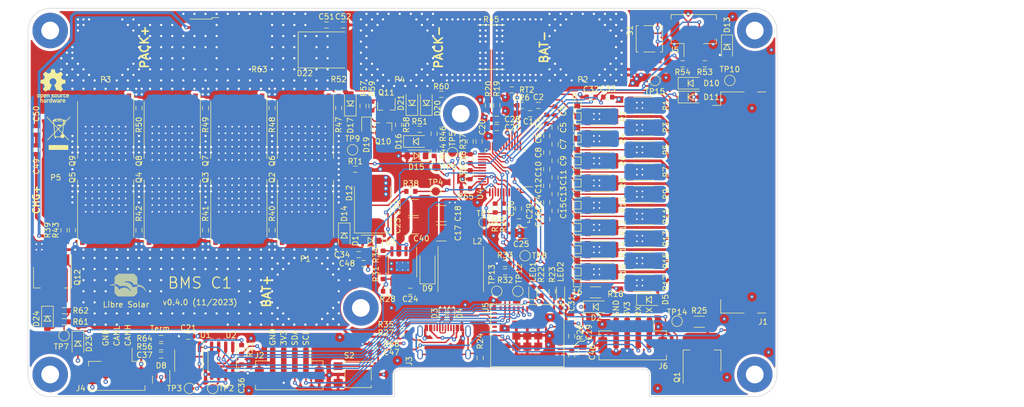
<source format=kicad_pcb>
(kicad_pcb (version 20221018) (generator pcbnew)
  (title_block (title "Libre Solar BMS C1") (date "2023-11-03") (rev "v0.4.0") (company "Libre Solar Technologies GmbH") (comment 1 "Website: https://libre.solar") (comment 2 "Author: Martin Jäger") (comment 3 "License: CERN-OHL-W"))
  (layers (0 "F.Cu" signal) (1 "In1.Cu" power) (2 "In2.Cu" power) (31 "B.Cu" signal) (34 "B.Paste" user) (35 "F.Paste" user) (36 "B.SilkS" user "B.Silkscreen") (37 "F.SilkS" user "F.Silkscreen") (38 "B.Mask" user) (39 "F.Mask" user) (44 "Edge.Cuts" user))
  (net 0 "")
  (net 1 "+3V3")
  (net 2 "/BQ76952/VC15")
  (net 3 "/BQ76952/VC14")
  (net 4 "/BQ76952/VC13")
  (net 5 "/BQ76952/VC12")
  (net 6 "/BQ76952/VC11")
  (net 7 "/BQ76952/VC10")
  (net 8 "/BQ76952/VC9")
  (net 9 "Net-(U3-BOOT)")
  (net 10 "Net-(D5-K)")
  (net 11 "/BQ76952/VC16")
  (net 12 "GND")
  (net 13 "/BQ76952/VC8")
  (net 14 "/BQ76952/VC7")
  (net 15 "/BQ76952/VC6")
  (net 16 "/BQ76952/VC5")
  (net 17 "/BQ76952/VC4")
  (net 18 "/BQ76952/VC3")
  (net 19 "/BQ76952/VC2")
  (net 20 "/BQ76952/VC1")
  (net 21 "/BQ76952/VC0")
  (net 22 "Net-(D15-K)")
  (net 23 "/C16+")
  (net 24 "/BAT+")
  (net 25 "/Power Supply/VIN")
  (net 26 "/Power Supply/SW")
  (net 27 "/Power Supply/FB")
  (net 28 "/C1-")
  (net 29 "/C2+")
  (net 30 "/C4+")
  (net 31 "/C6+")
  (net 32 "/C8+")
  (net 33 "/C10+")
  (net 34 "/C12+")
  (net 35 "/C14+")
  (net 36 "/C1+")
  (net 37 "/C3+")
  (net 38 "/C5+")
  (net 39 "/C7+")
  (net 40 "/C9+")
  (net 41 "/C11+")
  (net 42 "/C13+")
  (net 43 "/C15+")
  (net 44 "/BQ76952/BAT")
  (net 45 "/BTN_LOW")
  (net 46 "/ESP32-C3 MCU/USB_D-")
  (net 47 "Net-(D16-K)")
  (net 48 "/BQ76952/SRP")
  (net 49 "/TEMP1")
  (net 50 "Net-(D16-A)")
  (net 51 "/TEMP2")
  (net 52 "/BQ76952/SRN")
  (net 53 "/BQ76952/CP1")
  (net 54 "Net-(D20-K)")
  (net 55 "Net-(D20-A)")
  (net 56 "/ESP32-C3 MCU/USB_D+")
  (net 57 "Net-(D24-A)")
  (net 58 "/BQ76952/BTN_HIGH")
  (net 59 "/BQ76952/PDSG")
  (net 60 "/CAN_H")
  (net 61 "/CAN_L")
  (net 62 "/UART_TX")
  (net 63 "/BQ76952/PACK")
  (net 64 "/UART_RX")
  (net 65 "/ESP32-C3 MCU/CAN_STB")
  (net 66 "/LED_GREEN")
  (net 67 "/LED_RED")
  (net 68 "/BQ76952/ALERT")
  (net 69 "/BQ76952/LD")
  (net 70 "/PACK+")
  (net 71 "/BQ76952/CHG")
  (net 72 "/BAT-")
  (net 73 "Net-(LED1-A)")
  (net 74 "Net-(LED2-A)")
  (net 75 "/PACK-")
  (net 76 "/Power Supply/EN")
  (net 77 "Net-(C34-Pad2)")
  (net 78 "Net-(C49-Pad2)")
  (net 79 "Net-(C51-Pad2)")
  (net 80 "Net-(Q1-G)")
  (net 81 "Net-(Q1-D-Pad2)")
  (net 82 "Net-(Q2-G)")
  (net 83 "Net-(Q3-G)")
  (net 84 "Net-(Q4-G)")
  (net 85 "Net-(Q5-G)")
  (net 86 "Net-(Q6-G)")
  (net 87 "Net-(Q7-G)")
  (net 88 "Net-(Q8-G)")
  (net 89 "Net-(Q9-G)")
  (net 90 "Net-(Q10-D)")
  (net 91 "Net-(Q11-D)")
  (net 92 "Net-(Q12-D)")
  (net 93 "Net-(U1-Rs)")
  (net 94 "Net-(U3-RT{slash}SYNC)")
  (net 95 "Net-(U4-REG1)")
  (net 106 "/Power Part/CHG_G")
  (net 107 "/Power Part/DSG_G")
  (net 108 "/I2C_SDA")
  (net 109 "/I2C_SCL")
  (net 110 "/ESP32-C3 MCU/NRST")
  (net 111 "/BQ76952/DSG")
  (net 112 "/ESP32-C3 MCU/CAN_TX")
  (net 113 "/BQ76952/WAKE")
  (net 114 "/REG18")
  (net 116 "/ESP32-C3 MCU/CAN_RX")
  (net 117 "/FUSE")
  (net 124 "/TEMP_FETS")
  (net 126 "/BQ76952/SHUNT_P")
  (net 127 "/BQ76952/SHUNT_N")
  (net 130 "/CHG+")
  (net 131 "Net-(C37-Pad1)")
  (net 133 "/ESP32-C3 MCU/RS485_~{RE}")
  (net 134 "/ESP32-C3 MCU/RS485_DE")
  (net 135 "unconnected-(J3-VBUS-PadA4)")
  (net 136 "Net-(J3-CC1)")
  (net 138 "Net-(J3-CC2)")
  (net 140 "Net-(J3-SHIELD)")
  (net 141 "/BQ76952/TEMP_SHUNT")
  (footprint "LibreSolar:LIBRESOLAR_LOGO" (layer "F.Cu") (at 95.6625 101.90225)
    (fp_text reference "LOGO2" hide)
    (fp_text value "LIBRE_SOLAR" hide)
  )
  (footprint "LibreSolar:R_2010_5025" (layer "F.Cu") (at 191 67.5 180)
    (fp_text reference "R1")
    (fp_text value "20")
  )
  (footprint "LibreSolar:R_0603_1608" (layer "F.Cu") (at 198 60 180)
    (fp_text reference "R54")
    (fp_text value "5.1k")
  )
  (footprint "LibreSolar:C_1210_3225" (layer "F.Cu") (at 149.5 89.2)
    (fp_text reference "C23")
    (fp_text value "2.2µF")
  )
  (footprint "LibreSolar:C_1210_3225" (layer "F.Cu") (at 154.5 90.5 180)
    (fp_text reference "C17")
    (fp_text value "47µF")
  )
  (footprint "LibreSolar:C_1210_3225" (layer "F.Cu") (at 154.5 87 180)
    (fp_text reference "C18")
    (fp_text value "47µF")
  )
  (footprint "LibreSolar:Bourns_SRN8040TA" (layer "F.Cu") (at 158 97 90)
    (fp_text reference "L2")
    (fp_text value "22µH")
  )
  (footprint "LibreSolar:R_0603_1608" (layer "F.Cu") (at 144 98 90)
    (fp_text reference "R31")
    (fp_text value "35.7k")
  )
  (footprint "Button_Switch_SMD:SW_SPST_TL3305A" (layer "F.Cu") (at 192 55.5 -90)
    (fp_text reference "S1")
    (fp_text value "SW_PUSH")
  )
  (footprint "MountingHole:MountingHole_3.2mm_M3_Pad_TopBottom" (layer "F.Cu") (at 158 69)
    (fp_text reference "H2" hide)
    (fp_text value "MountingHole")
  )
  (footprint "MountingHole:MountingHole_3.2mm_M3_Pad_TopBottom" (layer "F.Cu") (at 84 54)
    (fp_text reference "H1" hide)
    (fp_text value "MountingHole")
  )
  (footprint "LibreSolar:R_0603_1608" (layer "F.Cu") (at 202 60 180)
    (fp_text reference "R53")
    (fp_text value "5.1k")
  )
  (footprint "LibreSolar:C_0603_1608" (layer "F.Cu") (at 148.9 101)
    (fp_text reference "C24")
    (fp_text value "100nF")
  )
  (footprint "LibreSolar:R_0603_1608" (layer "F.Cu") (at 144.8 101)
    (fp_text reference "R28")
    (fp_text value "82k")
  )
  (footprint "Symbol:WEEE-Logo_4.2x6mm_SilkScreen" (layer "F.Cu") (at 85.5 72.5)
    (fp_text reference "LOGO3" hide)
    (fp_text value "WEEE-Logo_4.2x6mm_SilkScreen" hide)
  )
  (footprint "Symbol:OSHW-Logo_5.7x6mm_SilkScreen" (layer "F.Cu") (at 84.5 64)
    (fp_text reference "LOGO1" hide)
    (fp_text value "OPEN_HARDWARE" hide)
  )
  (footprint "TestPoint:TestPoint_Pad_1.0x1.0mm" (layer "F.Cu") (at 179 79.5)
    (fp_text reference "TP22" hide)
    (fp_text value "TestPoint")
  )
  (footprint "LibreSolar:C_0603_1608" (layer "F.Cu") (at 173.5 85 90)
    (fp_text reference "C14")
    (fp_text value "220nF")
  )
  (footprint "LibreSolar:D_SOD-123F" (layer "F.Cu") (at 141.7 91.9 180)
    (fp_text reference "D1")
    (fp_text value "PMEG10010ELRX")
  )
  (footprint "LED_SMD:LED_0603_1608Metric" (layer "F.Cu") (at 176 101 90)
    (fp_text reference "LED2")
    (fp_text value "LED green")
  )
  (footprint "LibreSolar:D_SOD-123" (layer "F.Cu") (at 89 110.5 -90)
    (fp_text reference "D23")
    (fp_text value "75V")
  )
  (footprint "LibreSolar:R_2010_5025" (layer "F.Cu") (at 191 71.5 180)
    (fp_text reference "R3")
    (fp_text value "20")
  )
  (footprint "LibreSolar:R_0603_1608" (layer "F.Cu") (at 150.6 71.8 180)
    (fp_text reference "R51")
    (fp_text value "68k")
  )
  (footprint "LibreSolar:D_SOD-123" (layer "F.Cu") (at 137 91 -90)
    (fp_text reference "D14")
    (fp_text value "16V")
  )
  (footprint "Connector_JST:JST_PH_B4B-PH-SM4-TB_1x04-1MP_P2.00mm_Vertical" (layer "F.Cu") (at 189 109 180)
    (fp_text reference "J6")
    (fp_text value "B4B-PH-SM4")
  )
  (footprint "LibreSolar:C_1206_3216" (layer "F.Cu") (at 169 90.5 180)
    (fp_text reference "C25")
    (fp_text value "1µF")
  )
  (footprint "LibreSolar:C_0603_1608" (layer "F.Cu") (at 170.5 69 180)
    (fp_text reference "C1")
    (fp_text value "220nF")
  )
  (footprint "Package_TO_SOT_SMD:SOT-223-3_TabPin2" (layer "F.Cu") (at 84.4 98.5 -90)
    (fp_text reference "Q12")
    (fp_text value "ZXMP10A17GTA")
  )
  (footprint "LibreSolar:R_0603_1608" (layer "F.Cu") (at 142.5 110.5 180)
    (fp_text reference "R68")
    (fp_text value "10k")
  )
  (footprint "LibreSolar:R_0603_1608" (layer "F.Cu") (at 167.2 64.7)
    (fp_text reference "RT2")
    (fp_text value "10k")
  )
  (footprint "TestPoint:TestPoint_Pad_1.0x1.0mm" (layer "F.Cu") (at 179 67.5)
    (fp_text reference "TP16" hide)
    (fp_text value "TestPoint")
  )
  (footprint "TestPoint:TestPoint_Pad_1.0x1.0mm" (layer "F.Cu") (at 179 97.5)
    (fp_text reference "TP31" hide)
    (fp_text value "TestPoint")
  )
  (footprint "Package_TO_SOT_SMD:Infineon_PG-HSOF-8-1_ThermalVias" (layer "F.Cu") (at 106 72 -90)
    (fp_text reference "Q8")
    (fp_text value "IPT012N08N5")
  )
  (footprint "LibreSolar:R_1206_3216" (layer "F.Cu") (at 201 106.5 180)
    (fp_text reference "R25")
    (fp_text value "10")
  )
  (footprint "TestPoint:TestPoint_Pad_D1.5mm" (layer "F.Cu") (at 138.5 75.5)
    (fp_text reference "TP9")
    (fp_text value "TestPoint")
  )
  (footprint "LibreSolar:R_0603_1608" (layer "F.Cu") (at 124 68 -90)
    (fp_text reference "R48")
    (fp_text value "47")
  )
  (footprint "LibreSolar:R_2010_5025" (layer "F.Cu") (at 191 87.5 180)
    (fp_text reference "R11")
    (fp_text value "20")
  )
  (footprint "MountingHole:MountingHole_3.2mm_M3_Pad_TopBottom" (layer "F.Cu") (at 84 116)
    (fp_text reference "H4" hide)
    (fp_text value "MountingHole")
  )
  (footprint "TestPoint:TestPoint_Pad_1.0x1.0mm" (layer "F.Cu") (at 179 91.5)
    (fp_text reference "TP28" hide)
    (fp_text value "TestPoint")
  )
  (footprint "LibreSolar:R_2010_5025" (layer "F.Cu") (at 183.3 69.5 180)
    (fp_text reference "R2")
    (fp_text value "20")
  )
  (footprint "MountingHole:MountingHole_3.2mm_M3_Pad_TopBottom" (layer "F.Cu") (at 211 54)
    (fp_text reference "H3" hide)
    (fp_text value "MountingHole")
  )
  (footprint "TestPoint:TestPoint_Pad_D1.5mm" (layer "F.Cu") (at 153.5 83)
    (fp_text reference "TP4")
    (fp_text value "TestPoint")
  )
  (footprint "LibreSolar:D_SOD-123" (layer "F.Cu") (at 192 102.5)
    (fp_text reference "D5")
    (fp_text value "BAT46W")
  )
  (footprint "LibreSolar:R_Shunt_5931_Kelvin" (layer "F.Cu") (at 163.5 57 180)
    (fp_text reference "R45")
    (fp_text value "300µ")
  )
  (footprint "LibreSolar:R_0603_1608" (layer "F.Cu") (at 86.5 104.5)
    (fp_text reference "R62")
    (fp_text value "1M")
  )
  (footprint "LibreSolar:R_0603_1608" (layer "F.Cu") (at 153.2 72.6 90)
    (fp_text reference "R46")
    (fp_text value "1k")
  )
  (footprint "LibreSolar:C_0603_1608" (layer "F.Cu") (at 81.5 72 90)
    (fp_text reference "C50")
    (fp_text value "100nF")
  )
  (footprint "Button_Switch_SMD:SW_SPST_TL3305A" (layer "F.Cu") (at 139.5 116 180)
    (fp_text reference "S2")
    (fp_text value "SW_PUSH")
  )
  (footprint "LibreSolar:R_0603_1608" (layer "F.Cu") (at 144 94.5 -90)
    (fp_text reference "R34")
    (fp_text value "52.3k")
  )
  (footprint "LibreSolar:R_2010_5025" (layer "F.Cu") (at 183.3 73.5 180)
    (fp_text reference "R4")
    (fp_text value "20")
  )
  (footprint "LibreSolar:C_0603_1608" (layer "F.Cu") (at 175 83.5 90)
    (fp_text reference "C13")
    (fp_text value "220nF")
  )
  (footprint "MountingHole:MountingHole_3.2mm_M3_Pad_TopBottom" (layer "F.Cu") (at 140 104)
    (fp_text reference "H5" hide)
    (fp_text value "MountingHole")
  )
  (footprint "LibreSolar:C_0603_1608" (layer "F.Cu") (at 142.5 112 180)
    (fp_text reference "C47")
    (fp_text value "1µF")
  )
  (footprint "LibreSolar:R_0603_1608" (layer "F.Cu") (at 147.5 108.5)
    (fp_text reference "R27")
    (fp_text value "5.1k")
  )
  (footprint "TestPoint:TestPoint_Pad_1.0x1.0mm" (layer "F.Cu") (at 179 89.5)
    (fp_text reference "TP27" hide)
    (fp_text value "TestPoint")
  )
  (footprint "LibreSolar:D_SOD-123" (layer "F.Cu") (at 83.5 106 -90)
    (fp_text reference "D24")
    (fp_text value "16V")
  )
  (footprint "LibreSolar:R_0603_1608" (layer "F.Cu") (at 166 97.5 180)
    (fp_text reference "R32")
    (fp_text value "2.2k")
  )
  (footprint "TestPoint:TestPoint_Pad_1.0x1.0mm" (layer "F.Cu") (at 179 73.5)
    (fp_text reference "TP19" hide)
    (fp_text value "TestPoint")
  )
  (footprint "Package_TO_SOT_SMD:SOT-23" (layer "F.Cu") (at 104 116.9375 -90)
    (fp_text reference "D8")
    (fp_text value "PESD2CANFD")
  )
  (footprint "Connector_USB:USB_C_Receptacle_GCT_USB4105-xx-A_16P_TopMnt_Horizontal" (layer "F.Cu") (at 155 111.3)
    (fp_text reference "J3")
    (fp_text value "USB_C_Receptacle_USB2.0")
  )
  (footprint "LibreSolar:R_2010_5025" (layer "F.Cu") (at 183.3 97.5 180)
    (fp_text reference "R16")
    (fp_text value "20")
  )
  (footprint "LibreSolar:R_0603_1608" (layer "F.Cu") (at 100 90 -90)
    (fp_text reference "R42")
    (fp_text value "47")
  )
  (footprint "Espressif:ESP32-C3-MINI-1" (layer "F.Cu") (at 170 109 180)
    (fp_text reference "U5")
    (fp_text value "ESP32-C3-MINI-1")
  )
  (footprint "LibreSolar:R_2010_5025" (layer "F.Cu") (at 183.3 85.5 180)
    (fp_text reference "R10")
    (fp_text value "20")
  )
  (footprint "LibreSolar:D_SOD-523" (layer "F.Cu") (at 154.7 105.2 -90)
    (fp_text reference "D3")
    (fp_text value "ESD5B5.0ST1G")
  )
  (footprint "LibreSolar:R_0603_1608" (layer "F.Cu") (at 124 90 -90)
    (fp_text reference "R40")
    (fp_text value "47")
  )
  (footprint "LibreSolar:D_SOD-123" (layer "F.Cu") (at 199.5 66)
    (fp_text reference "D11")
    (fp_text value "3.6V")
  )
  (footprint "Package_TO_SOT_SMD:Infineon_PG-HSOF-8-1_ThermalVias" (layer "F.Cu") (at 118 72 -90)
    (fp_text reference "Q7")
    (fp_text value "IPT012N08N5")
  )
  (footprint "LibreSolar:D_SOD-323" (layer "F.Cu") (at 141 71.4 -90)
    (fp_text reference "D19")
    (fp_text value "5.1V")
  )
  (footprint "LibreSolar:R_0603_1608" (layer "F.Cu") (at 158.9 82.5 180)
    (fp_text reference "R65")
    (fp_text value "82k")
  )
  (footprint "LibreSolar:D_SOD-123" (layer "F.Cu") (at 182.4 103.8)
    (fp_text reference "D2")
    (fp_text value "BAT46W")
  )
  (footprint "Package_TO_SOT_SMD:Infineon_PG-HSOF-8-1_ThermalVias" (layer "F.Cu") (at 94 86 90)
    (fp_text reference "Q5")
    (fp_text value "IPT012N08N5")
  )
  (footprint "LibreSolar:Bourns_PWR163" (layer "F.Cu") (at 116.206 56)
    (fp_text reference "R63")
    (fp_text value "40")
  )
  (footprint "TestPoint:TestPoint_Pad_D1.5mm" (layer "F.Cu") (at 168.3 101 180)
    (fp_text reference "TP12")
    (fp_text value "TestPoint")
  )
  (footprint "LibreSolar:R_1206_3216" (layer "F.Cu") (at 182.3 101.2)
    (fp_text reference "R18")
    (fp_text value "100")
  )
  (footprint "LibreSolar:R_2010_5025" (layer "F.Cu") (at 191 75.5 180)
    (fp_text reference "R5")
    (fp_text value "20")
  )
  (footprint "LibreSolar:R_0603_1608" (layer "F.Cu") (at 154.5 65.5 180)
    (fp_text reference "R60")
    (fp_text value "10k")
  )
  (footprint "Connector_JST:JST_PH_B3B-PH-SM4-TB_1x03-1MP_P2.00mm_Vertical" (layer "F.Cu") (at 96 114.5 180)
    (fp_text reference "J4")
    (fp_text value "B3B-PH-SM4")
  )
  (footprint "LibreSolar:R_2010_5025" (layer "F.Cu") (at 191 91.5 180)
    (fp_text reference "R13")
    (fp_text value "20")
  )
  (footprint "LibreSolar:R_0603_1608" (layer "F.Cu") (at 164.5 67.5 -90)
    (fp_text reference "R19")
    (fp_text value "100")
  )
  (footprint "TestPoint:TestPoint_Pad_1.0x1.0mm" (layer "F.Cu") (at 179 85.5)
    (fp_text reference "TP25" hide)
    (fp_text value "TestPoint")
  )
  (footprint "LibreSolar:C_0603_1608" (layer "F.Cu") (at 175 77.5 90)
    (fp_text reference "C9")
    (fp_text value "220nF")
  )
  (footprint "LibreSolar:R_0603_1608" (layer "F.Cu") (at 86.5 106.5 180)
    (fp_text reference "R61")
    (fp_text value "68k")
  )
  (footprint "LibreSolar:C_0603_1608" (layer "F.Cu") (at 175 86.5 90)
    (fp_text reference "C15")
    (fp_text value "220nF")
  )
  (footprint "TestPoint:TestPoint_Pad_D1.5mm" (layer "F.Cu") (at 162.2 88.6 90)
    (fp_text reference "TP1")
    (fp_text value "TestPoint")
  )
  (footprint "TestPoint:TestPoint_Pad_D1.5mm" (layer "F.Cu") (at 153.6 78.6)
    (fp_text reference "TP6")
    (fp_text value "TestPoint")
  )
  (footprint "LibreSolar:R_0603_1608" (layer "F.Cu") (at 104 111)
    (fp_text reference "R56")
    (fp_text value "62R")
  )
  (footprint "LibreSolar:R_0603_1608" (layer "F.Cu") (at 139 79 180)
    (fp_text reference "RT1")
    (fp_text value "10k")
  )
  (footprint "Fiducial:Fiducial_1mm_Mask2mm" (layer "F.Cu") (at 210 60 180)
    (fp_text reference "FID2" hide)
    (fp_text value "Fiducial")
  )
  (footprint "LibreSolar:R_0603_1608" (layer "F.Cu") (at 178 109.1 -90)
    (fp_text reference "R26")
    (fp_text value "1M")
  )
  (footprint "LibreSolar:C_0603_1608" (layer "F.Cu") (at 173.5 82 90)
    (fp_text reference "C12")
    (fp_text value "220nF")
  )
  (footprint "LibreSolar:C_0603_1608" (layer "F.Cu") (at 136.8 53)
    (fp_text reference "C52")
    (fp_text value "100nF")
  )
  (footprint "LibreSolar:C_0603_1608" (layer "F.Cu") (at 175 71.5 90)
    (fp_text reference "C5")
    (fp_text value "220nF")
  )
  (footprint "LibreSolar:R_0603_1608" (layer "F.Cu") (at 159.7 74 -90)
    (fp_text reference "R37")
    (fp_text value "0R")
  )
  (footprint "LibreSolar:C_0603_1608" (layer "F.Cu") (at 173.5 88 90)
    (fp_text reference "C16")
    (fp_text value "220nF")
  )
  (footprint "LibreSolar:R_2010_5025" (layer "F.Cu") (at 183.3 81.5 180)
    (fp_text reference "R8")
    (fp_text value "20")
  )
  (footprint "LibreSolar:R_0603_1608" (layer "F.Cu") (at 136 65 90)
    (fp_text reference "R52")
    (fp_text value "10M")
  )
  (footprint "Package_TO_SOT_SMD:Infineon_PG-HSOF-8-1_ThermalVias" (layer "F.Cu") (at 106 86 90)
    (fp_text reference "Q4")
    (fp_text value "IPT012N08N5")
  )
  (footprint "Package_QFP:TQFP-48_7x7mm_P0.5mm" (layer "F.Cu") (at 166 79 180)
    (fp_text reference "U4")
    (fp_text value "BQ76952")
  )
  (footprint "LibreSolar:C_0603_1608" (layer "F.Cu") (at 148.2 91.5)
    (fp_text reference "C40")
    (fp_text value "100nF")
  )
  (footprint "LibreSolar:C_0603_1608" (layer "F.Cu") (at 173.5 70 90)
    (fp_text reference "C4")
    (fp_text value "220nF")
  )
  (footprint "LibreSolar:R_0603_1608" (layer "F.Cu") (at 174.5 101 -90)
    (fp_text reference "R23")
    (fp_text value "1k")
  )
  (footprint "TestPoint:TestPoint_Pad_1.0x1.0mm" (layer "F.Cu") (at 179 71.5)
    (fp_text reference "TP18" hide)
    (fp_text value "TestPoint")
  )
  (footprint "Package_TO_SOT_SMD:Infineon_PG-HSOF-8-1_ThermalVias" (layer "F.Cu") (at 130 86 90)
    (fp_text reference "Q2")
    (fp_text value "IPT012N08N5")
  )
  (footprint "Diode_SMD:D_SOD-128" (layer "F.Cu") (at 152 96.5 90)
    (fp_text reference "D9")
    (fp_text value "VSS8D3M10-M3/I")
  )
  (footprint "LibreSolar:C_0603_1608" (layer "F.Cu") (at 81.5 75.5 90)
    (fp_text reference "C49")
    (fp_text value "100nF")
  )
  (footprint "LibreSolar:Wuerth_PowerOne_SMD_LF990005" (layer "F.Cu") (at 94 57 180)
    (fp_text reference "P3")
    (fp_text value "CONN_01X01")
  )
  (footprint "LibreSolar:R_0603_1608" (layer "F.Cu") (at 140.4 67.6 -90)
    (fp_text reference "R57")
    (fp_text value "47")
  )
  (footprint "LibreSolar:R_2010_5025" (layer "F.Cu") (at 191 99.5 180)
    (fp_text reference "R17")
    (fp_text value "20")
  )
  (footprint "LibreSolar:R_0603_1608" (layer "F.Cu") (at 161.5 113 90)
    (fp_text reference "R24")
    (fp_text value "1M")
  )
  (footprint "LibreSolar:C_0603_1608" (layer "F.Cu") (at 173.5 79 90)
    (fp_text reference "C10")
    (fp_text value "220nF")
  )
  (footprint "LibreSolar:C_0603_1608" (layer "F.Cu") (at 159.7 80 -90)
    (fp_text reference "C35")
    (fp_text value "100pF")
  )
  (footprint "TestPoint:TestPoint_Pad_D1.5mm" (layer "F.Cu") (at 197 106.4)
    (fp_text reference "TP14")
    (fp_text value "TestPoint")
  )
  (footprint "TestPoint:TestPoint_Pad_1.0x1.0mm" (layer "F.Cu") (at 179 81.5)
    (fp_text reference "TP23" hide)
    (fp_text value "TestPoint")
  )
  (footprint "LibreSolar:R_2010_5025" (layer "F.Cu") (at 191 83.5 180)
    (fp_text reference "R9")
    (fp_text value "20")
  )
  (footprint "LibreSolar:D_SOD-523" (layer "F.Cu") (at 156.3 105.2 -90)
    (fp_text reference "D4")
    (fp_text value "ESD5B5.0ST1G")
  )
  (footprint "NetTie:NetTie-2_SMD_Pad0.5mm" (layer "F.Cu") (at 188.25 62)
    (fp_text reference "NT1" hide)
    (fp_text value "NetTie" hide)
  )
  (footprint "LibreSolar:C_0603_1608" (layer "F.Cu") (at 108.9 109.1)
    (fp_text reference "C21")
    (fp_text value "100nF")
  )
  (footprint "Package_TO_SOT_SMD:Infineon_PG-HSOF-8-1_ThermalVias" (layer "F.Cu") (at 118 86 90)
    (fp_text reference "Q3")
    (fp_text value "IPT012N08N5")
  )
  (footprint "TestPoint:TestPoint_Pad_D1.5mm" (layer "F.Cu") (at 164.5 101 180)
    (fp_text reference "TP13")
    (fp_text value "TestPoint")
  )
  (footprint "LibreSolar:C_0603_1608" (layer "F.Cu") (at 139.6 94.4)
    (fp_text reference "C34")
    (fp_text value "100nF")
  )
  (footprint "LibreSolar:R_2010_5025" (layer "F.Cu") (at 183.3 93.5 180)
    (fp_text reference "R14")
    (fp_text value "20")
  )
  (footprint "LibreSolar:R_2010_5025" (layer "F.Cu") (at 191 95.5 180)
    (fp_text reference "R15")
    (fp_text value "20")
  )
  (footprint "LibreSolar:Wuerth_PowerOne_SMD_LF990005" (layer "F.Cu") (at 130 101)
    (fp_text reference "P1")
    (fp_text value "CONN_01X01")
  )
  (footprint "TestPoint:TestPoint_Pad_1.0x1.0mm" (layer "F.Cu") (at 179 99.5)
    (fp_text reference "TP32" hide)
    (fp_text value "TestPoint")
  )
  (footprint "TestPoint:TestPoint_Pad_1.0x1.0mm" (layer "F.Cu") (at 179 87.5)
    (fp_text reference "TP26" hide)
    (fp_text value "TestPoint")
  )
  (footprint "LibreSolar:R_0603_1608" (layer "F.Cu") (at 118.5 111.5 -90)
    (fp_text reference "R21")
    (fp_text value "0R")
  )
  (footprint "TestPoint:TestPoint_Pad_1.0x1.0mm" (layer "F.Cu") (at 179 75.5)
    (fp_text reference "TP20" hide)
    (fp_text value "TestPoint")
  )
  (footprint "Connector_JST:JST_PH_B2B-PH-SM4-TB_1x02-1MP_P2.00mm_Vertical" (layer "F.Cu") (at 200 55.5)
    (fp_text reference "J5")
    (fp_text value "B2B-PH-SM4")
  )
  (footprint "TestPoint:TestPoint_Pad_D1.5mm" (layer "F.Cu") (at 206.5 63)
    (fp_text reference "TP10")
    (fp_text value "TestPoint")
  )
  (footprint "LibreSolar:D_SMC" (layer "F.Cu") (at 133.5 57.5)
    (fp_text reference "D22")
    (fp_text value "MURS360")
  )
  (footprint "LibreSolar:R_0603_1608" (layer "F.Cu") (at 112 90 -90)
    (fp_text reference "R41")
    (fp_text value "47")
  )
  (footprint "Package_SO:SOIC-8_3.9x4.9mm_P1.27mm" (layer "F.Cu") (at 115 113.5 -90)
    (fp_text reference "U2")
    (fp_text value "SN65HVD75")
  )
  (footprint "LibreSolar:SOT-23" (layer "F.Cu") (at 144 71.4 90)
    (fp_text reference "Q10")
    (fp_text value "BSS84")
  )
  (footprint "LibreSolar:R_0603_1608" (layer "F.Cu") (at 136 68 -90)
    (fp_text reference "R47")
    (fp_text value "47")
  )
  (footprint "LibreSolar:R_2010_5025" (layer "F.Cu") (at 183.3 77.5 180)
    (fp_text reference "R6")
    (fp_text value "20")
  )
  (footprint "LibreSolar:C_0603_1608" (layer "F.Cu") (at 173.5 76 90)
    (fp_text reference "C8")
    (fp_text value "220nF")
  )
  (footprint "LibreSolar:R_0603_1608" (layer "F.Cu") (at 172.5 101 -90)
    (fp_text reference "R22")
    (fp_text value "1k")
  )
  (footprint "LibreSolar:R_0603_1608" (layer "F.Cu") (at 86.5 90 -90)
    (fp_text reference "R39")
    (fp_text value "10M")
  )
  (footprint "LibreSolar:C_0603_1608" (layer "F.Cu") (at 104 112.5 180)
    (fp_text reference "C37")
    (fp_text value "100nF")
  )
  (footprint "MountingHole:MountingHole_3.2mm_M3_Pad_TopBottom" (layer "F.Cu") (at 211 116)
    (fp_text reference "H6" hide)
    (fp_text value "MountingHole")
  )
  (footprint "TestPoint:TestPoint_Pad_D1.5mm" (layer "F.Cu") (at 169.6 94.6)
    (fp_text reference "TP8")
    (fp_text value "TestPoint")
  )
  (footprint "LibreSolar:SOT-23" (layer "F.Cu") (at 144.6 67.6 -90)
    (fp_text reference "Q11")
    (fp_text value "BSS123N")
  )
  (footprint "TestPoint:TestPoint_Pad_D1.5mm" (layer "F.Cu") (at 113.3 118.5 180)
    (fp_text reference "TP2")
    (fp_text value "TestPoint")
  )
  (footprint "LibreSolar:R_0603_1608" (layer "F.Cu") (at 100 68 -90)
    (fp_text reference "R50")
    (fp_text value "47")
  )
  (footprint "LibreSolar:R_0603_1608" (layer "F.Cu") (at 165.7 86 -90)
    (fp_text reference "R29")
    (fp_text value "10k")
  )
  (footprint "LibreSolar:C_0603_1608" (layer "F.Cu") (at 181.5 66 180)
    (fp_text reference "C32")
    (fp_text value "100pF")
  )
  (footprint "LibreSolar:C_0603_1608" (layer "F.Cu") (at 173.5 73 90)
    (fp_text reference "C6")
    (fp_text value "220nF")
  )
  (footprint "Connector_JST:JST_PH_B4B-PH-SM4-TB_1x04-1MP_P2.00mm_Vertical" (layer "F.Cu") (at 127.1 114.4 180)
    (fp_text reference "J2")
    (fp_text value "B4B-PH-SM4")
  )
  (footprint "LibreSolar:C_0603_1608" (layer "F.Cu") (at 140.5 96)
    (fp_text reference "C48")
    (fp_text value "100nF")
  )
  (footprint "Connector_Wire:SolderWirePad_1x01_SMD_5x10mm" (layer "F.Cu") (at 85 84.5)
    (fp_text reference "P5")
    (fp_text value "CONN_01X01")
  )
  (footprint "LibreSolar:R_0603_1608" (layer "F.Cu") (at 112 68 -90)
    (fp_text reference "R49")
    (fp_text value "47")
  )
  (footprint "LibreSolar:R_0603_1608" (layer "F.Cu") (at 147.5 107)
    (fp_text reference "R35")
    (fp_text value "5.1k")
  )
  (footprint "LibreSolar:Wuerth_PowerOne_SMD_LF990005" (layer "F.Cu") (at 147 57 180)
    (fp_text reference "P4")
    (fp_text value "CONN_01X01")
  )
  (footprint "LibreSolar:D_SOD-123" (layer "F.Cu") (at 151.8 67 90)
    (fp_text reference "D20")
    (fp_text value "BAT46W")
  )
  (footprint "LibreSolar:R_0603_1608" (layer "F.Cu") (at 146.8 71 90)
    (fp_text reference "R58")
    (fp_text value "470")
  )
  (footprint "LibreSolar:R_0603_1608" (layer "F.Cu") (at 166 96 180)
    (fp_text reference "R33")
    (fp_text value "2.2k")
  )
  (footprint "Fiducial:Fiducial_1mm_Mask2mm" (layer "F.Cu") (at 82.5 110.5)
    (fp_text reference "FID1" hide)
    (fp_text value "Fiducial")
  )
  (footprint "LibreSolar:C_0603_1608" (layer "F.Cu") (at 164.5 71.5 180)
    (fp_text reference "C27")
    (fp_text value "100pF")
  )
  (footprint "TestPoint:TestPoint_Pad_1.0x1.0mm" (layer "F.Cu") (at 179 69.5)
    (fp_text reference "TP17" hide)
    (fp_text value "TestPoint")
  )
  (footprint "LibreSolar:R_0603_1608" (layer "F.Cu") (at 163 67.5 -90)
    (fp_text reference "R20")
    (fp_text value "100")
  )
  (footprint "Package_SO:SOIC-8_3.9x4.9mm_P1.27mm" (layer "F.Cu") (at 109 113.5 -90)
    (fp_text reference "U1")
    (fp_text value "SN65HVD230")
  )
  (footprint "LibreSolar:C_0805_2012" (layer "F.Cu") (at 180 112 -90)
    (fp_text reference "C46")
    (fp_text value "10µF")
  )
  (footprint "LibreSolar:D_SOD-123" (layer "F.Cu") (at 138.1 67.1 90)
    (fp_text reference "D17")
    (fp_text value "16V")
  )
  (footprint "LibreSolar:D_SOD-123" (layer "F.Cu") (at 199.5 63.5)
    (fp_text reference "D10")
    (fp_text value "BAT46W")
  )
  (footprint "LibreSolar:R_2010_5025" (layer "F.Cu") (at 183.3 89.5 180)
    (fp_text reference "R12")
    (fp_text value "20")
  )
  (footprint "TestPoint:TestPoint_Pad_1.0x1.0mm" (layer "F.Cu") (at 179 83.5)
    (fp_text reference "TP24" hide)
    (fp_text value "TestPoint")
  )
  (footprint "TestPoint:TestPoint_Pad_D1.5mm" (layer "F.Cu") (at 109.1 118.5)
    (fp_text reference "TP3")
    (fp_text value "TestPoint")
  )
  (footprint "LibreSolar:C_0603_1608" (layer "F.Cu") (at 164.5 70 180)
    (fp_text reference "C28")
    (fp_text value "100nF")
  )
  (footprint "LibreSolar:Wuerth_PowerOne_SMD_LF990005" (layer "F.Cu") (at 180 57 180)
    (fp_text reference "P2")
    (fp_text value "CONN_01X01")
  )
  (footprint "LibreSolar:D_SOD-123" (layer "F.Cu") (at 149.2 67 90)
    (fp_text reference "D21")
    (fp_text value "16V")
  )
  (footprint "TestPoint:TestPoint_Pad_1.0x1.0mm" (layer "F.Cu") (at 179 95.5)
    (fp_text reference "TP30" hide)
    (fp_text value "TestPoint")
  )
  (footprint "Connector_Molex:Molex_Micro-Fit_3.0_43045-2410_2x12-1MP_P3.00mm_Horizontal" (layer "F.Cu") (at 202.5 85 -90)
    (fp_text reference "J1")
    (fp_text value "MicroFit 2x12")
  )
  (footprint "LibreSolar:C_0603_1608" (layer "F.Cu") (at 168.4 86.1 90)
    (fp_text reference "C30")
    (fp_text value "1µF")
  )
  (footprint "LibreSolar:R_0603_1608" (layer "F.Cu") (at 153.2 75.8 90)
    (fp_text reference "R44")
    (fp_text value "100")
  )
  (footprint "LibreSolar:R_0603_1608" (layer "F.Cu") (at 164.2 86 -90)
    (fp_text reference "R30")
    (fp_text value "10k")
  )
  (footprint "LibreSolar:R_0603_1608" (layer "F.Cu") (at 149 83 180)
    (fp_text reference "R38")
    (fp_text value "100")
  )
  (footprint "LibreSolar:C_0603_1608" (layer "F.Cu") (at 175 80.5 90)
    (fp_text reference "C11")
    (fp_text value "220nF")
  )
  (footprint "LibreSolar:C_0603_1608" (layer "F.Cu") (at 184.5 66)
    (fp_text reference "C33")
    (fp_text value "100pF")
  )
  (footprint "LibreSolar:SOIC-8-1EP_3.9x4.9mm_P1.27mm_EP2.4x3.1mm_ThermalVias" (layer "F.Cu") (at 147.5 96.5 -90)
    (fp_text reference "U3")
    (fp_text value "LMR38010")
  )
  (footprint "LibreSolar:C_0603_1608" (layer "F.Cu") (at 175 68.5 90)
    (fp_text reference "C3")
    (fp_text value "220nF")
  )
  (footprint "LibreSolar:D_SMC" (layer "F.Cu") (at 142.1 85.7 90)
    (fp_text reference "D12")
    (fp_text value "SMCJ70A")
  )
  (footprint "LibreSolar:C_0603_1608" (layer "F.Cu") (at 168.5 88.5 180)
    (fp_text reference "C29")
    (fp_text value "100pF")
  )
  (footprint "Package_TO_SOT_SMD:SOT-223" (layer "F.Cu") (at 201.5 113.5 90)
    (fp_text reference "Q1")
    (fp_text value "DMN10H220LE")
  )
  (footprint "LibreSolar:C_0603_1608" (layer "F.Cu") (at 178 112.5 -90)
    (fp_text reference "C19")
    (fp_text value "100nF")
  )
  (footprint "LibreSolar:D_SOD-123" (layer "F.Cu") (at 150 74)
    (fp_text reference "D16")
    (fp_text value "BAT46W")
  )
  (footprint "LibreSolar:R_0603_1608" (layer "F.Cu") (at 104 109.5 180)
    (fp_text reference "R64")
    (fp_text value "62R")
  )
  (footprint "LibreSolar:D_SOD-123" (layer "F.Cu") (at 150 76.6 180)
    (fp_text reference "D15")
    (fp_text value "BAT46W")
  )
  (footprint "LibreSolar:C_0603_1608" (layer "F.Cu") (at 175 74.5 90)
    (fp_text reference "C7")
    (fp_text value "220nF")
  )
  (footprint "LibreSolar:C_0603_1608" (layer "F.Cu") (at 172 67.5 180)
    (fp_text reference "C2")
    (fp_text value "220nF")
  )
  (footprint "TestPoint:TestPoint_Pad_D1.5mm" (layer "F.Cu") (at 156.5 76)
    (fp_text reference "TP5")
    (fp_text value "TestPoint")
  )
  (footprint "LibreSolar:C_0603_1608" (layer "F.Cu") (at 159.7 77.1 90)
    (fp_text reference "C38")
    (fp_text value "100pF")
  )
  (footprint "TestPoint:TestPoint_Pad_D1.5mm" (layer "F.Cu") (at 193 63)
    (fp_text reference "TP15")
    (fp_text value "TestPoint")
  )
  (footprint "LibreSolar:R_2010_5025" (layer "F.Cu") (at 191 79.5 180)
    (fp_text reference "R7")
    (fp_text value "20")
  )
  (footprint "LibreSolar:C_0603_1608" (layer "F.Cu") (at 169 67.5 180)
    (fp_text reference "C26")
    (fp_text value "220nF")
  )
  (footprint "LibreSolar:C_0603_1608" (layer "F.Cu") (at 118.5 115 90)
    (fp_text reference "C36")
    (fp_text value "100nF")
  )
  (footprint "LibreSolar:C_0603_1608" (layer "F.Cu") (at 133.8 53)
    (fp_text reference "C51")
    (fp_text value "100nF")
  )
  (footprint "TestPoint:TestPoint_Pad_1.0x1.0mm" (layer "F.Cu") (at 179 77.5)
    (fp_text reference "TP21" hide)
    (fp_text value "TestPoint")
  )
  (footprint "Package_TO_SOT_SMD:Infineon_PG-HSOF-8-1_ThermalVias" (layer "F.Cu") (at 130 72 -90)
    (fp_text reference "Q6")
    (fp_text value "IPT012N08N5")
  )
  (footprint "LibreSolar:C_1210_3225" (layer "F.Cu") (at 149.5 85.9)
    (fp_text reference "C22")
    (fp_text value "2.2µF")
  )
  (footprint "LibreSolar:R_0603_1608" (layer "F.Cu") (at 142 67.6 90)
    (fp_text reference "R59")
    (fp_text value "10M")
  )
  (footprint "Package_TO_SOT_SMD:Infineon_PG-HSOF-8-1_ThermalVias" (layer "F.Cu") (at 94 72 -90)
    (fp_text reference "Q9")
    (fp_text value "IPT012N08N5")
  )
  (footprint "TestPoint:TestPoint_Pad_1.0x1.0mm" (layer "F.Cu") (at 179 93.5)
    (fp_text reference "TP29" hide)
    (fp_text value "TestPoint")
  )
  (footprint "LibreSolar:C_0603_1608" (layer "F.Cu") (at 161.3 74 90)
    (fp_text reference "C20")
    (fp_text value "2.2µF")
  )
  (footprint "LibreSolar:D_SOD-123F" (layer "F.Cu") (at 206 57 -90)
    (fp_text reference "D13")
    (fp_text value "PMEG10010ELRX")
  )
  (footprint "TestPoint:TestPoint_Pad_D1.5mm" (layer "F.Cu") (at 86.5 109)
    (fp_text reference "TP7")
    (fp_text value "TestPoint")
  )
  (footprint "LibreSolar:R_0603_1608" (layer "F.Cu") (at 88 90 -90)
    (fp_text reference "R43")
    (fp_text value "47")
  )
  (footprint "LibreSolar:C_0603_1608" (layer "F.Cu") (at 178 106 -90)
    (fp_text reference "C31")
    (fp_text value "100nF")
  )
  (footprint "LED_SMD:LED_0603_1608Metric" (layer "F.Cu") (at 171 101 90)
    (fp_text reference "LED1")
    (fp_text value "LED red")
  )
  (gr_line (start 180.4 109.8) (end 180.2 110) (stroke (width 0.15)) (layer "F.SilkS"))
  (gr_line (start 170.4 88.6) (end 170 88.6) (stroke (width 0.15)) (layer "F.SilkS"))
  (gr_line (start 170.4 88.2) (end 170.4 88.6) (stroke (width 0.15)) (layer "F.SilkS"))
  (gr_line (start 179.3 110) (end 178.4 110.9) (stroke (width 0.15)) (layer "F.SilkS"))
  (gr_line (start 180.2 110) (end 179.3 110) (stroke (width 0.15)) (layer "F.SilkS"))
  (gr_arc (start 80 54) (mid 81.171573 51.171573) (end 84 50) (stroke (width 0.1)) (layer "Edge.Cuts"))
  (gr_arc (start 191 115) (mid 191.707107 115.292893) (end 192 116) (stroke (width 0.1)) (layer "Edge.Cuts"))
  (gr_arc (start 84 120) (mid 81.171573 118.828427) (end 80 116) (stroke (width 0.1)) (layer "Edge.Cuts"))
  (gr_arc (start 146 116) (mid 146.292893 115.292893) (end 147 115) (stroke (width 0.1)) (layer "Edge.Cuts"))
  (gr_line (start 146 120) (end 146 116) (stroke (width 0.1)) (layer "Edge.Cuts"))
  (gr_arc (start 215 116) (mid 213.828427 118.828427) (end 211 120) (stroke (width 0.1)) (layer "Edge.Cuts"))
  (gr_line (start 211 50) (end 84 50) (stroke (width 0.1)) (layer "Edge.Cuts"))
  (gr_line (start 192 120) (end 211 120) (stroke (width 0.1)) (layer "Edge.Cuts"))
  (gr_line (start 80 116) (end 80 54) (stroke (width 0.1)) (layer "Edge.Cuts"))
  (gr_line (start 147 115) (end 191 115) (stroke (width 0.1)) (layer "Edge.Cuts"))
  (gr_line (start 215 116) (end 215 54) (stroke (width 0.1)) (layer "Edge.Cuts"))
  (gr_arc (start 211 50) (mid 213.828427 51.171573) (end 215 54) (stroke (width 0.1)) (layer "Edge.Cuts"))
  (gr_line (start 192 116) (end 192 120) (stroke (width 0.1)) (layer "Edge.Cuts"))
  (gr_line (start 84 120) (end 146 120) (stroke (width 0.1)) (layer "Edge.Cuts"))
  (gr_text "CHG+" (at 81.5 84.5 90) (layer "F.SilkS") (effects (font (size 1.2 1.2) (thickness 0.25))))
  (gr_text "PACK-" (at 154 57 90) (layer "F.SilkS") (effects (font (size 1.5 1.5) (thickness 0.3))))
  (gr_text "PACK+" (at 101 57 90) (layer "F.SilkS") (effects (font (size 1.5 1.5) (thickness 0.3))))
  (gr_text "GND" (at 186 105.7 90) (layer "F.SilkS") (effects (font (size 1 1)) (justify left)))
  (gr_text "GND" (at 124.1 110.9 90) (layer "F.SilkS") (effects (font (size 1 1)) (justify left)))
  (gr_text "TX" (at 192 105.7 90) (layer "F.SilkS") (effects (font (size 1 1)) (justify left)))
  (gr_text "v0.4.0 (11/2023)" (at 111 103) (layer "F.SilkS") (effects (font (size 1 1))))
  (gr_text "RX" (at 190 105.7 90) (layer "F.SilkS") (effects (font (size 1 1)) (justify left)))
  (gr_text "3V3" (at 126.1 110.9 90) (layer "F.SilkS") (effects (font (size 1 1)) (justify left)))
  (gr_text "0" (at 178.5 65.9) (layer "F.SilkS") (effects (font (size 1 1))))
  (gr_text "BAT+" (at 123 101 90) (layer "F.SilkS") (effects (font (size 1.5 1.5) (thickness 0.3))))
  (gr_text "CANH" (at 98 111 90) (layer "F.SilkS") (effects (font (size 1 1)) (justify left)))
  (gr_text "BAT-" (at 173 57 90) (layer "F.SilkS") (effects (font (size 1.5 1.5) (thickness 0.3))))
  (gr_text "3V3" (at 188 105.7 90) (layer "F.SilkS") (effects (font (size 1 1)) (justify left)))
  (gr_text "SDA" (at 128.1 110.9 90) (layer "F.SilkS") (effects (font (size 1 1)) (justify left)))
  (gr_text "CANL" (at 96 111 90) (layer "F.SilkS") (effects (font (size 1 1)) (justify left)))
  (gr_text "16" (at 179 101.1) (layer "F.SilkS") (effects (font (size 1 1))))
  (gr_text "Term." (at 101.9 108.3) (layer "F.SilkS") (effects (font (size 1 1)) (justify left bottom)))
  (gr_text "GND" (at 94 111 90) (layer "F.SilkS") (effects (font (size 1 1)) (justify left)))
  (gr_text "BMS C1" (at 111 99.5) (layer "F.SilkS") (effects (font (size 2 2) (thickness 0.2))))
  (gr_text "SCL" (at 130.1 110.9 90) (layer "F.SilkS") (effects (font (size 1 1)) (justify left)))
  (segment (start 108.365 111.125) (end 108.365 109.365) (width 0.3) (layer "F.Cu") (net 1))
  (segment (start 117.08 115.8) (end 116.905 115.975) (width 0.4) (layer "F.Cu") (net 1))
  (segment (start 108.1 109.1) (end 107.2 109.1) (width 0.3) (layer "F.Cu") (net 1))
  (segment (start 140.300006 110.5) (end 140.3 110.500006) (width 0.4) (layer "F.Cu") (net 1))
  (segment (start 178.9 109.9) (end 180 111) (width 0.3) (layer "F.Cu") (net 1))
  (segment (start 108.365 109.365) (end 108.1 109.1) (width 0.3) (layer "F.Cu") (net 1))
  (segment (start 118.5 115.8) (end 117.08 115.8) (width 0.4) (layer "F.Cu") (net 1))
  (segment (start 206 58.4) (end 204.7 58.4) (width 0.4) (layer "F.Cu") (net 1))
  (segment (start 178 109.9) (end 178.9 109.9) (width 0.3) (layer "F.Cu") (net 1))
  (segment (start 144 101) (end 144 100.284031) (width 0.25) (layer "F.Cu") (net 1))
  (segment (start 141.7 110.5) (end 140.300006 110.5) (width 0.4) (layer "F.Cu") (net 1))
  (segment (start 180 111) (end 178.7 111) (width 0.3) (layer "F.Cu") (net 1))
  (segment (start 178 111.7) (end 177.7 111.4) (width 0.3) (layer "F.Cu") (net 1))
  (segment (start 144 100.284031) (end 144.520283 99.763748) (width 0.25) (layer "F.Cu") (net 1))
  (segment (start 178.7 111) (end 178 111.7) (width 0.3) (layer "F.Cu") (net 1))
  (segment (start 180.2 111) (end 181 110.2) (width 0.3) (layer "F.Cu") (net 1))
  (segment (start 180 111) (end 180.2 111) (width 0.3) (layer "F.Cu") (net 1))
  (segment (start 126.1 113.9) (end 126.1 117.5) (width 0.4) (layer "F.Cu") (net 1))
  (segment (start 188 108.5) (end 188 111.7) (width 0.3) (layer "F.Cu") (net 1))
  (segment (start 118.5 115.8) (end 119.6 115.8) (width 0.4) (layer "F.Cu") (net 1))
  (segment (start 165.2 97.5) (end 165.2 96) (width 0.4) (layer "F.Cu") (net 1))
  (segment (start 165.2 96) (end 164.5 96) (width 0.4) (layer "F.Cu") (net 1))
  (segment (start 177.7 111.4) (end 175.9 111.4) (width 0.3) (layer "F.Cu") (net 1))
  (via (at 144.520283 99.763748) (size 0.8) (drill 0.4) (layers "F.Cu" "B.Cu") (net 1))
  (via (at 164.5 96) (size 0.8) (drill 0.4) (layers "F.Cu" "B.Cu") (net 1))
  (via (at 126.1 117.5) (size 0.8) (drill 0.4) (layers "F.Cu" "B.Cu") (net 1))
  (via (at 119.6 115.8) (size 0.8) (drill 0.4) (layers "F.Cu" "B.Cu") (net 1))
  (via (at 188 111.7) (size 0.8) (drill 0.4) (layers "F.Cu" "B.Cu") (net 1))
  (via (at 156 85) (size 0.7) (drill 0.3) (layers "F.Cu" "B.Cu") (net 1))
  (via (at 140.3 110.500006) (size 0.7) (drill 0.3) (layers "F.Cu" "B.Cu") (net 1))
  (via (at 181 110.2) (size 0.8) (drill 0.4) (layers "F.Cu" "B.Cu") (net 1))
  (via (at 107.2 109.1) (size 0.8) (drill 0.4) (layers "F.Cu" "B.Cu") (net 1))
  (via (at 157 85) (size 0.7) (drill 0.3) (layers "F.Cu" "B.Cu") (net 1))
  (via (at 204.7 58.4) (size 0.8) (drill 0.4) (layers "F.Cu" "B.Cu") (net 1))
  (segment (start 152.2 90.5) (end 152.2 86.2) (width 0.25) (layer "B.Cu") (net 1))
  (segment (start 144.520283 99.763748) (end 144.520283 94.579717) (width 0.25) (layer "B.Cu") (net 1))
  (segment (start 144.520283 94.579717) (end 145.4 93.7) (width 0.25) (layer "B.Cu") (net 1))
  (segment (start 152.2 86.2) (end 153.4 85) (width 0.25) (layer "B.Cu") (net 1))
  (segment (start 145.4 93.7) (end 149 93.7) (width 0.25) (layer "B.Cu") (net 1))
  (segment (start 149 93.7) (end 152.2 90.5) (width 0.25) (layer "B.Cu") (net 1))
  (segment (start 153.4 85) (end 156 85) (width 0.25) (layer "B.Cu") (net 1))
  (segment (start 171.376497 82.076497) (end 171.376497 85.976497) (width 0.25) (layer "F.Cu") (net 2))
  (segment (start 172.6 87.2) (end 173.5 87.2) (width 0.25) (layer "F.Cu") (net 2))
  (segment (start 175 87.3) (end 175 93.5) (width 0.25) (layer "F.Cu") (net 2))
  (segment (start 175 87.3) (end 173.6 87.3) (width 0.25) (layer "F.Cu") (net 2))
  (segment (start 171.05 81.75) (end 171.376497 82.076497) (width 0.25) (layer "F.Cu") (net 2))
  (segment (start 175 93.5) (end 179 97.5) (width 0.25) (layer "F.Cu") (net 2))
  (segment (start 171.376497 85.976497) (end 172.6 87.2) (width 0.25) (layer "F.Cu") (net 2))
  (segment (start 170.1625 81.75) (end 171.05 81.75) (width 0.25) (layer "F.Cu") (net 2))
  (segment (start 180.8 97.5) (end 179 97.5) (width 0.2) (layer "F.Cu") (net 2))
  (segment (start 173.6 87.3) (end 173.5 87.2) (width 0.25) (layer "F.Cu") (net 2))
  (via (at 182 98) (size 0.7) (drill 0.3) (layers "F.Cu" "B.Cu") (net 2))
  (via (at 183 97) (size 0.7) (drill 0.3) (layers "F.Cu" "B.Cu") (net 2))
  (via (at 182 97) (size 0.7) (drill 0.3) (layers "F.Cu" "B.Cu") (net 2))
  (via (at 183 98) (size 0.7) (drill 0.3) (layers "F.Cu" "B.Cu") (net 2))
  (segment (start 174.9 85.8) (end 175 85.7) (width 0.25) (layer "F.Cu") (net 3))
  (segment (start 171.25 81.25) (end 171.825998 81.825998) (width 0.25) (layer "F.Cu") (net 3))
  (segment (start 175 85.7) (end 175 86.084106) (width 0.25) (layer "F.Cu") (net 3))
  (segment (start 171.825998 81.825998) (end 171.825998 84.125998) (width 0.25) (layer "F.Cu") (net 3))
  (segment (start 175 86.084106) (end 176 87.084106) (width 0.25) (layer "F.Cu") (net 3))
  (segment (start 176 92.5) (end 179 95.5) (width 0.25) (layer "F.Cu") (net 3))
  (segment (start 170.1625 81.25) (end 171.25 81.25) (width 0.25) (layer "F.Cu") (net 3))
  (segment (start 188.5 95.5) (end 179 95.5) (width 0.25) (layer "F.Cu") (net 3))
  (segment (start 173.5 85.8) (end 174.9 85.8) (width 0.25) (layer "F.Cu") (net 3))
  (segment (start 176 87.084106) (end 176 92.5) (width 0.25) (layer "F.Cu") (net 3))
  (segment (start 171.825998 84.125998) (end 173.5 85.8) (width 0.25) (layer "F.Cu") (net 3))
  (via (at 190.75 96) (size 0.7) (drill 0.3) (layers "F.Cu" "B.Cu") (net 3))
  (via (at 189.75 95) (size 0.7) (drill 0.3) (layers "F.Cu" "B.Cu") (net 3))
  (via (at 189.75 96) (size 0.7) (drill 0.3) (layers "F.Cu" "B.Cu") (net 3))
  (via (at 190.75 95) (size 0.7) (drill 0.3) (layers "F.Cu" "B.Cu") (net 3))
  (segment (start 173.6 84.3) (end 173.5 84.2) (width 0.25) (layer "F.Cu") (net 4))
  (segment (start 175 84.3) (end 176.100998 85.400998) (width 0.25) (layer "F.Cu") (net 4))
  (segment (start 176.100998 85.400998) (end 176.100998 86.549414) (width 0.25) (layer "F.Cu") (net 4))
  (segment (start 176.5 91) (end 179 93.5) (width 0.25) (layer "F.Cu") (net 4))
  (segment (start 180.8 93.5) (end 179 93.5) (width 0.2) (layer "F.Cu") (net 4))
  (segment (start 175 84.3) (end 173.6 84.3) (width 0.25) (layer "F.Cu") (net 4))
  (segment (start 172.275499 82.975499) (end 173.5 84.2) (width 0.25) (layer "F.Cu") (net 4))
  (segment (start 172.275499 81.639809) (end 172.275499 82.975499) (width 0.25) (layer "F.Cu") (net 4))
  (segment (start 171.38569 80.75) (end 172.275499 81.639809) (width 0.25) (layer "F.Cu") (net 4))
  (segment (start 176.100998 86.549414) (end 176.5 86.948416) (width 0.25) (layer "F.Cu") (net 4))
  (segment (start 170.1625 80.75) (end 171.38569 80.75) (width 0.25) (layer "F.Cu") (net 4))
  (segment (start 176.5 86.948416) (end 176.5 91) (width 0.25) (layer "F.Cu") (net 4))
  (via (at 183 94) (size 0.7) (drill 0.3) (layers "F.Cu" "B.Cu") (net 4))
  (via (at 183 93) (size 0.7) (drill 0.3) (layers "F.Cu" "B.Cu") (net 4))
  (via (at 182 94) (size 0.7) (drill 0.3) (layers "F.Cu" "B.Cu") (net 4))
  (via (at 182 93) (size 0.7) (drill 0.3) (layers "F.Cu" "B.Cu") (net 4))
  (segment (start 177 89.5) (end 179 91.5) (width 0.25) (layer "F.Cu") (net 5))
  (segment (start 188.5 91.5) (end 179 91.5) (width 0.25) (layer "F.Cu") (net 5))
  (segment (start 177 86.812726) (end 177 89.5) (width 0.25) (layer "F.Cu") (net 5))
  (segment (start 175 82.7) (end 175 83.001584) (width 0.25) (layer "F.Cu") (net 5))
  (segment (start 172.725 81.737935) (end 173.5 82.512935) (width 0.25) (layer "F.Cu") (net 5))
  (segment (start 176.550499 86.363225) (end 177 86.812726) (width 0.25) (layer "F.Cu") (net 5))
  (segment (start 172.725 81.225) (end 172.725 81.737935) (width 0.25) (layer "F.Cu") (net 5))
  (segment (start 176.550499 85.186189) (end 176.550499 86.363225) (width 0.25) (layer "F.Cu") (net 5))
  (segment (start 173.5 82.512935) (end 173.5 82.8) (width 0.25) (layer "F.Cu") (net 5))
  (segment (start 176.050499 84.686189) (end 176.550499 85.186189) (width 0.25) (layer "F.Cu") (net 5))
  (segment (start 176.050499 84.052083) (end 176.050499 84.686189) (width 0.25) (layer "F.Cu") (net 5))
  (segment (start 170.1625 80.25) (end 171.75 80.25) (width 0.25) (layer "F.Cu") (net 5))
  (segment (start 174.9 82.8) (end 175 82.7) (width 0.25) (layer "F.Cu") (net 5))
  (segment (start 171.75 80.25) (end 172.725 81.225) (width 0.25) (layer "F.Cu") (net 5))
  (segment (start 173.5 82.8) (end 174.9 82.8) (width 0.25) (layer "F.Cu") (net 5))
  (segment (start 175 83.001584) (end 176.050499 84.052083) (width 0.25) (layer "F.Cu") (net 5))
  (via (at 189.75 92) (size 0.7) (drill 0.3) (layers "F.Cu" "B.Cu") (net 5))
  (via (at 190.75 92) (size 0.7) (drill 0.3) (layers "F.Cu" "B.Cu") (net 5))
  (via (at 190.75 91) (size 0.7) (drill 0.3) (layers "F.Cu" "B.Cu") (net 5))
  (via (at 189.75 91) (size 0.7) (drill 0.3) (layers "F.Cu" "B.Cu") (net 5))
  (segment (start 175.775 83.140894) (end 177.5 84.865894) (width 0.25) (layer "F.Cu") (net 6))
  (segment (start 180.8 89.5) (end 179 89.5) (width 0.25) (layer "F.Cu") (net 6))
  (segment (start 170.1625 79.75) (end 172.05 79.75) (width 0.25) (layer "F.Cu") (net 6))
  (segment (start 175 81.3) (end 175.775 82.075) (width 0.25) (layer "F.Cu") (net 6))
  (segment (start 175.775 82.075) (end 175.775 83.140894) (width 0.25) (layer "F.Cu") (net 6))
  (segment (start 172.05 79.75) (end 173.5 81.2) (width 0.25) (layer "F.Cu") (net 6))
  (segment (start 177.5 84.865894) (end 177.5 88) (width 0.25) (layer "F.Cu") (net 6))
  (segment (start 177.5 88) (end 179 89.5) (width 0.25) (layer "F.Cu") (net 6))
  (segment (start 175 81.3) (end 173.6 81.3) (width 0.25) (layer "F.Cu") (net 6))
  (segment (start 173.6 81.3) (end 173.5 81.2) (width 0.25) (layer "F.Cu") (net 6))
  (via (at 183 89) (size 0.7) (drill 0.3) (layers "F.Cu" "B.Cu") (net 6))
  (via (at 182 89) (size 0.7) (drill 0.3) (layers "F.Cu" "B.Cu") (net 6))
  (via (at 183 90) (size 0.7) (drill 0.3) (layers "F.Cu" "B.Cu") (net 6))
  (via (at 182 90) (size 0.7) (drill 0.3) (layers "F.Cu" "B.Cu") (net 6))
  (segment (start 177.949501 84.679705) (end 177.949501 86.449501) (width 0.25) (layer "F.Cu") (net 7))
  (segment (start 177 83.730204) (end 177.949501 84.679705) (width 0.25) (layer "F.Cu") (net 7))
  (segment (start 177 81.7) (end 177 83.730204) (width 0.25) (layer "F.Cu") (net 7))
  (segment (start 173.5 79.8) (end 174.9 79.8) (width 0.25) (layer "F.Cu") (net 7))
  (segment (start 170.1625 79.25) (end 172.95 79.25) (width 0.25) (layer "F.Cu") (net 7))
  (segment (start 188.5 87.5) (end 179 87.5) (width 0.25) (layer "F.Cu") (net 7))
  (segment (start 172.95 79.25) (end 173.5 79.8) (width 0.25) (layer "F.Cu") (net 7))
  (segment (start 174.9 79.8) (end 175 79.7) (width 0.25) (layer "F.Cu") (net 7))
  (segment (start 177.949501 86.449501) (end 179 87.5) (width 0.25) (layer "F.Cu") (net 7))
  (segment (start 175 79.7) (end 177 81.7) (width 0.25) (layer "F.Cu") (net 7))
  (via (at 190.75 88) (size 0.7) (drill 0.3) (layers "F.Cu" "B.Cu") (net 7))
  (via (at 190.75 87) (size 0.7) (drill 0.3) (layers "F.Cu" "B.Cu") (net 7))
  (via (at 189.75 88) (size 0.7) (drill 0.3) (layers "F.Cu" "B.Cu") (net 7))
  (via (at 189.75 87) (size 0.7) (drill 0.3) (layers "F.Cu" "B.Cu") (net 7))
  (segment (start 176.949501 81.013811) (end 177.449501 81.513811) (width 0.25) (layer "F.Cu") (net 8))
  (segment (start 177.449501 83.544015) (end 179 85.094514) (width 0.25) (layer "F.Cu") (net 8))
  (segment (start 170.1625 78.75) (end 172.95 78.75) (width 0.25) (layer "F.Cu") (net 8))
  (segment (start 175 78.3) (end 176.949501 80.249501) (width 0.25) (layer "F.Cu") (net 8))
  (segment (start 179 85.094514) (end 179 85.5) (width 0.25) (layer "F.Cu") (net 8))
  (segment (start 176.949501 80.249501) (end 176.949501 81.013811) (width 0.25) (layer "F.Cu") (net 8))
  (segment (start 180.8 85.5) (end 179 85.5) (width 0.2) (layer "F.Cu") (net 8))
  (segment (start 177.449501 81.513811) (end 177.449501 83.544015) (width 0.25) (layer "F.Cu") (net 8))
  (segment (start 172.95 78.75) (end 173.5 78.2) (width 0.25) (layer "F.Cu") (net 8))
  (segment (start 175 78.3) (end 173.6 78.3) (width 0.25) (layer "F.Cu") (net 8))
  (segment (start 173.6 78.3) (end 173.5 78.2) (width 0.25) (layer "F.Cu") (net 8))
  (via (at 182 85) (size 0.7) (drill 0.3) (layers "F.Cu" "B.Cu") (net 8))
  (via (at 183 86) (size 0.7) (drill 0.3) (layers "F.Cu" "B.Cu") (net 8))
  (via (at 182 86) (size 0.7) (drill 0.3) (layers "F.Cu" "B.Cu") (net 8))
  (via (at 183 85) (size 0.7) (drill 0.3) (layers "F.Cu" "B.Cu") (net 8))
  (segment (start 148.135 98.975) (end 148.135 100.965) (width 0.4) (layer "F.Cu") (net 9))
  (segment (start 148.135 100.965) (end 148.1 101) (width 0.4) (layer "F.Cu") (net 9))
  (segment (start 190.35 102.5) (end 189.65 101.8) (width 0.4) (layer "F.Cu") (net 10))
  (segment (start 185.8 101.8) (end 185.2 101.2) (width 0.4) (layer "F.Cu") (net 10))
  (segment (start 189.65 101.8) (end 185.8 101.8) (width 0.4) (layer "F.Cu") (net 10))
  (segment (start 185.2 101.2) (end 183.8 101.2) (width 0.4) (layer "F.Cu") (net 10))
  (segment (start 168.75 83.1625) (end 169.5625 83.1625) (width 0.25) (layer "F.Cu") (net 11))
  (segment (start 170.7 84.3) (end 170.7 86.9) (width 0.25) (layer "F.Cu") (net 11))
  (segment (start 170.7 86.9) (end 172.6 88.8) (width 0.25) (layer "F.Cu") (net 11))
  (segment (start 169.5625 83.1625) (end 170.7 84.3) (width 0.25) (layer "F.Cu") (net 11))
  (segment (start 188.5 99.5) (end 179 99.5) (width 0.25) (layer "F.Cu") (net 11))
  (segment (start 173.5 94) (end 179 99.5) (width 0.25) (layer "F.Cu") (net 11))
  (segment (start 173.5 88.8) (end 173.5 94) (width 0.25) (layer "F.Cu") (net 11))
  (segment (start 172.6 88.8) (end 173.5 88.8) (width 0.25) (layer "F.Cu") (net 11))
  (via (at 189.75 99) (size 0.7) (drill 0.3) (layers "F.Cu" "B.Cu") (net 11))
  (via (at 190.75 99) (size 0.7) (drill 0.3) (layers "F.Cu" "B.Cu") (net 11))
  (via (at 189.75 100) (size 0.7) (drill 0.3) (layers "F.Cu" "B.Cu") (net 11))
  (via (at 190.75 100) (size 0.7) (drill 0.3) (layers "F.Cu" "B.Cu") (net 11))
  (segment (start 168 90) (end 167.5 90.5) (width 0.4) (layer "F.Cu") (net 12))
  (segment (start 158.2 107.62) (end 158.47 107.89) (width 0.3) (layer "F.Cu") (net 12))
  (segment (start 185.3 66) (end 186.1 66) (width 0.3) (layer "F.Cu") (net 12))
  (segment (start 151.53 107.89) (end 151.53 109.47) (width 0.3) (layer "F.Cu") (net 12))
  (segment (start 163.25 83.1625) (end 162.4625 83.1625) (width 0.3) (layer "F.Cu") (net 12))
  (segment (start 168 91) (end 167.5 90.5) (width 0.4) (layer "F.Cu") (net 12))
  (segment (start 113.095 115.305) (end 113.095 115.975) (width 0.4) (layer "F.Cu") (net 12))
  (segment (start 162.640685 81.75) (end 161.8375 81.75) (width 0.25) (layer "F.Cu") (net 12))
  (segment (start 162.640685 80.25) (end 162.9 80.509315) (width 0.25) (layer "F.Cu") (net 12))
  (segment (start 158.47 109.43) (end 158.4 109.5) (width 0.3) (layer "F.Cu") (net 12))
  (segment (start 161.8375 80.25) (end 160.25 80.25) (width 0.25) (layer "F.Cu") (net 12))
  (segment (start 172.1 102.8) (end 172.0125 102.8) (width 0.4) (layer "F.Cu") (net 12))
  (segment (start 173.2 103.5) (end 172.5 102.8) (width 0.4) (layer "F.Cu") (net 12))
  (segment (start 204.815 66.685) (end 205 66.5) (width 0.5) (layer "F.Cu") (net 12))
  (segment (start 100.4 112.7) (end 100.6 112.5) (width 0.4) (layer "F.Cu") (net 12))
  (segment (start 139.8 79) (end 143.5 79) (width 0.3) (layer "F.Cu") (net 12))
  (segment (start 173.2 104.1) (end 173.2 103.5) (width 0.4) (layer "F.Cu") (net 12))
  (segment (start 168.6 90) (end 168 90) (width 0.4) (layer "F.Cu") (net 12))
  (segment (start 167.7 90.3) (end 167.5 90.5) (width 0.4) (layer "F.Cu") (net 12))
  (segment (start 162.9 80.509315) (end 162.9 81.490685) (width 0.25) (layer "F.Cu") (net 12))
  (segment (start 100.4 114.100014) (end 100.399993 114.100007) (width 0.4) (layer "F.Cu") (net 12))
  (segment (start 151.8 107.62) (end 151.53 107.89) (width 0.3) (layer "F.Cu") (net 12))
  (segment (start 161.8375 80.25) (end 162.640685 80.25) (width 0.25) (layer "F.Cu") (net 12))
  (segment (start 100.4 114.1) (end 100.399993 114.100007) (width 0.4) (layer "F.Cu") (net 12))
  (segment (start 167.7 88.5) (end 167.7 90.3) (width 0.4) (layer "F.Cu") (net 12))
  (segment (start 161.8375 82.5375) (end 161.8375 81.75) (width 0.3) (layer "F.Cu") (net 12))
  (segment (start 203.95 116.5) (end 206 116.5) (width 0.4) (layer "F.Cu") (net 12))
  (segment (start 172.5 102.8) (end 172.1 102.8) (width 0.4) (layer "F.Cu") (net 12))
  (segment (start 201.15 66) (end 200 66) (width 0.5) (layer "F.Cu") (net 12))
  (segment (start 113.84726 114.55274) (end 113.095 115.305) (width 0.4) (layer "F.Cu") (net 12))
  (segment (start 166.75 72.85) (end 166.4 72.5) (width 0.3) (layer "F.Cu") (net 12))
  (segment (start 109.635 109.165) (end 109.7 109.1) (width 0.4) (layer "F.Cu") (net 12))
  (segment (start 168.6 91) (end 168 91) (width 0.4) (layer "F.Cu") (net 12))
  (segment (start 162.4625 83.1625) (end 161.8375 82.5375) (width 0.3) (layer "F.Cu") (net 12))
  (segment (start 186 108.5) (end 186 111.7) (width 0.3) (layer "F.Cu") (net 12))
  (segment (start 109.635 111.125) (end 109.635 109.165) (width 0.4) (layer "F.Cu") (net 12))
  (segment (start 161.3 73.2) (end 162.8 73.2) (width 0.3) (layer "F.Cu") (net 12))
  (segment (start 180 66) (end 179.5 65.5) (width 0.4) (layer "F.Cu") (net 12))
  (segment (start 94 114) (end 94 117.3) (width 0.3) (layer "F.Cu") (net 12))
  (segment (start 162.9 81.490685) (end 162.640685 81.75) (width 0.25) (layer "F.Cu") (net 12))
  (segment (start 91.6 116.25) (end 91.6 118.3) (width 0.3) (layer "F.Cu") (net 12))
  (segment (start 160.270725 76.3) (end 160.577556 75.993169) (width 0.25) (layer "F.Cu") (net 12))
  (segment (start 118.5 114.2) (end 118.14726 114.55274) (width 0.4) (layer "F.Cu") (net 12))
  (segment (start 175.95 104.05) (end 176.75 104.05) (width 0.4) (layer "F.Cu") (net 12))
  (segment (start 172.0125 102.8) (end 171 101.7875) (width 0.4) (layer "F.Cu") (net 12))
  (segment (start 104 117.875) (end 104 116.49998) (width 0.3) (layer "F.Cu") (net 12))
  (segment (start 176.75 104.05) (end 176.8 104) (width 0.4) (layer "F.Cu") (net 12))
  (segment (start 166.75 74.8375) (end 166.75 72.85) (width 0.3) (layer "F.Cu") (net 12))
  (segment (start 203.8 116.65) (end 203.95 116.5) (width 0.4) (layer "F.Cu") (net 12))
  (segment (start 158.47 107.89) (end 158.47 109.43) (width 0.3) (layer "F.Cu") (net 12))
  (segment (start 109.7 109.1) (end 110.599988 109.1) (width 0.3) (layer "F.Cu") (net 12))
  (segment (start 171.975 108.95) (end 171.975 110.975) (width 0.4) (layer "F.Cu") (net 12))
  (segment (start 100.4 116.25) (end 100.4 114.100014) (width 0.4) (layer "F.Cu") (net 12))
  (segment (start 186.1 66) (end 186.5 66.4) (width 0.3) (layer "F.Cu") (net 12))
  (segment (start 89 112.15) (end 89 113.5) (width 0.3) (layer "F.Cu") (net 12))
  (segment (start 100.6 112.5) (end 103.2 112.5) (width 0.4) (layer "F.Cu") (net 12))
  (segment (start 204.815 68.5) (end 204.815 66.685) (width 0.5) (layer "F.Cu") (net 12))
  (segment (start 164.05 102.801998) (end 163.9 102.651998) (width 0.4) (layer "F.Cu") (net 12))
  (segment (start 118.14726 114.55274) (end 113.84726 114.55274) (width 0.4) (layer "F.Cu") (net 12))
  (segment (start 164.05 104.05) (end 164.05 102.801998) (width 0.4) (layer "F.Cu") (net 12))
  (segment (start 171.975 110.975) (end 170 110.975) (width 0.4) (layer "F.Cu") (net 12))
  (segment (start 176 101.7875) (end 176 103) (width 0.4) (layer "F.Cu") (net 12))
  (segment (start 100.4 112.7) (end 100.4 114.1) (width 0.4) (layer "F.Cu") (net 12))
  (segment (start 162.8 73.2) (end 163 73) (width 0.3) (layer "F.Cu") (net 12))
  (segment (start 151.53 109.47) (end 151.5 109.5) (width 0.3) (layer "F.Cu") (net 12))
  (segment (start 159.7 76.3) (end 160.270725 76.3) (width 0.25) (layer "F.Cu") (net 12))
  (segment (start 160.25 80.25) (end 159.7 80.8) (width 0.25) (layer "F.Cu") (net 12))
  (segment (start 180.7 66) (end 180 66) (width 0.4) (layer "F.Cu") (net 12))
  (via (at 151.5 109.5) (size 0.8) (drill 0.4) (layers "F.Cu" "B.Cu") (net 12))
  (via (at 205 66.5) (size 0.8) (drill 0.4) (layers "F.Cu" "B.Cu") (net 12))
  (via (at 174.1 105.6) (size 0.8) (drill 0.4) (layers "F.Cu" "B.Cu") (net 12))
  (via (at 199 51) (size 0.7) (drill 0.3) (layers "F.Cu" "B.Cu") (net 12))
  (via (at 195 62.5) (size 0.7) (drill 0.3) (layers "F.Cu" "B.Cu") (net 12))
  (via (at 168.6 90) (size 0.7) (drill 0.3) (layers "F.Cu" "B.Cu") (net 12))
  (via (at 163.9 102.651998) (size 0.8) (drill 0.4) (layers "F.Cu" "B.Cu") (net 12))
  (via (at 206 116.5) (size 0.7) (drill 0.3) (layers "F.Cu" "B.Cu") (net 12))
  (via (at 168.6 91) (size 0.7) (drill 0.3) (layers "F.Cu" "B.Cu") (net 12))
  (via (at 193.6 107.4) (size 0.7) (drill 0.3) (layers "F.Cu" "B.Cu") (net 12))
  (via (at 161.5 66.5) (size 0.7) (drill 0.3) (layers "F.Cu" "B.Cu") (net 12))
  (via (at 143.5 79) (size 0.8) (drill 0.4) (layers "F.Cu" "B.Cu") (net 12))
  (via (at 183.5 106.9505) (size 0.7) (drill 0.3) (layers "F.Cu" "B.Cu") (net 12))
  (via (at 163.9 91) (size 0.7) (drill 0.3) (layers "F.Cu" "B.Cu") (net 12))
  (via (at 210.5 102) (size 0.7) (drill 0.3) (layers "F.Cu" "B.Cu") (net 12))
  (via (at 189.7 62.7) (size 0.8) (drill 0.4) (layers "F.Cu" "B.Cu") (net 12))
  (via (at 213.5 112) (size 0.7) (drill 0.3) (layers "F.Cu" "B.Cu") (net 12))
  (via (at 146.8 76.6) (size 0.7) (drill 0.3) (layers "F.Cu" "B.Cu") (net 12))
  (via (at 190.5 62) (size 0.8) (drill 0.4) (layers "F.Cu" "B.Cu") (net 12))
  (via (at 172.1 102.8) (size 0.8) (drill 0.4) (layers "F.Cu" "B.Cu") (net 12))
  (via (at 136.2 109.3) (size 0.7) (drill 0.3) (layers "F.Cu" "B.Cu") (net 12))
  (via (at 176.8 104) (size 0.8) (drill 0.4) (layers "F.Cu" "B.Cu") (net 12))
  (via (at 158.3 80.8) (size 0.7) (drill 0.3) (layers "F.Cu" "B.Cu") (net 12))
  (via (at 89 113.5) (size 0.8) (drill 0.4) (layers "F.Cu" "B.Cu") (net 12))
  (via (at 110.599988 109.1) (size 0.8) (drill 0.4) (layers "F.Cu" "B.Cu") (net 12))
  (via (at 176 103) (size 0.7) (drill 0.3) (layers "F.Cu" "B.Cu") (net 12))
  (via (at 214 57.5) (size 0.7) (drill 0.3) (layers "F.Cu" "B.Cu") (net 12))
  (via (at 203.5 56.5) (size 0.7) (drill 0.3) (layers "F.Cu" "B.Cu") (net 12))
  (via (at 100.399993 114.100007) (size 0.8) (drill 0.4) (layers "F.Cu" "B.Cu") (net 12))
  (via (at 186 111.7) (size 0.8) (drill 0.4) (layers "F.Cu" "B.Cu") (net 12))
  (via (at 91.6 118.3) (size 0.8) (drill 0.4) (layers "F.Cu" "B.Cu") (net 12))
  (via (at 210.5 68) (size 0.7) (drill 0.3) (layers "F.Cu" "B.Cu") (net 12))
  (via (at 178.616459 101.92668) (size 0.7) (drill 0.3) (layers "F.Cu" "B.Cu") (net 12))
  (via (at 145.5 97) (size 0.7) (drill 0.3) (layers "F.Cu" "B.Cu") (net 12))
  (via (at 112 116) (size 0.7) (drill 0.3) (layers "F.Cu" "B.Cu") (net 12))
  (via (at 165.955936 107.674501) (size 0.7) (drill 0.3) (layers "F.Cu" "B.Cu") (net 12))
  (via (at 161 85) (size 0.7) (drill 0.3) (layers "F.Cu" "B.Cu") (net 12))
  (via (at 160.577556 75.993169) (size 0.7) (drill 0.3) (layers "F.Cu" "B.Cu") (net 12))
  (via (at 196.5 56.5) (size 0.7) (drill 0.3) (layers "F.Cu" "B.Cu") (net 12))
  (via (at 163 73) (size 0.7) (drill 0.3) (layers "F.Cu" "B.Cu") (net 12))
  (via (at 146.6 113.5) (size 0.7) (drill 0.3) (layers "F.Cu" "B.Cu") (net 12))
  (via (at 173.807429 110.6255) (size 0.7) (drill 0.3) (layers "F.Cu" "B.Cu") (net 12))
  (via (at 162.3 69.6) (size 0.7) (drill 0.3) (layers "F.Cu" "B.Cu") (net 12))
  (via (at 119.8 118.9) (size 0.7) (drill 0.3) (layers "F.Cu" "B.Cu") (net 12))
  (via (at 166 66) (size 0.7) (drill 0.3) (layers "F.Cu" "B.Cu") (net 12))
  (via (at 94 117.3) (size 0.8) (drill 0.4) (layers "F.Cu" "B.Cu") (net 12))
  (via (at 200 66) (size 0.8) (drill 0.4) (layers "F.Cu" "B.Cu") (net 12))
  (via (at 166 68.5) (size 0.7) (drill 0.3) (layers "F.Cu" "B.Cu") (net 12))
  (via (at 186.5 66.4) (size 0.8) (drill 0.4) (layers "F.Cu" "B.Cu") (net 12))
  (via (at 134.3 116.1) (size 0.7) (drill 0.3) (layers "F.Cu" "B.Cu") (net 12))
  (via (at 158.4 109.5) (size 0.8) (drill 0.4) (layers "F.Cu" "B.Cu") (net 12))
  (via (at 158.8 103.445) (size 0.7) (drill 0.3) (layers "F.Cu" "B.Cu") (net 12))
  (via (at 205.5 106) (size 0.7) (drill 0.3) (layers "F.Cu" "B.Cu") (net 12))
  (via (at 145.5 104) (size 0.7) (drill 0.3) (layers "F.Cu" "B.Cu") (net 12))
  (via (at 193.5 118.5) (size 0.7) (drill 0.3) (layers "F.Cu" "B.Cu") (net 12))
  (via (at 119.8 113.6) (size 0.7) (drill 0.3) (layers "F.Cu" "B.Cu") (net 12))
  (via (at 207 51.5) (size 0.7) (drill 0.3) (layers "F.Cu" "B.Cu") (net 12))
  (via (at 145.5 96) (size 0.7) (drill 0.3) (layers "F.Cu" "B.Cu") (net 12))
  (via (at 166.4 72.5) (size 0.7) (drill 0.3) (layers "F.Cu" "B.Cu") (net 12))
  (via (at 186 100.5) (size 0.7) (drill 0.3) (layers "F.Cu" "B.Cu") (net 12))
  (via (at 144.1 116) (size 0.7) (drill 0.3) (layers "F.Cu" "B.Cu") (net 12))
  (via (at 104 116.49998) (size 0.8) (drill 0.4) (layers "F.Cu" "B.Cu") (net 12))
  (via (at 174 109) (size 0.7) (drill 0.3) (layers "F.Cu" "B.Cu") (net 12))
  (via (at 179.5 65.5) (size 0.8) (drill 0.4) (layers "F.Cu" "B.Cu") (net 12))
  (via (at 120.2 109.5) (size 0.7) (drill 0.3) (layers "F.Cu" "B.Cu") (net 12))
  (via (at 189 63.5) (size 0.8) (drill 0.4) (layers "F.Cu" "B.Cu") (net 12))
  (segment (start 175 76.77138) (end 177.399002 79.170382) (width 0.25) (layer "F.Cu") (net 13))
  (segment (start 172.05 78.25) (end 173.5 76.8) (width 0.25) (layer "F.Cu") (net 13))
  (segment (start 174.9 76.8) (end 175 76.7) (width 0.25) (layer "F.Cu") (net 13))
  (segment (start 177.399002 80.827622) (end 177.899002 81.327622) (width 0.25) (layer "F.Cu") (net 13))
  (segment (start 177.399002 79.170382) (end 177.399002 80.827622) (width 0.25) (layer "F.Cu") (net 13))
  (segment (start 170.1625 78.25) (end 172.05 78.25) (width 0.25) (layer "F.Cu") (net 13))
  (segment (start 177.899002 82.399002) (end 179 83.5) (width 0.25) (layer "F.Cu") (net 13))
  (segment (start 175 76.7) (end 175 76.77138) (width 0.25) (layer "F.Cu") (net 13))
  (segment (start 173.5 76.8) (end 174.9 76.8) (width 0.25) (layer "F.Cu") (net 13))
  (segment (start 188.5 83.5) (end 179 83.5) (width 0.25) (layer "F.Cu") (net 13))
  (segment (start 177.899002 81.327622) (end 177.899002 82.399002) (width 0.25) (layer "F.Cu") (net 13))
  (via (at 190.75 83) (size 0.7) (drill 0.3) (layers "F.Cu" "B.Cu") (net 13))
  (via (at 189.75 84) (size 0.7) (drill 0.3) (layers "F.Cu" "B.Cu") (net 13))
  (via (at 190.75 84) (size 0.7) (drill 0.3) (layers "F.Cu" "B.Cu") (net 13))
  (via (at 189.75 83) (size 0.7) (drill 0.3) (layers "F.Cu" "B.Cu") (net 13))
  (segment (start 177.050499 77.350499) (end 177.050499 78.186189) (width 0.25) (layer "F.Cu") (net 14))
  (segment (start 177.050499 78.186189) (end 177.848503 78.984193) (width 0.25) (layer "F.Cu") (net 14))
  (segment (start 173.6 75.3) (end 173.5 75.2) (width 0.25) (layer "F.Cu") (net 14))
  (segment (start 172.725 75.967053) (end 173.492053 75.2) (width 0.25) (layer "F.Cu") (net 14))
  (segment (start 172.725 76.675) (end 172.725 75.967053) (width 0.25) (layer "F.Cu") (net 14))
  (segment (start 175 75.3) (end 173.6 75.3) (width 0.25) (layer "F.Cu") (net 14))
  (segment (start 177.848503 80.348503) (end 179 81.5) (width 0.25) (layer "F.Cu") (net 14))
  (segment (start 171.65 77.75) (end 172.725 76.675) (width 0.25) (layer "F.Cu") (net 14))
  (segment (start 180.8 81.5) (end 179 81.5) (width 0.25) (layer "F.Cu") (net 14))
  (segment (start 175 75.3) (end 177.050499 77.350499) (width 0.25) (layer "F.Cu") (net 14))
  (segment (start 173.492053 75.2) (end 173.5 75.2) (width 0.25) (layer "F.Cu") (net 14))
  (segment (start 177.848503 78.984193) (end 177.848503 80.348503) (width 0.25) (layer "F.Cu") (net 14))
  (segment (start 170.1625 77.75) (end 171.65 77.75) (width 0.25) (layer "F.Cu") (net 14))
  (via (at 182 81) (size 0.7) (drill 0.3) (layers "F.Cu" "B.Cu") (net 14))
  (via (at 183 81) (size 0.7) (drill 0.3) (layers "F.Cu" "B.Cu") (net 14))
  (via (at 182 82) (size 0.7) (drill 0.3) (layers "F.Cu" "B.Cu") (net 14))
  (via (at 183 82) (size 0.7) (drill 0.3) (layers "F.Cu" "B.Cu") (net 14))
  (segment (start 173.5 73.8) (end 174.9 73.8) (width 0.25) (layer "F.Cu") (net 15))
  (segment (start 174.9 73.8) (end 175 73.7) (width 0.25) (layer "F.Cu") (net 15))
  (segment (start 172.275499 76.424501) (end 172.275499 75.024501) (width 0.25) (layer "F.Cu") (net 15))
  (segment (start 175 73.7) (end 175.7 73.7) (width 0.25) (layer "F.Cu") (net 15))
  (segment (start 177.5 78) (end 179 79.5) (width 0.25) (layer "F.Cu") (net 15))
  (segment (start 177.5 75.5) (end 177.5 78) (width 0.25) (layer "F.Cu") (net 15))
  (segment (start 171.45 77.25) (end 172.275499 76.424501) (width 0.25) (layer "F.Cu") (net 15))
  (segment (start 170.1625 77.25) (end 171.45 77.25) (width 0.25) (layer "F.Cu") (net 15))
  (segment (start 172.275499 75.024501) (end 173.5 73.8) (width 0.25) (layer "F.Cu") (net 15))
  (segment (start 188.5 79.5) (end 179 79.5) (width 0.25) (layer "F.Cu") (net 15))
  (segment (start 175.7 73.7) (end 177.5 75.5) (width 0.25) (layer "F.Cu") (net 15))
  (via (at 190.75 80) (size 0.7) (drill 0.3) (layers "F.Cu" "B.Cu") (net 15))
  (via (at 189.75 80) (size 0.7) (drill 0.3) (layers "F.Cu" "B.Cu") (net 15))
  (via (at 190.75 79) (size 0.7) (drill 0.3) (layers "F.Cu" "B.Cu") (net 15))
  (via (at 189.75 79) (size 0.7) (drill 0.3) (layers "F.Cu" "B.Cu") (net 15))
  (segment (start 173.6 72.3) (end 173.5 72.2) (width 0.25) (layer "F.Cu") (net 16))
  (segment (start 177.949501 76.449501) (end 177.949501 75.249501) (width 0.25) (layer "F.Cu") (net 16))
  (segment (start 171.28569 76.75) (end 171.8 76.23569) (width 0.25) (layer "F.Cu") (net 16))
  (segment (start 175 72.3) (end 173.6 72.3) (width 0.25) (layer "F.Cu") (net 16))
  (segment (start 177.949501 75.249501) (end 175 72.3) (width 0.25) (layer "F.Cu") (net 16))
  (segment (start 179 77.5) (end 177.949501 76.449501) (width 0.25) (layer "F.Cu") (net 16))
  (segment (start 170.1625 76.75) (end 171.28569 76.75) (width 0.25) (layer "F.Cu") (net 16))
  (segment (start 171.8 73.9) (end 173.5 72.2) (width 0.25) (layer "F.Cu") (net 16))
  (segment (start 180.8 77.5) (end 179 77.5) (width 0.25) (layer "F.Cu") (net 16))
  (segment (start 171.8 76.23569) (end 171.8 73.9) (width 0.25) (layer "F.Cu") (net 16))
  (via (at 182 77) (size 0.7) (drill 0.3) (layers "F.Cu" "B.Cu") (net 16))
  (via (at 183 78) (size 0.7) (drill 0.3) (layers "F.Cu" "B.Cu") (net 16))
  (via (at 183 77) (size 0.7) (drill 0.3) (layers "F.Cu" "B.Cu") (net 16))
  (via (at 182 78) (size 0.7) (drill 0.3) (layers "F.Cu" "B.Cu") (net 16))
  (segment (start 171.3 73) (end 173.5 70.8) (width 0.25) (layer "F.Cu") (net 17))
  (segment (start 179 75.5) (end 177.8 74.3) (width 0.25) (layer "F.Cu") (net 17))
  (segment (start 171.15 76.25) (end 171.3 76.1) (width 0.25) (layer "F.Cu") (net 17))
  (segment (start 177.8 74.3) (end 177.8 73.5) (width 0.25) (layer "F.Cu") (net 17))
  (segment (start 173.5 70.8) (end 174.9 70.8) (width 0.25) (layer "F.Cu") (net 17))
  (segment (start 175 70.7) (end 177.8 73.5) (width 0.25) (layer "F.Cu") (net 17))
  (segment (start 171.3 76.1) (end 171.3 73) (width 0.25) (layer "F.Cu") (net 17))
  (segment (start 170.1625 76.25) (end 171.15 76.25) (width 0.25) (layer "F.Cu") (net 17))
  (segment (start 188.5 75.5) (end 179 75.5) (width 0.25) (layer "F.Cu") (net 17))
  (segment (start 174.9 70.8) (end 175 70.7) (width 0.25) (layer "F.Cu") (net 17))
  (via (at 189.75 75) (size 0.7) (drill 0.3) (layers "F.Cu" "B.Cu") (net 17))
  (via (at 190.75 76) (size 0.7) (drill 0.3) (layers "F.Cu" "B.Cu") (net 17))
  (via (at 189.75 76) (size 0.7) (drill 0.3) (layers "F.Cu" "B.Cu") (net 17))
  (via (at 190.75 75) (size 0.7) (drill 0.3) (layers "F.Cu" "B.Cu") (net 17))
  (segment (start 173.6 69.3) (end 173.5 69.2) (width 0.25) (layer "F.Cu") (net 18))
  (segment (start 168.75 74.8375) (end 168.75 73.692053) (width 0.25) (layer "F.Cu") (net 18))
  (segment (start 177.2 71.7) (end 179 73.5) (width 0.25) (layer "F.Cu") (net 18))
  (segment (start 177.2 71.5) (end 175 69.3) (width 0.25) (layer "F.Cu") (net 18))
  (segment (start 175 69.3) (end 173.6 69.3) (width 0.25) (layer "F.Cu") (net 18))
  (segment (start 168.75 73.692053) (end 173.242053 69.2) (width 0.25) (layer "F.Cu") (net 18))
  (segment (start 180.8 73.5) (end 179 73.5) (width 0.25) (layer "F.Cu") (net 18))
  (segment (start 173.242053 69.2) (end 173.5 69.2) (width 0.25) (layer "F.Cu") (net 18))
  (segment (start 177.2 71.5) (end 177.2 71.7) (width 0.25) (layer "F.Cu") (net 18))
  (via (at 182 74) (size 0.7) (drill 0.3) (layers "F.Cu" "B.Cu") (net 18))
  (via (at 182 73) (size 0.7) (drill 0.3) (layers "F.Cu" "B.Cu") (net 18))
  (via (at 183 74) (size 0.7) (drill 0.3) (layers "F.Cu" "B.Cu") (net 18))
  (via (at 183 73) (size 0.7) (drill 0.3) (layers "F.Cu" "B.Cu") (net 18))
  (segment (start 172.725 68.790894) (end 172.725 67.575) (width 0.25) (layer "F.Cu") (net 19))
  (segment (start 177 69.5) (end 179 71.5) (width 0.25) (layer "F.Cu") (net 19))
  (segment (start 172.725 67.575) (end 172.8 67.5) (width 0.25) (layer "F.Cu") (net 19))
  (segment (start 173 67.7) (end 172.8 67.5) (width 0.25) (layer "F.Cu") (net 19))
  (segment (start 175 67.7) (end 176.8 69.5) (width 0.25) (layer "F.Cu") (net 19))
  (segment (start 175 67.7) (end 173 67.7) (width 0.25) (layer "F.Cu") (net 19))
  (segment (start 188.5 71.5) (end 179 71.5) (width 0.25) (layer "F.Cu") (net 19))
  (segment (start 168.25 73.265894) (end 172.725 68.790894) (width 0.25) (layer "F.Cu") (net 19))
  (segment (start 176.8 69.5) (end 177 69.5) (width 0.25) (layer "F.Cu") (net 19))
  (segment (start 168.25 74.8375) (end 168.25 73.265894) (width 0.25) (layer "F.Cu") (net 19))
  (via (at 190.75 72) (size 0.7) (drill 0.3) (layers "F.Cu" "B.Cu") (net 19))
  (via (at 189.75 71) (size 0.7) (drill 0.3) (layers "F.Cu" "B.Cu") (net 19))
  (via (at 189.75 72) (size 0.7) (drill 0.3) (layers "F.Cu" "B.Cu") (net 19))
  (via (at 190.75 71) (size 0.7) (drill 0.3) (layers "F.Cu" "B.Cu") (net 19))
  (segment (start 176 66.5) (end 179 69.5) (width 0.25) (layer "F.Cu") (net 20))
  (segment (start 180.8 70.3) (end 180.8 69.5) (width 0.2) (layer "F.Cu") (net 20))
  (segment (start 171.3 69) (end 171.3 67.6) (width 0.25) (layer "F.Cu") (net 20))
  (segment (start 167.75 74.8375) (end 167.75 72.55) (width 0.25) (layer "F.Cu") (net 20))
  (segment (start 172 66.5) (end 176 66.5) (width 0.25) (layer "F.Cu") (net 20))
  (segment (start 171.3 67.6) (end 171.2 67.5) (width 0.25) (layer "F.Cu") (net 20))
  (segment (start 171.2 67.5) (end 171.2 67.3) (width 0.25) (layer "F.Cu") (net 20))
  (segment (start 180.8 69.5) (end 179 69.5) (width 0.2) (layer "F.Cu") (net 20))
  (segment (start 171.2 67.3) (end 172 66.5) (width 0.25) (layer "F.Cu") (net 20))
  (segment (start 167.75 72.55) (end 171.3 69) (width 0.25) (layer "F.Cu") (net 20))
  (via (at 183 69) (size 0.7) (drill 0.3) (layers "F.Cu" "B.Cu") (net 20))
  (via (at 182 70) (size 0.7) (drill 0.3) (layers "F.Cu" "B.Cu") (net 20))
  (via (at 183 70) (size 0.7) (drill 0.3) (layers "F.Cu" "B.Cu") (net 20))
  (via (at 182 69) (size 0.7) (drill 0.3) (layers "F.Cu" "B.Cu") (net 20))
  (segment (start 197.85 66) (end 197 66) (width 0.25) (layer "F.Cu") (net 21))
  (segment (start 188.3255 67.6745) (end 179.1745 67.6745) (width 0.25) (layer "F.Cu") (net 21))
  (segment (start 167.25 74.8375) (end 167.25 71.45) (width 0.25) (layer "F.Cu") (net 21))
  (segment (start 178 65.5) (end 179 66.5) (width 0.25) (layer "F.Cu") (net 21))
  (segment (start 167.25 71.45) (end 169.7 69) (width 0.25) (layer "F.Cu") (net 21))
  (segment (start 179 66.5) (end 179 67.5) (width 0.25) (layer "F.Cu") (net 21))
  (segment (start 169.7 67.6) (end 169.8 67.5) (width 0.25) (layer "F.Cu") (net 21))
  (segment (start 169.7 69) (end 169.7 67.6) (width 0.25) (layer "F.Cu") (net 21))
  (segment (start 197 66) (end 196.5 65.5) (width 0.25) (layer "F.Cu") (net 21))
  (segment (start 169.8 67.5) (end 169.8 66.6) (width 0.25) (layer "F.Cu") (net 21))
  (segment (start 179.1745 67.6745) (end 179 67.5) (width 0.25) (layer "F.Cu") (net 21))
  (segment (start 170.9 65.5) (end 178 65.5) (width 0.25) (layer "F.Cu") (net 21))
  (segment (start 169.8 66.6) (end 170.9 65.5) (width 0.25) (layer "F.Cu") (net 21))
  (segment (start 197.85 66) (end 197.85 63.5) (width 0.5) (layer "F.Cu") (net 21))
  (segment (start 188.5 67.5) (end 188.3255 67.6745) (width 0.25) (layer "F.Cu") (net 21))
  (via (at 196.5 65.5) (size 0.7) (drill 0.3) (layers "F.Cu" "B.Cu") (net 21))
  (via (at 189.75 67) (size 0.7) (drill 0.3) (layers "F.Cu" "B.Cu") (net 21))
  (via (at 189.75 68) (size 0.7) (drill 0.3) (layers "F.Cu" "B.Cu") (net 21))
  (via (at 190.75 68) (size 0.7) (drill 0.3) (layers "F.Cu" "B.Cu") (net 21))
  (via (at 190.75 67) (size 0.7) (drill 0.3) (layers "F.Cu" "B.Cu") (net 21))
  (segment (start 195.5 65.5) (end 196.5 65.5) (width 0.25) (layer "B.Cu") (net 21))
  (segment (start 193.5 67.5) (end 195.5 65.5) (width 0.25) (layer "B.Cu") (net 21))
  (segment (start 151.65 76.6) (end 151.65 76.55) (width 0.25) (layer "F.Cu") (net 22))
  (segment (start 153.2 75) (end 153.2 73.4) (width 0.25) (layer "F.Cu") (net 22))
  (segment (start 151.65 76.55) (end 153.2 75) (width 0.25) (layer "F.Cu") (net 22))
  (segment (start 193.5 102.35) (end 193.65 102.5) (width 0.5) (layer "F.Cu") (net 23))
  (segment (start 195.8 98.5) (end 200.185 98.5) (width 0.5) (layer "F.Cu") (net 23))
  (segment (start 193.5 99.5) (end 194.8 99.5) (width 0.5) (layer "F.Cu") (net 23))
  (segment (start 192.35 103.8) (end 184.05 103.8) (width 0.5) (layer "F.Cu") (net 23))
  (segment (start 193.65 102.5) (end 192.35 103.8) (width 0.5) (layer "F.Cu") (net 23))
  (segment (start 193.5 99.5) (end 193.5 102.35) (width 0.5) (layer "F.Cu") (net 23))
  (segment (start 195.8 98.5) (end 194.8 99.5) (width 0.5) (layer "F.Cu") (net 23))
  (segment (start 203.315 100) (end 204.815 101.5) (width 0.4) (layer "F.Cu") (net 24))
  (segment (start 85.3 92.369335) (end 85.3 91.5) (width 0.5) (layer "F.Cu") (net 24))
  (segment (start 90 93.5) (end 91 93.5) (width 0.5) (layer "F.Cu") (net 24))
  (segment (start 182 103.8) (end 183.5 105.3) (width 0.4) (layer "F.Cu") (net 24))
  (segment (start 93.5 93.5) (end 94 93.5) (width 0.5) (layer "F.Cu") (net 24))
  (segment (start 138.2 109.2) (end 136 107) (width 0.4) (layer "F.Cu") (net 24))
  (segment (start 180.75 103.8) (end 182 103.8) (width 0.4) (layer "F.Cu") (net 24))
  (segment (start 94 93.5) (end 94.6 92.9) (width 0.5) (layer "F.Cu") (net 24))
  (segment (start 183.5 105.3) (end 184.8 105.3) (width 0.4) (layer "F.Cu") (net 24))
  (segment (start 86.430665 93.5) (end 85.3 92.369335) (width 0.5) (layer "F.Cu") (net 24))
  (segment (start 89 93.5) (end 89.5 93.5) (width 0.5) (layer "F.Cu") (net 24))
  (segment (start 147.7 110.4) (end 145.7 110.4) (width 0.4) (layer "F.Cu") (net 24))
  (segment (start 133.81 104.81) (end 134 105) (width 0.4) (layer "F.Cu") (net 24))
  (segment (start 94.6 92.9) (end 94.6 90.25) (width 0.5) (layer "F.Cu") (net 24))
  (segment (start 91 93.5) (end 91.5 93.5) (width 0.5) (layer "F.Cu") (net 24))
  (segment (start 194.107703 104.649501) (end 194.7505 104.006704) (width 0.4) (layer "F.Cu") (net 24))
  (segment (start 85.3 91.5) (end 81.5 87.7) (width 0.5) (layer "F.Cu") (net 24))
  (segment (start 81.5 87.7) (end 81.5 76.3) (width 0.5) (layer "F.Cu") (net 24))
  (segment (start 194.7505 104.006704) (end 194.7505 102.8495) (width 0.4) (layer "F.Cu") (net 24))
  (segment (start 86.5 90.8) (end 86.5 93.5) (width 0.2) (layer "F.Cu") (net 24))
  (segment (start 184.8 105.3) (end 185.450499 104.649501) (width 0.4) (layer "F.Cu") (net 24))
  (segment (start 89.5 93.5) (end 90 93.5) (width 0.5) (layer "F.Cu") (net 24))
  (segment (start 134 105) (end 135 106) (width 0.4) (layer "F.Cu") (net 24))
  (segment (start 93 93.5) (end 93.5 93.5) (width 0.5) (layer "F.Cu") (net 24))
  (segment (start 86.5 93.5) (end 86.430665 93.5) (width 0.5) (layer "F.Cu") (net 24))
  (segment (start 185.450499 104.649501) (end 194.107703 104.649501) (width 0.4) (layer "F.Cu") (net 24))
  (segment (start 194.7505 102.8495) (end 197.6 100) (width 0.4) (layer "F.Cu") (net 24))
  (segment (start 197.6 100) (end 203.315 100) (width 0.4) (layer "F.Cu") (net 24))
  (segment (start 86.5 93.5) (end 88.5 93.5) (width 0.5) (layer "F.Cu") (net 24))
  (segment (start 135 106) (end 136 107) (width 0.4) (layer "F.Cu") (net 24))
  (segment (start 180.75 103.8) (end 179.7 103.8) (width 0.4) (layer "F.Cu") (net 24))
  (segment (start 88.5 93.5) (end 89 93.5) (width 0.5) (layer "F.Cu") (net 24))
  (segment (start 145.7 110.4) (end 144.5 109.2) (width 0.4) (layer "F.Cu") (net 24))
  (segment (start 144.5 109.2) (end 138.2 109.2) (width 0.4) (layer "F.Cu") (net 24))
  (segment (start 91.5 93.5) (end 93 93.5) (width 0.5) (layer "F.Cu") (net 24))
  (via (at 136 97) (size 0.8) (drill 0.4) (layers "F.Cu" "B.Cu") (net 24))
  (via (at 104 99) (size 0.8) (drill 0.4) (layers "F.Cu" "B.Cu") (net 24))
  (via (at 135 104) (size 0.8) (drill 0.4) (layers "F.Cu" "B.Cu") (net 24))
  (via (at 108 93.5) (size 0.8) (drill 0.4) (layers "F.Cu" "B.Cu") (net 24))
  (via (at 128 95) (size 0.8) (drill 0.4) (layers "F.Cu" "B.Cu") (net 24))
  (via (at 98 97) (size 0.8) (drill 0.4) (layers "F.Cu" "B.Cu") (net 24))
  (via (at 111.5 92.5) (size 0.8) (drill 0.4) (layers "F.Cu" "B.Cu") (net 24))
  (via (at 102 99) (size 0.8) (drill 0.4) (layers "F.Cu" "B.Cu") (net 24))
  (via (at 102 105) (size 0.8) (drill 0.4) (layers "F.Cu" "B.Cu") (net 24))
  (via (at 124.5 92.5) (size 0.8) (drill 0.4) (layers "F.Cu" "B.Cu") (net 24))
  (via (at 110 97) (size 0.8) (drill 0.4) (layers "F.Cu" "B.Cu") (net 24))
  (via (at 122 95) (size 0.8) (drill 0.4) (layers "F.Cu" "B.Cu") (net 24))
  (via (at 94 95) (size 0.8) (drill 0.4) (layers "F.Cu" "B.Cu") (net 24))
  (via (at 108 95) (size 0.8) (drill 0.4) (layers "F.Cu" "B.Cu") (net 24))
  (via (at 102 101) (size 0.8) (drill 0.4) (layers "F.Cu" "B.Cu") (net 24))
  (via (at 118 95) (size 0.8) (drill 0.4) (layers "F.Cu" "B.Cu") (net 24))
  (via (at 127 96) (size 0.8) (drill 0.4) (layers "F.Cu" "B.Cu") (net 24))
  (via (at 118 93.5) (size 0.8) (drill 0.4) (layers "F.Cu" "B.Cu") (net 24))
  (via (at 92 103) (size 0.8) (drill 0.4) (layers "F.Cu" "B.Cu") (net 24))
  (via (at 100.5 93.5) (size 0.8) (drill 0.4) (layers "F.Cu" "B.Cu") (net 24))
  (via (at 94 105) (size 0.8) (drill 0.4) (layers "F.Cu" "B.Cu") (net 24))
  (via (at 90 99) (size 0.8) (drill 0.4) (layers "F.Cu" "B.Cu") (net 24))
  (via (at 108 105) (size 0.8) (drill 0.4) (layers "F.Cu" "B.Cu") (net 24))
  (via (at 96 93.5) (size 0.8) (drill 0.4) (layers "F.Cu" "B.Cu") (net 24))
  (via (at 147.7 110.4) (size 0.7) (drill 0.3) (layers "F.Cu" "B.Cu") (net 24))
  (via (at 118 101) (size 0.8) (drill 0.4) (layers "F.Cu" "B.Cu") (net 24))
  (via (at 122 97) (size 0.8) (drill 0.4) (layers "F.Cu" "B.Cu") (net 24))
  (via (at 94 107) (size 0.8) (drill 0.4) (layers "F.Cu" "B.Cu") (net 24))
  (via (at 92 107) (size 0.8) (drill 0.4) (layers "F.Cu" "B.Cu") (net 24))
  (via (at 104 97) (size 0.8) (drill 0.4) (layers "F.Cu" "B.Cu") (net 24))
  (via (at 136 103) (size 0.8) (drill 0.4) (layers "F.Cu" "B.Cu") (net 24))
  (via (at 92 101) (size 0.8) (drill 0.4) (layers "F.Cu" "B.Cu") (net 24))
  (via (at 100 95) (size 0.8) (drill 0.4) (layers "F.Cu" "B.Cu") (net 24))
  (via (at 130 93.5) (size 0.8) (drill 0.4) (layers "F.Cu" "B.Cu") (net 24))
  (via (at 112 105) (size 0.8) (drill 0.4) (layers "F.Cu" "B.Cu") (net 24))
  (via (at 132 107) (size 0.8) (drill 0.4) (layers "F.Cu" "B.Cu") (net 24))
  (via (at 98 93.5) (size 0.8) (drill 0.4) (layers "F.Cu" "B.Cu") (net 24))
  (via (at 124 103) (size 0.8) (drill 0.4) (layers "F.Cu" "B.Cu") (net 24))
  (via (at 104 105) (size 0.8) (drill 0.4) (layers "F.Cu" "B.Cu") (net 24))
  (via (at 110 95) (size 0.8) (drill 0.4) (layers "F.Cu" "B.Cu") (net 24))
  (via (at 92 105) (size 0.8) (drill 0.4) (layers "F.Cu" "B.Cu") (net 24))
  (via (at 96 107) (size 0.8) (drill 0.4) (layers "F.Cu" "B.Cu") (net 24))
  (via (at 124 97) (size 0.8) (drill 0.4) (layers "F.Cu" "B.Cu") (net 24))
  (via (at 96 97) (size 0.8) (drill 0.4) (layers "F.Cu" "B.Cu") (net 24))
  (via (at 102 95) (size 0.8) (drill 0.4) (layers "F.Cu" "B.Cu") (net 24))
  (via (at 179.7 103.8) (size 0.7) (drill 0.3) (layers "F.Cu" "B.Cu") (net 24))
  (via (at 122 103) (size 0.8) (drill 0.4) (layers "F.Cu" "B.Cu") (net 24))
  (via (at 110 93.5) (size 0.8) (drill 0.4) (layers "F.Cu" "B.Cu") (net 24))
  (via (at 102 93.5) (size 0.8) (drill 0.4) (layers "F.Cu" "B.Cu") (net 24))
  (via (at 133 96) (size 0.8) (drill 0.4) (layers "F.Cu" "B.Cu") (net 24))
  (via (at 116 105) (size 0.8) (drill 0.4) (layers "F.Cu" "B.Cu") (net 24))
  (via (at 135 96) (size 0.8) (drill 0.4) (layers "F.Cu" "B.Cu") (net 24))
  (via (at 116 95) (size 0.8) (drill 0.4) (layers "F.Cu" "B.Cu") (net 24))
  (via (at 124 105) (size 0.8) (drill 0.4) (layers "F.Cu" "B.Cu") (net 24))
  (via (at 116 97) (size 0.8) (drill 0.4) (layers "F.Cu" "B.Cu") (net 24))
  (via (at 135.5 93.5) (size 0.8) (drill 0.4) (layers "F.Cu" "B.Cu") (net 24))
  (via (at 120 105) (size 0.8) (drill 0.4) (layers "F.Cu" "B.Cu") (net 24))
  (via (at 138 97) (size 0.8) (drill 0.4) (layers "F.Cu" "B.Cu") (net 24))
  (via (at 114 95) (size 0.8) (drill 0.4) (layers "F.Cu" "B.Cu") (net 24))
  (via (at 114 105) (size 0.8) (drill 0.4) (layers "F.Cu" "B.Cu") (net 24))
  (via (at 96 105) (size 0.8) (drill 0.4) (layers "F.Cu" "B.Cu") (net 24))
  (via (at 122 93.5) (size 0.8) (drill 0.4) (layers "F.Cu" "B.Cu") (net 24))
  (via (at 90 95) (size 0.8) (drill 0.4) (layers "F.Cu" "B.Cu") (net 24))
  (via (at 114 97) (size 0.8) (drill 0.4) (layers "F.Cu" "B.Cu") (net 24))
  (via (at 122 107) (size 0.8) (drill 0.4) (layers "F.Cu" "B.Cu") (net 24))
  (via (at 126 95) (size 0.8) (drill 0.4) (layers "F.Cu" "B.Cu") (net 24))
  (via (at 120 107) (size 0.8) (drill 0.4) (layers "F.Cu" "B.Cu") (net 24))
  (via (at 100 97) (size 0.8) (drill 0.4) (layers "F.Cu" "B.Cu") (net 24))
  (via (at 106 93.5) (size 0.8) (drill 0.4) (layers "F.Cu" "B.Cu") (net 24))
  (via (at 135.5 92.5) (size 0.8) (drill 0.4) (layers "F.Cu" "B.Cu") (net 24))
  (via (at 90 93.5) (size 0.8) (drill 0.4) (layers "F.Cu" "B.Cu") (net 24))
  (via (at 90 103) (size 0.8) (drill 0.4) (layers "F.Cu" "B.Cu") (net 24))
  (via (at 112 97) (size 0.8) (drill 0.4) (layers "F.Cu" "B.Cu") (net 24))
  (via (at 99.5 93.5) (size 0.8) (drill 0.4) (layers "F.Cu" "B.Cu") (net 24))
  (via (at 136 101) (size 0.8) (drill 0.4) (layers "F.Cu" "B.Cu") (net 24))
  (via (at 94 101) (size 0.8) (drill 0.4) (layers "F.Cu" "B.Cu") (net 24))
  (via (at 114 93.5) (size 0.8) (drill 0.4) (layers "F.Cu" "B.Cu") (net 24))
  (via (at 125 98) (size 0.8) (drill 0.4) (layers "F.Cu" "B.Cu") (net 24))
  (via (at 136 105) (size 0.8) (drill 0.4) (layers "F.Cu" "B.Cu") (net 24))
  (via (at 134 107) (size 0.8) (drill 0.4) (layers "F.Cu" "B.Cu") (net 24))
  (via (at 118 99) (size 0.8) (drill 0.4) (layers "F.Cu" "B.Cu") (net 24))
  (via (at 88.5 92.5) (size 0.8) (drill 0.4) (layers "F.Cu" "B.Cu") (net 24))
  (via (at 110 105) (size 0.8) (drill 0.4) (layers "F.Cu" "B.Cu") (net 24))
  (via (at 104 101) (size 0.8) (drill 0.4) (layers "F.Cu" "B.Cu") (net 24))
  (via (at 134 105) (size 0.8) (drill 0.4) (layers "F.Cu" "B.Cu") (net 24))
  (via (at 118 105) (size 0.8) (drill 0.4) (layers "F.Cu" "B.Cu") (net 24))
  (via (at 112.5 93.5) (size 0.8) (drill 0.4) (layers "F.Cu" "B.Cu") (net 24))
  (via (at 106 95) (size 0.8) (drill 0.4) (layers "F.Cu" "B.Cu") (net 24))
  (via (at 116 93.5) (size 0.8) (drill 0.4) (layers "F.Cu" "B.Cu") (net 24))
  (via (at 124 95) (size 0.8) (drill 0.4) (layers "F.Cu" "B.Cu") (net 24))
  (via (at 134 97) (size 0.8) (drill 0.4) (layers "F.Cu" "B.Cu") (net 24))
  (via (at 136 107) (size 0.8) (drill 0.4) (layers "F.Cu" "B.Cu") (net 24))
  (via (at 130 107) (size 0.8) (drill 0.4) (layers "F.Cu" "B.Cu") (net 24))
  (via (at 94 97) (size 0.8) (drill 0.4) (layers "F.Cu" "B.Cu") (net 24))
  (via (at 123.5 92.5) (size 0.8) (drill 0.4) (layers "F.Cu" "B.Cu") (net 24))
  (via (at 122 99) (size 0.8) (drill 0.4) (layers "F.Cu" "B.Cu") (net 24))
  (via (at 88.5 93.5) (size 0.8) (drill 0.4) (layers "F.Cu" "B.Cu") (net 24))
  (via (at 124 101) (size 0.8) (drill 0.4) (layers "F.Cu" "B.Cu") (net 24))
  (via (at 128 107) (size 0.8) (drill 0.4) (layers "F.Cu" "B.Cu") (net 24))
  (via (at 124.5 93.5) (size 0.8) (drill 0.4) (layers "F.Cu" "B.Cu") (net 24))
  (via (at 122 101) (size 0.8) (drill 0.4) (layers "F.Cu" "B.Cu") (net 24))
  (via (at 92 95) (size 0.8) (drill 0.4) (layers "F.Cu" "B.Cu") (net 24))
  (via (at 124 99) (size 0.8) (drill 0.4) (layers "F.Cu" "B.Cu") (net 24))
  (via (at 99.5 92.5) (size 0.8) (drill 0.4) (layers "F.Cu" "B.Cu") (net 24))
  (via (at 118 97) (size 0.8) (drill 0.4) (layers "F.Cu" "B.Cu") (net 24))
  (via (at 136 95) (size 0.8) (drill 0.4) (layers "F.Cu" "B.Cu") (net 24))
  (via (at 120 101) (size 0.8) (drill 0.4) (layers "F.Cu" "B.Cu") (net 24))
  (via (at 92 93.5) (size 0.8) (drill 0.4) (layers "F.Cu" "B.Cu") (net 24))
  (via (at 104 93.5) (size 0.8) (drill 0.4) (layers "F.Cu" "B.Cu") (net 24))
  (via (at 120 103) (size 0.8) (drill 0.4) (layers "F.Cu" "B.Cu") (net 24))
  (via (at 136 99) (size 0.8) (drill 0.4) (layers "F.Cu" "B.Cu") (net 24))
  (via (at 94 93.5) (size 0.8) (drill 0.4) (layers "F.Cu" "B.Cu") (net 24))
  (via (at 126 97) (size 0.8) (drill 0.4) (layers "F.Cu" "B.Cu") (net 24))
  (via (at 126 107) (size 0.8) (drill 0.4) (layers "F.Cu" "B.Cu") (net 24))
  (via (at 106 105) (size 0.8) (drill 0.4) (layers "F.Cu" "B.Cu") (net 24))
  (via (at 112 95) (size 0.8) (drill 0.4) (layers "F.Cu" "B.Cu") (net 24))
  (via (at 104 95) (size 0.8) (drill 0.4) (layers "F.Cu" "B.Cu") (net 24))
  (via (at 118 107) (size 0.8) (drill 0.4) (layers "F.Cu" "B.Cu") (net 24))
  (via (at 134 95) (size 0.8) (drill 0.4) (layers "F.Cu" "B.Cu") (net 24))
  (via (at 98 95) (size 0.8) (drill 0.4) (layers "F.Cu" "B.Cu") (net 24))
  (via (at 127 106) (size 0.8) (drill 0.4) (layers "F.Cu" "B.Cu") (net 24))
  (via (at 120 99) (size 0.8) (drill 0.4) (layers "F.Cu" "B.Cu") (net 24))
  (via (at 133 106) (size 0.8) (drill 0.4) (layers "F.Cu" "B.Cu") (net 24))
  (via (at 120 97) (size 0.8) (drill 0.4) (layers "F.Cu" "B.Cu") (net 24))
  (via (at 128 93.5) (size 0.8) (drill 0.4) (layers "F.Cu" "B.Cu") (net 24))
  (via (at 90 97) (size 0.8) (drill 0.4) (layers "F.Cu" "B.Cu") (net 24))
  (via (at 135 98) (size 0.8) (drill 0.4) (layers "F.Cu" "B.Cu") (net 24))
  (via (at 120 93.5) (size 0.8) (drill 0.4) (layers "F.Cu" "B.Cu") (net 24))
  (via (at 92 99) (size 0.8) (drill 0.4) (layers "F.Cu" "B.Cu") (net 24))
  (via (at 132 95) (size 0.8) (drill 0.4) (layers "F.Cu" "B.Cu") (net 24))
  (via (at 120 95) (size 0.8) (drill 0.4) (layers "F.Cu" "B.Cu") (net 24))
  (via (at 125 96) (size 0.8) (drill 0.4) (layers "F.Cu" "B.Cu") (net 24))
  (via (at 92 97) (size 0.8) (drill 0.4) (layers "F.Cu" "B.Cu") (net 24))
  (via (at 98 105) (size 0.8) (drill 0.4) (layers "F.Cu" "B.Cu") (net 24))
  (via (at 135 106) (size 0.8) (drill 0.4) (layers "F.Cu" "B.Cu") (net 24))
  (via (at 102 97) (size 0.8) (drill 0.4) (layers "F.Cu" "B.Cu") (net 24))
  (via (at 123.5 93.5) (size 0.8) (drill 0.4) (layers "F.Cu" "B.Cu") (net 24))
  (via (at 130 95) (size 0.8) (drill 0.4) (layers "F.Cu" "B.Cu") (net 24))
  (via (at 112.5 92.5) (size 0.8) (drill 0.4) (layers "F.Cu" "B.Cu") (net 24))
  (via (at 116 107) (size 0.8) (drill 0.4) (layers "F.Cu" "B.Cu") (net 24))
  (via (at 100 105) (size 0.8) (drill 0.4) (layers "F.Cu" "B.Cu") (net 24))
  (via (at 124 107) (size 0.8) (drill 0.4) (layers "F.Cu" "B.Cu") (net 24))
  (via (at 125 104) (size 0.8) (drill 0.4) (layers "F.Cu" "B.Cu") (net 24))
  (via (at 138 99) (size 0.8) (drill 0.4) (layers "F.Cu" "B.Cu") (net 24))
  (via (at 134 93.5) (size 0.8) (drill 0.4) (layers "F.Cu" "B.Cu") (net 24))
  (via (at 96 95) (size 0.8) (drill 0.4) (layers "F.Cu" "B.Cu") (net 24))
  (via (at 132 93.5) (size 0.8) (drill 0.4) (layers "F.Cu" "B.Cu") (net 24))
  (via (at 126 93.5) (size 0.8) (drill 0.4) (layers "F.Cu" "B.Cu") (net 24))
  (via (at 122 105) (size 0.8) (drill 0.4) (layers "F.Cu" "B.Cu") (net 24))
  (via (at 106 97) (size 0.8) (drill 0.4) (layers "F.Cu" "B.Cu") (net 24))
  (via (at 125 106) (size 0.8) (drill 0.4) (layers "F.Cu" "B.Cu") (net 24))
  (via (at 126 105) (size 0.8) (drill 0.4) (layers "F.Cu" "B.Cu") (net 24))
  (via (at 94 99) (size 0.8) (drill 0.4) (layers "F.Cu" "B.Cu") (net 24))
  (via (at 90 101) (size 0.8) (drill 0.4) (layers "F.Cu" "B.Cu") (net 24))
  (via (at 108 97) (size 0.8) (drill 0.4) (layers "F.Cu" "B.Cu") (net 24))
  (via (at 100.5 92.5) (size 0.8) (drill 0.4) (layers "F.Cu" "B.Cu") (net 24))
  (via (at 111.5 93.5) (size 0.8) (drill 0.4) (layers "F.Cu" "B.Cu") (net 24))
  (segment (start 144.6 91.9) (end 145.8 90.7) (width 0.4) (layer "F.Cu") (net 25))
  (segment (start 146.7 86.3) (end 148 86.3) (width 0.4) (layer "F.Cu") (net 25))
  (segment (start 145.8 90.7) (end 145.8 87.2) (width 0.4) (layer "F.Cu") (net 25))
  (segment (start 145.8 87.2) (end 146.7 86.3) (width 0.4) (layer "F.Cu") (net 25))
  (segment (start 144.6 91.9) (end 143.1 91.9) (width 0.4) (layer "F.Cu") (net 25))
  (segment (start 145.595 98.975) (end 145.595 100.995) (width 0.25) (layer "F.Cu") (net 27))
  (segment (start 145.595 100.995) (end 145.6 101) (width 0.25) (layer "F.Cu") (net 27))
  (segment (start 145.6 98.98) (end 145.595 98.975) (width 0.25) (layer "F.Cu") (net 27))
  (segment (start 145.42 98.8) (end 145.595 98.975) (width 0.25) (layer "F.Cu") (net 27))
  (segment (start 144 98.8) (end 145.42 98.8) (width 0.25) (layer "F.Cu") (net 27))
  (segment (start 200.185 73.485) (end 199.7 73) (width 0.5) (layer "F.Cu") (net 28))
  (segment (start 196.9 69.5) (end 194.9 67.5) (width 0.5) (layer "F.Cu") (net 28))
  (segment (start 194.9 67.5) (end 193.5 67.5) (width 0.5) (layer "F.Cu") (net 28))
  (segment (start 198.8 73) (end 196.9 71.1) (width 0.5) (layer "F.Cu") (net 28))
  (segment (start 199.7 73) (end 198.8 73) (width 0.5) (layer "F.Cu") (net 28))
  (segment (start 196.9 71.1) (end 196.9 69.5) (width 0.5) (layer "F.Cu") (net 28))
  (segment (start 200.185 74.5) (end 200.185 73.485) (width 0.5) (layer "F.Cu") (net 28))
  (segment (start 194.8 71.5) (end 197.2 73.9) (width 0.5) (layer "F.Cu") (net 29))
  (segment (start 197.2 73.9) (end 197.2 76.2) (width 0.5) (layer "F.Cu") (net 29))
  (segment (start 197.2 76.2) (end 198.5 77.5) (width 0.5) (layer "F.Cu") (net 29))
  (segment (start 198.5 77.5) (end 200.185 77.5) (width 0.5) (layer "F.Cu") (net 29))
  (segment (start 193.5 71.5) (end 194.8 71.5) (width 0.5) (layer "F.Cu") (net 29))
  (segment (start 193.5 75.5) (end 194.5 75.5) (width 0.5) (layer "F.Cu") (net 30))
  (segment (start 198.5 80.5) (end 200.185 80.5) (width 0.5) (layer "F.Cu") (net 30))
  (segment (start 194.5 75.5) (end 195.5 76.5) (width 0.5) (layer "F.Cu") (net 30))
  (segment (start 195.5 76.5) (end 195.5 77.5) (width 0.5) (layer "F.Cu") (net 30))
  (segment (start 195.5 77.5) (end 198.5 80.5) (width 0.5) (layer "F.Cu") (net 30))
  (segment (start 198.5 83.5) (end 194.5 79.5) (width 0.5) (layer "F.Cu") (net 31))
  (segment (start 194.5 79.5) (end 193.5 79.5) (width 0.5) (layer "F.Cu") (net 31))
  (segment (start 200.185 83.5) (end 198.5 83.5) (width 0.5) (layer "F.Cu") (net 31))
  (segment (start 200.185 86.5) (end 198.5 86.5) (width 0.5) (layer "F.Cu") (net 32))
  (segment (start 195.5 83.5) (end 193.5 83.5) (width 0.5) (layer "F.Cu") (net 32))
  (segment (start 198.5 86.5) (end 195.5 83.5) (width 0.5) (layer "F.Cu") (net 32))
  (segment (start 198.225 89.5) (end 200.185 89.5) (width 0.5) (layer "F.Cu") (net 33))
  (segment (start 196.125 87.4) (end 198.225 89.5) (width 0.5) (layer "F.Cu") (net 33))
  (segment (start 193.5 87.4) (end 196.125 87.4) (width 0.5) (layer "F.Cu") (net 33))
  (segment (start 196.5 91.5) (end 197.5 92.5) (width 0.5) (layer "F.Cu") (net 34))
  (segment (start 193.5 91.5) (end 196.5 91.5) (width 0.5) (layer "F.Cu") (net 34))
  (segment (start 197.5 92.5) (end 200.185 92.5) (width 0.5) (layer "F.Cu") (net 34))
  (segment (start 200.185 95.5) (end 193.5 95.5) (width 0.5) (layer "F.Cu") (net 35))
  (segment (start 198.1 73.5) (end 194.1 69.5) (width 0.5) (layer "F.Cu") (net 36))
  (segment (start 202.4075 76) (end 198.7 76) (width 0.5) (layer "F.Cu") (net 36))
  (segment (start 203.9075 77.5) (end 202.4075 76) (width 0.5) (layer "F.Cu") (net 36))
  (segment (start 194.1 69.5) (end 185.8 69.5) (width 0.5) (layer "F.Cu") (net 36))
  (segment (start 198.7 76) (end 198.1 75.4) (width 0.5) (layer "F.Cu") (net 36))
  (segment (start 204.815 77.5) (end 203.9075 77.5) (width 0.5) (layer "F.Cu") (net 36))
  (segment (start 198.1 75.4) (end 198.1 73.5) (width 0.5) (layer "F.Cu") (net 36))
  (segment (start 204.815 80.5) (end 203.99 80.5) (width 0.5) (layer "F.Cu") (net 37))
  (segment (start 202.49 79) (end 198.69 79) (width 0.5) (layer "F.Cu") (net 37))
  (segment (start 196.4 76.71) (end 196.4 75.4) (width 0.5) (layer "F.Cu") (net 37))
  (segment (start 196.4 75.4) (end 194.5 73.5) (width 0.5) (layer "F.Cu") (net 37))
  (segment (start 198.69 79) (end 196.4 76.71) (width 0.5) (layer "F.Cu") (net 37))
  (segment (start 203.99 80.5) (end 202.49 79) (width 0.5) (layer "F.Cu") (net 37))
  (segment (start 194.5 73.5) (end 186 73.5) (width 0.5) (layer "F.Cu") (net 37))
  (segment (start 202.49 82) (end 203.99 83.5) (width 0.5) (layer "F.Cu") (net 38))
  (segment (start 203.99 83.5) (end 204.815 83.5) (width 0.5) (layer "F.Cu") (net 38))
  (segment (start 198.6 82) (end 202.49 82) (width 0.5) (layer "F.Cu") (net 38))
  (segment (start 194.1 77.5) (end 198.6 82) (width 0.5) (layer "F.Cu") (net 38))
  (segment (start 186 77.5) (end 194.1 77.5) (width 0.5) (layer "F.Cu") (net 38))
  (segment (start 203.99 86.5) (end 202.49 85) (width 0.5) (layer "F.Cu") (net 39))
  (segment (start 198.5 85) (end 195.099501 81.599501) (width 0.5) (layer "F.Cu") (net 39))
  (segment (start 186.099501 81.599501) (end 186 81.5) (width 0.5) (layer "F.Cu") (net 39))
  (segment (start 204.815 86.5) (end 203.99 86.5) (width 0.5) (layer "F.Cu") (net 39))
  (segment (start 202.49 85) (end 198.5 85) (width 0.5) (layer "F.Cu") (net 39))
  (segment (start 195.099501 81.599501) (end 186.099501 81.599501) (width 0.5) (layer "F.Cu") (net 39))
  (segment (start 198.4 88) (end 195.9 85.5) (width 0.5) (layer "F.Cu") (net 40))
  (segment (start 202.49 88) (end 198.4 88) (width 0.5) (layer "F.Cu") (net 40))
  (segment (start 203.99 89.5) (end 202.49 88) (width 0.5) (layer "F.Cu") (net 40))
  (segment (start 195.9 85.5) (end 186 85.5) (width 0.5) (layer "F.Cu") (net 40))
  (segment (start 204.815 89.5) (end 203.99 89.5) (width 0.5) (layer "F.Cu") (net 40))
  (segment (start 202.4075 91) (end 198 91) (width 0.5) (layer "F.Cu") (net 41))
  (segment (start 198 91) (end 196.5 89.5) (width 0.5) (layer "F.Cu") (net 41))
  (segment (start 196.5 89.5) (end 186 89.5) (width 0.5) (layer "F.Cu") (net 41))
  (segment (start 204.815 92.5) (end 203.9075 92.5) (width 0.5) (layer "F.Cu") (net 41))
  (segment (start 203.9075 92.5) (end 202.4075 91) (width 0.5) (layer "F.Cu") (net 41))
  (segment (start 202.5 94) (end 196 94) (width 0.5) (layer "F.Cu") (net 42))
  (segment (start 196 94) (end 195.5 93.5) (width 0.5) (layer "F.Cu") (net 42))
  (segment (start 204.815 95.5) (end 204 95.5) (width 0.5) (layer "F.Cu") (net 42))
  (segment (start 195.5 93.5) (end 186 93.5) (width 0.5) (layer "F.Cu") (net 42))
  (segment (start 204 95.5) (end 202.5 94) (width 0.5) (layer "F.Cu") (net 42))
  (segment (start 204 98.5) (end 202.6 97.1) (width 0.5) (layer "F.Cu") (net 43))
  (segment (start 195.2 97.1) (end 194.8 97.5) (width 0.5) (layer "F.Cu") (net 43))
  (segment (start 194.8 97.5) (end 186 97.5) (width 0.5) (layer "F.Cu") (net 43))
  (segment (start 202.6 97.1) (end 195.2 97.1) (width 0.5) (layer "F.Cu") (net 43))
  (segment (start 204.815 98.5) (end 204 98.5) (width 0.5) (layer "F.Cu") (net 43))
  (segment (start 170.5 89.9) (end 169.3 88.7) (width 0.4) (layer "F.Cu") (net 44))
  (segment (start 169.3 88.7) (end 169.3 88.5) (width 0.4) (layer "F.Cu") (net 44))
  (segment (start 168.25 83.1625) (end 168.25 85.15) (width 0.25) (layer "F.Cu") (net 44))
  (segment (start 168.4 85.3) (end 169.3 86.2) (width 0.25) (layer "F.Cu") (net 44))
  (segment (start 178 99.6) (end 170.5 92.1) (width 0.4) (layer "F.Cu") (net 44))
  (segment (start 168.25 85.15) (end 168.4 85.3) (width 0.25) (layer "F.Cu") (net 44))
  (segment (start 169.3 86.2) (end 169.3 88.5) (width 0.25) (layer "F.Cu") (net 44))
  (segment (start 170.5 90.5) (end 170.5 89.9) (width 0.4) (layer "F.Cu") (net 44))
  (segment (start 170.5 92.1) (end 170.5 90.5) (width 0.4) (layer "F.Cu") (net 44))
  (segment (start 180.8 101.2) (end 178.8 101.2) (width 0.4) (layer "F.Cu") (net 44))
  (segment (start 178.8 101.2) (end 178 100.4) (width 0.4) (layer "F.Cu") (net 44))
  (segment (start 178 100.4) (end 178 99.6) (width 0.4) (layer "F.Cu") (net 44))
  (segment (start 201 56) (end 201 59.8) (width 0.25) (layer "F.Cu") (net 45))
  (segment (start 193.5 51.9) (end 193.5 53.5) (width 0.3) (layer "F.Cu") (net 45))
  (segment (start 208 65.5) (end 208 64.5) (width 0.25) (layer "F.Cu") (net 45))
  (segment (start 193.5 56) (end 193.5 59.1) (width 0.25) (layer "F.Cu") (net 45))
  (segment (start 177.2 107.6) (end 178 106.8) (width 0.25) (layer "F.Cu") (net 45))
  (segment (start 201 56) (end 201 52.5) (width 0.25) (layer "F.Cu") (net 45))
  (segment (start 208 106.4) (end 206.4 108) (width 0.25) (layer "F.Cu") (net 45))
  (segment (start 208 65.5) (end 208 106.4) (width 0.25) (layer "F.Cu") (net 45))
  (segment (start 206.4 108) (end 205 108) (width 0.25) (layer "F.Cu") (net 45))
  (segment (start 175.9 109) (end 176.55 109) (width 0.25) (layer "F.Cu") (net 45))
  (segment (start 201 59.8) (end 201.2 60) (width 0.25) (layer "F.Cu") (net 45))
  (segment (start 206.5 63) (end 205 61.5) (width 0.25) (layer "F.Cu") (net 45))
  (segment (start 178 106.8) (end 179.2 106.8) (width 0.25) (layer "F.Cu") (net 45))
  (segment (start 177.2 108.35) (end 177.2 107.6) (width 0.25) (layer "F.Cu") (net 45))
  (segment (start 205 61.5) (end 202.7 61.5) (width 0.25) (layer "F.Cu") (net 45))
  (segment (start 176.55 109) (end 177.2 108.35) (width 0.25) (layer "F.Cu") (net 45))
  (segment (start 202.7 61.5) (end 201.2 60) (width 0.25) (layer "F.Cu") (net 45))
  (segment (start 208 64.5) (end 206.5 63) (width 0.25) (layer "F.Cu") (net 45))
  (via (at 201 52.5) (size 0.7) (drill 0.3) (layers "F.Cu" "B.Cu") (net 45))
  (via (at 193.5 56) (size 0.7) (drill 0.3) (layers "F.Cu" "B.Cu") (net 45))
  (via (at 179.2 106.8) (size 0.7) (drill 0.3) (layers "F.Cu" "B.Cu") (net 45))
  (via (at 205 108) (size 0.7) (drill 0.3) (layers "F.Cu" "B.Cu") (net 45))
  (via (at 193.5 53.5) (size 0.7) (drill 0.3) (layers "F.Cu" "B.Cu") (net 45))
  (segment (start 179.2 106.8) (end 181.4 109) (width 0.25) (layer "B.Cu") (net 45))
  (segment (start 198 52.5) (end 194.5 56) (width 0.25) (layer "B.Cu") (net 45))
  (segment (start 204 109) (end 205 108) (width 0.25) (layer "B.Cu") (net 45))
  (segment (start 193.5 53.5) (end 193.5 56) (width 0.3) (layer "B.Cu") (net 45))
  (segment (start 201 52.5) (end 198 52.5) (width 0.25) (layer "B.Cu") (net 45))
  (segment (start 181.4 109) (end 204 109) (width 0.25) (layer "B.Cu") (net 45))
  (segment (start 194.5 56) (end 193.5 56) (width 0.25) (layer "B.Cu") (net 45))
  (segment (start 155.3 105.3) (end 162.8 105.3) (width 0.2) (layer "F.Cu") (net 46))
  (segment (start 155.1 108.5) (end 154.4 108.5) (width 0.2) (layer "F.Cu") (net 46))
  (segment (start 154.7 105.9) (end 155.3 105.3) (width 0.2) (layer "F.Cu") (net 46))
  (segment (start 155.25 108.35) (end 155.1 108.5) (width 0.2) (layer "F.Cu") (net 46))
  (segment (start 154.25 108.35) (end 154.25 107.62) (width 0.2) (layer "F.Cu") (net 46))
  (segment (start 163.3 105.8) (end 164.1 105.8) (width 0.2) (layer "F.Cu") (net 46))
  (segment (start 162.8 105.3) (end 163.3 105.8) (width 0.2) (layer "F.Cu") (net 46))
  (segment (start 155.25 107.62) (end 155.25 108.35) (width 0.2) (layer "F.Cu") (net 46))
  (segment (start 154.25 107.62) (end 154.25 106.35) (width 0.2) (layer "F.Cu") (net 46))
  (segment (start 154.25 106.35) (end 154.7 105.9) (width 0.2) (layer "F.Cu") (net 46))
  (segment (start 154.4 108.5) (end 154.25 108.35) (width 0.2) (layer "F.Cu") (net 46))
  (segment (start 141 72.45) (end 143.645822 72.45) (width 0.25) (layer "F.Cu") (net 47))
  (segment (start 143.645822 72.45) (end 144.895822 73.7) (width 0.25) (layer "F.Cu") (net 47))
  (segment (start 148.05 73.7) (end 148.35 74) (width 0.25) (layer "F.Cu") (net 47))
  (segment (start 149.8 71.8) (end 148.35 73.25) (width 0.25) (layer "F.Cu") (net 47))
  (segment (start 148.35 73.25) (end 148.35 74) (width 0.25) (layer "F.Cu") (net 47))
  (segment (start 144.895822 73.7) (end 148.05 73.7) (width 0.25) (layer "F.Cu") (net 47))
  (segment (start 165.3 71.5) (end 165 71.2) (width 0.2) (layer "F.Cu") (net 48))
  (segment (start 166.25 73.65) (end 165 72.4) (width 0.2) (layer "F.Cu") (net 48))
  (segment (start 164.5 69.2) (end 165.3 70) (width 0.2) (layer "F.Cu") (net 48))
  (segment (start 165 72.4) (end 165 71.8) (width 0.2) (layer "F.Cu") (net 48))
  (segment (start 165 71.2) (end 165 70.3) (width 0.2) (layer "F.Cu") (net 48))
  (segment (start 166.25 74.8375) (end 166.25 73.65) (width 0.2) (layer "F.Cu") (net 48))
  (segment (start 165 70.3) (end 165.3 70) (width 0.2) (layer "F.Cu") (net 48))
  (segment (start 164.5 68.3) (end 164.5 69.2) (width 0.2) (layer "F.Cu") (net 48))
  (segment (start 165 71.8) (end 165.3 71.5) (width 0.2) (layer "F.Cu") (net 48))
  (segment (start 194.411189 64.775499) (end 183.524501 64.775499) (width 0.25) (layer "F.Cu") (net 49))
  (segment (start 166.060264 76.106374) (end 167.172738 77.218848) (width 0.25) (layer "F.Cu") (net 49))
  (segment (start 181.5 66.8) (end 181.5 66.8255) (width 0.25) (layer "F.Cu") (net 49))
  (segment (start 200.185 68.5) (end 198.13569 68.5) (width 0.25) (layer "F.Cu") (net 49))
  (segment (start 164.75 75.640685) (end 165.215689 76.106374) (width 0.25) (layer "F.Cu") (net 49))
  (segment (start 164.75 74.8375) (end 164.75 75.640685) (width 0.25) (layer "F.Cu") (net 49))
  (segment (start 183.524501 64.775499) (end 182.3 66) (width 0.25) (layer "F.Cu") (net 49))
  (segment (start 198.13569 68.5) (end 194.411189 64.775499) (width 0.25) (layer "F.Cu") (net 49))
  (segment (start 165.215689 76.106374) (end 166.060264 76.106374) (width 0.25) (layer "F.Cu") (net 49))
  (segment (start 182.3 66) (end 181.5 66.8) (width 0.25) (layer "F.Cu") (net 49))
  (segment (start 167.172738 77.218848) (end 167.172738 77.28115) (width 0.25) (layer "F.Cu") (net 49))
  (via (at 167.172738 77.28115) (size 0.7) (drill 0.3) (layers "F.Cu" "B.Cu") (net 49))
  (via (at 181.5 66.8255) (size 0.7) (drill 0.3) (layers "F.Cu" "B.Cu") (net 49))
  (segment (start 181.275999 67.049501) (end 177.404387 67.049501) (width 0.25) (layer "B.Cu") (net 49))
  (segment (start 177.404387 67.049501) (end 167.172738 77.28115) (width 0.25) (layer "B.Cu") (net 49))
  (segment (start 181.5 66.8255) (end 181.275999 67.049501) (width 0.25) (layer "B.Cu") (net 49))
  (segment (start 151.65 72.05) (end 151.4 71.8) (width 0.25) (layer "F.Cu") (net 50))
  (segment (start 153.2 71.8) (end 151.4 71.8) (width 0.25) (layer "F.Cu") (net 50))
  (segment (start 151.65 74) (end 151.65 72.05) (width 0.25) (layer "F.Cu") (net 50))
  (segment (start 184.475 65.225) (end 183.3 66.4) (width 0.25) (layer "F.Cu") (net 51))
  (segment (start 200.185 71.5) (end 193.91 65.225) (width 0.25) (layer "F.Cu") (net 51))
  (segment (start 193.91 65.225) (end 184.475 65.225) (width 0.25) (layer "F.Cu") (net 51))
  (segment (start 165.276531 77.640841) (end 166.310157 77.640841) (width 0.25) (layer "F.Cu") (net 51))
  (segment (start 183.3 66.4) (end 183.3 67) (width 0.25) (layer "F.Cu") (net 51))
  (segment (start 163.75 74.8375) (end 163.75 76.11431) (width 0.25) (layer "F.Cu") (net 51))
  (segment (start 163.75 76.11431) (end 165.276531 77.640841) (width 0.25) (layer "F.Cu") (net 51))
  (via (at 183.3 67) (size 0.7) (drill 0.3) (layers "F.Cu" "B.Cu") (net 51))
  (via (at 166.310157 77.640841) (size 0.7) (drill 0.3) (layers "F.Cu" "B.Cu") (net 51))
  (segment (start 180.2 66.5) (end 180.6 66.1) (width 0.25) (layer "B.Cu") (net 51))
  (segment (start 166.310157 77.640841) (end 166.310157 77.189843) (width 0.25) (layer "B.Cu") (net 51))
  (segment (start 166.310157 77.189843) (end 177 66.5) (width 0.25) (layer "B.Cu") (net 51))
  (segment (start 180.6 66.1) (end 182.4 66.1) (width 0.25) (layer "B.Cu") (net 51))
  (segment (start 177 66.5) (end 180.2 66.5) (width 0.25) (layer "B.Cu") (net 51))
  (segment (start 182.4 66.1) (end 183.3 67) (width 0.25) (layer "B.Cu") (net 51))
  (segment (start 163.7 71.5) (end 164 71.2) (width 0.2) (layer "F.Cu") (net 52))
  (segment (start 165.25 73.35) (end 164 72.1) (width 0.2) (layer "F.Cu") (net 52))
  (segment (start 164 70.3) (end 163.7 70) (width 0.2) (layer "F.Cu") (net 52))
  (segment (start 165.25 74.8375) (end 165.25 73.35) (width 0.2) (layer "F.Cu") (net 52))
  (segment (start 164 69.3) (end 163 68.3) (width 0.2) (layer "F.Cu") (net 52))
  (segment (start 163.7 70) (end 164 69.7) (width 0.2) (layer "F.Cu") (net 52))
  (segment (start 164 71.2) (end 164 70.3) (width 0.2) (layer "F.Cu") (net 52))
  (segment (start 164 69.7) (end 164 69.3) (width 0.2) (layer "F.Cu") (net 52))
  (segment (start 164 72.1) (end 164 71.8) (width 0.2) (layer "F.Cu") (net 52))
  (segment (start 164 71.8) (end 163.7 71.5) (width 0.2) (layer "F.Cu") (net 52))
  (segment (start 167.62548 86.12548) (end 167.62548 86.67452) (width 0.25) (layer "F.Cu") (net 53))
  (segment (start 167.8 86.9) (end 167.62548 86.72548) (width 0.25) (layer "F.Cu") (net 53))
  (segment (start 167.62548 86.12548) (end 167.62548 84.77452) (width 0.25) (layer "F.Cu") (net 53))
  (segment (start 165.7 88.6) (end 162.2 88.6) (width 0.25) (layer "F.Cu") (net 53))
  (segment (start 167.62548 84.77452) (end 167.75 84.65) (width 0.25) (layer "F.Cu") (net 53))
  (segment (start 167.62548 86.67452) (end 165.7 88.6) (width 0.25) (layer "F.Cu") (net 53))
  (segment (start 167.62548 86.72548) (end 167.62548 86.12548) (width 0.25) (layer "F.Cu") (net 53))
  (segment (start 168.4 86.9) (end 167.8 86.9) (width 0.25) (layer "F.Cu") (net 53))
  (segment (start 167.75 84.65) (end 167.75 83.1625) (width 0.25) (layer "F.Cu") (net 53))
  (segment (start 144.275 67.825) (end 145.55 66.55) (width 0.25) (layer "F.Cu") (net 54))
  (segment (start 142.575 67.825) (end 144.275 67.825) (width 0.25) (layer "F.Cu") (net 54))
  (segment (start 145.55 66.55) (end 147.1 66.55) (width 0.25) (layer "F.Cu") (net 54))
  (segment (start 142 68.4) (end 142.575 67.825) (width 0.25) (layer "F.Cu") (net 54))
  (segment (start 147.1 66.55) (end 149.2 68.65) (width 0.25) (layer "F.Cu") (net 54))
  (segment (start 149.2 68.65) (end 151.8 68.65) (width 0.25) (layer "F.Cu") (net 54))
  (segment (start 151.8 65.35) (end 153.55 65.35) (width 0.3) (layer "F.Cu") (net 55))
  (segment (start 153.55 65.35) (end 153.7 65.5) (width 0.3) (layer "F.Cu") (net 55))
  (segment (start 162.6 105.9) (end 156.3 105.9) (width 0.2) (layer "F.Cu") (net 56))
  (segment (start 155.6 106.7) (end 155.75 106.85) (width 0.2) (layer "F.Cu") (net 56))
  (segment (start 164.1 106.6) (end 163.3 106.6) (width 0.2) (layer "F.Cu") (net 56))
  (segment (start 154.9 106.7) (end 155.6 106.7) (width 0.2) (layer "F.Cu") (net 56))
  (segment (start 155.75 107.01467) (end 155.75 107.62) (width 0.2) (layer "F.Cu") (net 56))
  (segment (start 155.75 106.85) (end 155.75 107.01467) (width 0.2) (layer "F.Cu") (net 56))
  (segment (start 154.75 106.85) (end 154.9 106.7) (width 0.2) (layer "F.Cu") (net 56))
  (segment (start 154.75 107.62) (end 154.75 106.85) (width 0.2) (layer "F.Cu") (net 56))
  (segment (start 156.3 106.3) (end 156.3 105.9) (width 0.2) (layer "F.Cu") (net 56))
  (segment (start 155.75 106.85) (end 156.3 106.3) (width 0.2) (layer "F.Cu") (net 56))
  (segment (start 163.3 106.6) (end 162.6 105.9) (width 0.2) (layer "F.Cu") (net 56))
  (segment (start 87.8 96.7) (end 86.7 95.6) (width 0.25) (layer "F.Cu") (net 57))
  (segment (start 83.5 107.65) (end 84.55 107.65) (width 0.25) (layer "F.Cu") (net 57))
  (segment (start 85.7 105.8) (end 86 105.5) (width 0.25) (layer "F.Cu") (net 57))
  (segment (start 87.8 104) (end 87.8 96.7) (width 0.25) (layer "F.Cu") (net 57))
  (segment (start 86.7 95.6) (end 86.7 95.35) (width 0.25) (layer "F.Cu") (net 57))
  (segment (start 84.55 107.65) (end 85.7 106.5) (width 0.25) (layer "F.Cu") (net 57))
  (segment (start 87.3 104.5) (end 87.8 104) (width 0.25) (layer "F.Cu") (net 57))
  (segment (start 85.7 106.5) (end 85.7 105.8) (width 0.25) (layer "F.Cu") (net 57))
  (segment (start 87.3 105.2) (end 87.3 104.5) (width 0.25) (layer "F.Cu") (net 57))
  (segment (start 87 105.5) (end 87.3 105.2) (width 0.25) (layer "F.Cu") (net 57))
  (segment (start 86 105.5) (end 87 105.5) (width 0.25) (layer "F.Cu") (net 57))
  (segment (start 190.5 59.1) (end 190.5 54.5) (width 0.25) (layer "F.Cu") (net 58))
  (segment (start 199 59.8) (end 198.8 60) (width 0.25) (layer "F.Cu") (net 58))
  (segment (start 200 51.5) (end 199 52.5) (width 0.25) (layer "F.Cu") (net 58))
  (segment (start 198 51.5) (end 195.5 51.5) (width 0.25) (layer "F.Cu") (net 58))
  (segment (start 195.5 51.5) (end 195 52) (width 0.25) (layer "F.Cu") (net 58))
  (segment (start 190.5 54.5) (end 190.5 51.9) (width 0.25) (layer "F.Cu") (net 58))
  (segment (start 206 52.5) (end 205 51.5) (width 0.25) (layer "F.Cu") (net 58))
  (segment (start 199 52.5) (end 198 51.5) (width 0.25) (layer "F.Cu") (net 58))
  (segment (start 199 52.5) (end 199 56) (width 0.25) (layer "F.Cu") (net 58))
  (segment (start 194 54.5) (end 190.5 54.5) (width 0.25) (layer "F.Cu") (net 58))
  (segment (start 195 52) (end 195 53.5) (width 0.25) (layer "F.Cu") (net 58))
  (segment (start 206 55.6) (end 206 52.5) (width 0.25) (layer "F.Cu") (net 58))
  (segment (start 205 51.5) (end 200 51.5) (width 0.25) (layer "F.Cu") (net 58))
  (segment (start 199 56) (end 199 59.8) (width 0.25) (layer "F.Cu") (net 58))
  (segment (start 195 53.5) (end 194 54.5) (width 0.25) (layer "F.Cu") (net 58))
  (segment (start 164.25 82.359315) (end 163.790685 81.9) (width 0.25) (layer "F.Cu") (net 59))
  (segment (start 89 108.85) (end 88.85 109) (width 0.25) (layer "F.Cu") (net 59))
  (segment (start 163.790685 81.9) (end 163.5 81.9) (width 0.25) (layer "F.Cu") (net 59))
  (segment (start 86.5 107.3) (end 87.3 106.5) (width 0.25) (layer "F.Cu") (net 59))
  (segment (start 164.25 83.1625) (end 164.25 82.359315) (width 0.25) (layer "F.Cu") (net 59))
  (segment (start 86.5 109) (end 86.5 107.3) (width 0.25) (layer "F.Cu") (net 59))
  (segment (start 91 108.2) (end 89.65 108.2) (width 0.25) (layer "F.Cu") (net 59))
  (segment (start 89.65 108.2) (end 89 108.85) (width 0.25) (layer "F.Cu") (net 59))
  (segment (start 88.85 109) (end 86.5 109) (width 0.25) (layer "F.Cu") (net 59))
  (via (at 163.5 81.9) (size 0.7) (drill 0.3) (layers "F.Cu" "B.Cu") (net 59))
  (via (at 91 108.2) (size 0.7) (drill 0.3) (layers "F.Cu" "B.Cu") (net 59))
  (segment (start 142.7 90) (end 142.7 101) (width 0.25) (layer "B.Cu") (net 59))
  (segment (start 142.7 101) (end 144 102.3) (width 0.25) (layer "B.Cu") (net 59))
  (segment (start 148.7 84) (end 142.7 90) (width 0.25) (layer "B.Cu") (net 59))
  (segment (start 144 106.26431) (end 142.36431 107.9) (width 0.25) (layer "B.Cu") (net 59))
  (segment (start 160.95 84) (end 148.7 84) (width 0.25) (layer "B.Cu") (net 59))
  (segment (start 163.5 81.9) (end 163.05 81.9) (width 0.25) (layer "B.Cu") (net 59))
  (segment (start 163.05 81.9) (end 160.95 84) (width 0.25) (layer "B.Cu") (net 59))
  (segment (start 142.36431 107.9) (end 91.3 107.9) (width 0.25) (layer "B.Cu") (net 59))
  (segment (start 91.3 107.9) (end 91 108.2) (width 0.25) (layer "B.Cu") (net 59))
  (segment (start 144 102.3) (end 144 106.26431) (width 0.25) (layer "B.Cu") (net 59))
  (segment (start 109.635 114.785) (end 108.95 114.1) (width 0.3) (layer "F.Cu") (net 60))
  (segment (start 114.365 117.435) (end 113.3 118.5) (width 0.3) (layer "F.Cu") (net 60))
  (segment (start 103.05 116) (end 103.05 117.35) (width 0.3) (layer "F.Cu") (net 60))
  (segment (start 108.95 114.1) (end 103.9 114.1) (width 0.3) (layer "F.Cu") (net 60))
  (segment (start 98 114) (end 98 111.5) (width 0.3) (layer "F.Cu") (net 60))
  (segment (start 99.1 118.3) (end 98 117.2) (width 0.3) (layer "F.Cu") (net 60))
  (segment (start 103.9 114.1) (end 103.05 114.95) (width 0.3) (layer "F.Cu") (net 60))
  (segment (start 102.1 118.3) (end 99.1 118.3) (width 0.3) (layer "F.Cu") (net 60))
  (segment (start 109.635 116.735) (end 109.635 114.785) (width 0.3) (layer "F.Cu") (net 60))
  (segment (start 98 117.2) (end 98 114) (width 0.3) (layer "F.Cu") (net 60))
  (segment (start 114.365 115.975) (end 114.365 117.435) (width 0.3) (layer "F.Cu") (net 60))
  (segment (start 103.05 117.35) (end 102.1 118.3) (width 0.3) (layer "F.Cu") (net 60))
  (segment (start 113.3 118.5) (end 111.4 118.5) (width 0.3) (layer "F.Cu") (net 60))
  (segment (start 98.5 111) (end 103.2 111) (width 0.3) (layer "F.Cu") (net 60))
  (segment (start 103.05 114.95) (end 103.05 116) (width 0.3) (layer "F.Cu") (net 60))
  (segment (start 111.4 118.5) (end 109.635 116.735) (width 0.3) (layer "F.Cu") (net 60))
  (segment (start 98 111.5) (end 98.5 111) (width 0.3) (layer "F.Cu") (net 60))
  (segment (start 96 117.5) (end 96 114) (width 0.3) (layer "F.Cu") (net 61))
  (segment (start 108.365 114.865) (end 108.1 114.6) (width 0.3) (layer "F.Cu") (net 61))
  (segment (start 115.635 115.975) (end 115.635 117.465) (width 0.3) (layer "F.Cu") (net 61))
  (segment (start 110.41005 118.5) (end 110.455025 118.544975) (width 0.3) (layer "F.Cu") (net 61))
  (segment (start 108.365 117.765) (end 108.365 114.865) (width 0.3) (layer "F.Cu") (net 61))
  (segment (start 96 110.5) (end 97 109.5) (width 0.3) (layer "F.Cu") (net 61))
  (segment (start 97.5 119) (end 96 117.5) (width 0.3) (layer "F.Cu") (net 61))
  (segment (start 104.95 118.459804) (end 104.409804 119) (width 0.3) (layer "F.Cu") (net 61))
  (segment (start 104.95 115.05) (end 104.95 116) (width 0.3) (layer "F.Cu") (net 61))
  (segment (start 104.95 116) (end 104.95 118.459804) (width 0.3) (layer "F.Cu") (net 61))
  (segment (start 97 109.5) (end 103.2 109.5) (width 0.3) (layer "F.Cu") (net 61))
  (segment (start 109.1 118.5) (end 110.41005 118.5) (width 0.3) (layer "F.Cu") (net 61))
  (segment (start 104.409804 119) (end 97.5 119) (width 0.3) (layer "F.Cu") (net 61))
  (segment (start 109.1 118.5) (end 108.365 117.765) (width 0.3) (layer "F.Cu") (net 61))
  (segment (start 115.635 117.465) (end 115.6 117.5) (width 0.3) (layer "F.Cu") (net 61))
  (segment (start 96 114) (end 96 110.5) (width 0.3) (layer "F.Cu") (net 61))
  (segment (start 108.1 114.6) (end 105.4 114.6) (width 0.3) (layer "F.Cu") (net 61))
  (segment (start 105.4 114.6) (end 104.95 115.05) (width 0.3) (layer "F.Cu") (net 61))
  (via (at 110.455025 118.544975) (size 0.7) (drill 0.3) (layers "F.Cu" "B.Cu") (net 61))
  (via (at 115.6 117.5) (size 0.7) (drill 0.3) (layers "F.Cu" "B.Cu") (net 61))
  (segment (start 110.455025 118.544975) (end 111.7 117.3) (width 0.3) (layer "B.Cu") (net 61))
  (segment (start 111.7 117.3) (end 115.4 117.3) (width 0.3) (layer "B.Cu") (net 61))
  (segment (start 115.4 117.3) (end 115.6 117.5) (width 0.3) (layer "B.Cu") (net 61))
  (segment (start 192 108.5) (end 192 111.7) (width 0.25) (layer "F.Cu") (net 62))
  (segment (start 166.5 109.3) (end 166 109.8) (width 0.25) (layer "F.Cu") (net 62))
  (segment (start 166 109.8) (end 164.1 109.8) (width 0.25) (layer "F.Cu") (net 62))
  (via (at 192 111.7) (size 0.7) (drill 0.3) (layers "F.Cu" "B.Cu") (net 62))
  (via (at 166.5 109.3) (size 0.7) (drill 0.3) (layers "F.Cu" "B.Cu") (net 62))
  (segment (start 181.4 111.3) (end 182.8 109.9) (width 0.25) (layer "B.Cu") (net 62))
  (segment (start 166.5 109.3) (end 168.5 111.3) (width 0.25) (layer "B.Cu") (net 62))
  (segment (start 182.8 109.9) (end 190.2 109.9) (width 0.25) (layer "B.Cu") (net 62))
  (segment (start 168.5 111.3) (end 181.4 111.3) (width 0.25) (layer "B.Cu") (net 62))
  (segment (start 190.2 109.9) (end 192 111.7) (width 0.25) (layer "B.Cu") (net 62))
  (segment (start 165.75 83.1625) (end 165.75 85.15) (width 0.25) (layer "F.Cu") (net 63))
  (segment (start 165.75 85.15) (end 165.7 85.2) (width 0.25) (layer "F.Cu") (net 63))
  (segment (start 190 108.5) (end 190 111.7) (width 0.25) (layer "F.Cu") (net 64))
  (segment (start 165.372806 109) (end 165.498306 109.1255) (width 0.25) (layer "F.Cu") (net 64))
  (segment (start 164.1 109) (end 165.372806 109) (width 0.25) (layer "F.Cu") (net 64))
  (via (at 165.498306 109.1255) (size 0.7) (drill 0.3) (layers "F.Cu" "B.Cu") (net 64))
  (via (at 190 111.7) (size 0.7) (drill 0.3) (layers "F.Cu" "B.Cu") (net 64))
  (segment (start 184 110.6) (end 188.9 110.6) (width 0.25) (layer "B.Cu") (net 64))
  (segment (start 165.498306 109.1255) (end 165.498306 109.2755) (width 0.25) (layer "B.Cu") (net 64))
  (segment (start 188.9 110.6) (end 190 111.7) (width 0.25) (layer "B.Cu") (net 64))
  (segment (start 182.7 111.9) (end 184 110.6) (width 0.25) (layer "B.Cu") (net 64))
  (segment (start 165.498306 109.2755) (end 168.122806 111.9) (width 0.25) (layer "B.Cu") (net 64))
  (segment (start 168.122806 111.9) (end 182.7 111.9) (width 0.25) (layer "B.Cu") (net 64))
  (segment (start 171.15 103) (end 169.6 103) (width 0.25) (layer "F.Cu") (net 65))
  (segment (start 171.6 104.1) (end 171.6 103.45) (width 0.25) (layer "F.Cu") (net 65))
  (segment (start 119.9 110.9) (end 118.5 112.3) (width 0.25) (layer "F.Cu") (net 65))
  (segment (start 121.3 110.9) (end 119.9 110.9) (width 0.25) (layer "F.Cu") (net 65))
  (segment (start 171.6 103.45) (end 171.15 103) (width 0.25) (layer "F.Cu") (net 65))
  (via (at 121.3 110.9) (size 0.7) (drill 0.3) (layers "F.Cu" "B.Cu") (net 65))
  (via (at 169.6 103) (size 0.7) (drill 0.3) (layers "F.Cu" "B.Cu") (net 65))
  (segment (start 147.861624 104.12) (end 159.68 104.12) (width 0.25) (layer "B.Cu") (net 65))
  (segment (start 121.3 110.9) (end 122.2 111.8) (width 0.25) (layer "B.Cu") (net 65))
  (segment (start 159.68 104.12) (end 160.400998 103.399002) (width 0.25) (layer "B.Cu") (net 65))
  (segment (start 122.2 111.8) (end 140.181624 111.8) (width 0.25) (layer "B.Cu") (net 65))
  (segment (start 160.400998 103.399002) (end 169.200998 103.399002) (width 0.25) (layer "B.Cu") (net 65))
  (segment (start 140.181624 111.8) (end 147.861624 104.12) (width 0.25) (layer "B.Cu") (net 65))
  (segment (start 169.200998 103.399002) (end 169.6 103) (width 0.25) (layer "B.Cu") (net 65))
  (segment (start 174.8 102.1) (end 174.5 101.8) (width 0.25) (layer "F.Cu") (net 66))
  (segment (start 174.8 104.1) (end 174.8 102.1) (width 0.25) (layer "F.Cu") (net 66))
  (segment (start 174 104.1) (end 174 103.45) (width 0.25) (layer "F.Cu") (net 67))
  (segment (start 174 103.45) (end 172.5 101.95) (width 0.25) (layer "F.Cu") (net 67))
  (segment (start 172.5 101.95) (end 172.5 101.8) (width 0.25) (layer "F.Cu") (net 67))
  (segment (start 163.25 76.25) (end 165.7 78.7) (width 0.25) (layer "F.Cu") (net 68))
  (segment (start 169.6 94.6) (end 170.62604 95.62604) (width 0.25) (layer "F.Cu") (net 68))
  (segment (start 179.4 108.3) (end 180 107.7) (width 0.25) (layer "F.Cu") (net 68))
  (segment (start 161.8375 76.25) (end 163.25 76.25) (width 0.25) (layer "F.Cu") (net 68))
  (segment (start 177.2 102.7) (end 177.2 100.168521) (width 0.25) (layer "F.Cu") (net 68))
  (segment (start 170.62604 95.62604) (end 172.366086 95.62604) (width 0.25) (layer "F.Cu") (net 68))
  (segment (start 165.7 78.7) (end 166.6 78.7) (width 0.25) (layer "F.Cu") (net 68))
  (segment (start 175.9 109.8) (end 176.5 109.8) (width 0.25) (layer "F.Cu") (net 68))
  (segment (start 180 107.7) (end 180 105.5) (width 0.25) (layer "F.Cu") (net 68))
  (segment (start 167.7 79.8) (end 167.7 81.3) (width 0.25) (layer "F.Cu") (net 68))
  (segment (start 166.6 78.7) (end 167.7 79.8) (width 0.25) (layer "F.Cu") (net 68))
  (segment (start 177.2 100.168521) (end 172.657519 95.62604) (width 0.25) (layer "F.Cu") (net 68))
  (segment (start 172.657519 95.62604) (end 172.366086 95.62604) (width 0.25) (layer "F.Cu") (net 68))
  (segment (start 180 105.5) (end 177.2 102.7) (width 0.25) (layer "F.Cu") (net 68))
  (segment (start 178 108.3) (end 179.4 108.3) (width 0.25) (layer "F.Cu") (net 68))
  (segment (start 176.5 109.8) (end 178 108.3) (width 0.25) (layer "F.Cu") (net 68))
  (via (at 167.7 81.3) (size 0.7) (drill 0.3) (layers "F.Cu" "B.Cu") (net 68))
  (via (at 172.366086 95.62604) (size 0.7) (drill 0.3) (layers "F.Cu" "B.Cu") (net 68))
  (segment (start 172.4 95.592126) (end 172.366086 95.62604) (width 0.25) (layer "B.Cu") (net 68))
  (segment (start 172.4 86) (end 172.4 95.592126) (width 0.25) (layer "B.Cu") (net 68))
  (segment (start 167.7 81.3) (end 172.4 86) (width 0.25) (layer "B.Cu") (net 68))
  (segment (start 165.25 84.15) (end 164.2 85.2) (width 0.2) (layer "F.Cu") (net 69))
  (segment (start 165.25 83.1625) (end 165.25 84.15) (width 0.2) (layer "F.Cu") (net 69))
  (segment (start 153.5 68) (end 152.7 67.2) (width 0.2) (layer "F.Cu") (net 70))
  (segment (start 164.2 86.8) (end 165.7 86.8) (width 0.2) (layer "F.Cu") (net 70))
  (segment (start 85.5 62) (end 87 62) (width 0.5) (layer "F.Cu") (net 70))
  (segment (start 138.1 65.45) (end 136.85 64.2) (width 0.2) (layer "F.Cu") (net 70))
  (segment (start 153.5 70.4) (end 153.5 68) (width 0.2) (layer "F.Cu") (net 70))
  (segment (start 142.25 66.55) (end 142 66.8) (width 0.2) (layer "F.Cu") (net 70))
  (segment (start 151.05 67.2) (end 149.2 65.35) (width 0.2) (layer "F.Cu") (net 70))
  (segment (start 156.7505 83.2505) (end 156.7505 79.2505) (width 0.2) (layer "F.Cu") (net 70))
  (segment (start 160.5 87) (end 156.7505 83.2505) (width 0.2) (layer "F.Cu") (net 70))
  (segment (start 139.45 66.8) (end 138.1 65.45) (width 0.2) (layer "F.Cu") (net 70))
  (segment (start 155 71.9) (end 153.5 70.4) (width 0.2) (layer "F.Cu") (net 70))
  (segment (start 136.85 64.2) (end 136 64.2) (width 0.2) (layer "F.Cu") (net 70))
  (segment (start 164.2 86.8) (end 164 87) (width 0.2) (layer "F.Cu") (net 70))
  (segment (start 143.65 66.55) (end 144.8 65.4) (width 0.2) (layer "F.Cu") (net 70))
  (segment (start 143.65 66.55) (end 142.25 66.55) (width 0.2) (layer "F.Cu") (net 70))
  (segment (start 144.8 65.4) (end 149.15 65.4) (width 0.2) (layer "F.Cu") (net 70))
  (segment (start 140.4 66.8) (end 139.45 66.8) (width 0.2) (layer "F.Cu") (net 70))
  (segment (start 149.15 65.4) (end 149.2 65.35) (width 0.2) (layer "F.Cu") (net 70))
  (segment (start 81.5 71.2) (end 81.5 66) (width 0.5) (layer "F.Cu") (net 70))
  (segment (start 140.4 66.8) (end 142 66.8) (width 0.2) (layer "F.Cu") (net 70))
  (segment (start 164 87) (end 160.5 87) (width 0.2) (layer "F.Cu") (net 70))
  (segment (start 156.7505 79.2505) (end 155 77.5) (width 0.2) (layer "F.Cu") (net 70))
  (segment (start 155 77.5) (end 155 71.9) (width 0.2) (layer "F.Cu") (net 70))
  (segment (start 81.5 66) (end 85.5 62) (width 0.5) (layer "F.Cu") (net 70))
  (segment (start 152.7 67.2) (end 151.05 67.2) (width 0.2) (layer "F.Cu") (net 70))
  (via (at 122 51) (size 0.8) (drill 0.4) (layers "F.Cu" "B.Cu") (net 70))
  (via (at 102 53) (size 0.8) (drill 0.4) (layers "F.Cu" "B.Cu") (net 70))
  (via (at 130 51) (size 0.8) (drill 0.4) (layers "F.Cu" "B.Cu") (net 70))
  (via (at 99 62) (size 0.8) (drill 0.4) (layers "F.Cu" "B.Cu") (net 70))
  (via (at 106 63) (size 0.8) (drill 0.4) (layers "F.Cu" "B.Cu") (net 70))
  (via (at 108 59) (size 0.8) (drill 0.4) (layers "F.Cu" "B.Cu") (net 70))
  (via (at 124.5 64.5) (size 0.8) (drill 0.4) (layers "F.Cu" "B.Cu") (net 70))
  (via (at 87 62) (size 0.8) (drill 0.4) (layers "F.Cu" "B.Cu") (net 70))
  (via (at 132 57) (size 0.8) (drill 0.4) (layers "F.Cu" "B.Cu") (net 70))
  (via (at 102 64.5) (size 0.8) (drill 0.4) (layers "F.Cu" "B.Cu") (net 70))
  (via (at 102 61) (size 0.8) (drill 0.4) (layers "F.Cu" "B.Cu") (net 70))
  (via (at 126 61) (size 0.8) (drill 0.4) (layers "F.Cu" "B.Cu") (net 70))
  (via (at 114 57) (size 0.8) (drill 0.4) (layers "F.Cu" "B.Cu") (net 70))
  (via (at 111.5 65.5) (size 0.8) (drill 0.4) (layers "F.Cu" "B.Cu") (net 70))
  (via (at 118 61) (size 0.8) (drill 0.4) (layers "F.Cu" "B.Cu") (net 70))
  (via (at 112.5 64.5) (size 0.8) (drill 0.4) (layers "F.Cu" "B.Cu") (net 70))
  (via (at 118 64.5) (size 0.8) (drill 0.4) (layers "F.Cu" "B.Cu") (net 70))
  (via (at 110 51) (size 0.8) (drill 0.4) (layers "F.Cu" "B.Cu") (net 70))
  (via (at 100 53) (size 0.8) (drill 0.4) (layers "F.Cu" "B.Cu") (net 70))
  (via (at 90 61) (size 0.8) (drill 0.4) (layers "F.Cu" "B.Cu") (net 70))
  (via (at 104 61) (size 0.8) (drill 0.4) (layers "F.Cu" "B.Cu") (net 70))
  (via (at 134 55) (size 0.8) (drill 0.4) (layers "F.Cu" "B.Cu") (net 70))
  (via (at 116 51) (size 0.8) (drill 0.4) (layers "F.Cu" "B.Cu") (net 70))
  (via (at 120 51) (size 0.8) (drill 0.4) (layers "F.Cu" "B.Cu") (net 70))
  (via (at 97 62) (size 0.8) (drill 0.4) (layers "F.Cu" "B.Cu") (net 70))
  (via (at 99 54) (size 0.8) (drill 0.4) (layers "F.Cu" "B.Cu") (net 70))
  (via (at 134 63) (size 0.8) (drill 0.4) (layers "F.Cu" "B.Cu") (net 70))
  (via (at 89 62) (size 0.8) (drill 0.4) (layers "F.Cu" "B.Cu") (net 70))
  (via (at 134 59) (size 0.8) (drill 0.4) (layers "F.Cu" "B.Cu") (net 70))
  (via (at 88 61) (size 0.8) (drill 0.4) (layers "F.Cu" "B.Cu") (net 70))
  (via (at 104 55) (size 0.8) (drill 0.4) (layers "F.Cu" "B.Cu") (net 70))
  (via (at 108 55) (size 0.8) (drill 0.4) (layers "F.Cu" "B.Cu") (net 70))
  (via (at 118 51) (size 0.8) (drill 0.4) (layers "F.Cu" "B.Cu") (net 70))
  (via (at 118 63) (size 0.8) (drill 0.4) (layers "F.Cu" "B.Cu") (net 70))
  (via (at 128 64.5) (size 0.8) (drill 0.4) (layers "F.Cu" "B.Cu") (net 70))
  (via (at 90 64.5) (size 0.8) (drill 0.4) (layers "F.Cu" "B.Cu") (net 70))
  (via (at 88 58) (size 0.8) (drill 0.4) (layers "F.Cu" "B.Cu") (net 70))
  (via (at 128 51) (size 0.8) (drill 0.4) (layers "F.Cu" "B.Cu") (net 70))
  (via (at 124.5 65.5) (size 0.8) (drill 0.4) (layers "F.Cu" "B.Cu") (net 70))
  (via (at 124 59) (size 0.8) (drill 0.4) (layers "F.Cu" "B.Cu") (net 70))
  (via (at 114 61) (size 0.8) (drill 0.4) (layers "F.Cu" "B.Cu") (net 70))
  (via (at 126 64.5) (size 0.8) (drill 0.4) (layers "F.Cu" "B.Cu") (net 70))
  (via (at 110 55) (size 0.8) (drill 0.4) (layers "F.Cu" "B.Cu") (net 70))
  (via (at 106 53) (size 0.8) (drill 0.4) (layers "F.Cu" "B.Cu") (net 70))
  (via (at 102 57) (size 0.8) (drill 0.4) (layers "F.Cu" "B.Cu") (net 70))
  (via (at 106 59) (size 0.8) (drill 0.4) (layers "F.Cu" "B.Cu") (net 70))
  (via (at 128 61) (size 0.8) (drill 0.4) (layers "F.Cu" "B.Cu") (net 70))
  (via (at 90 52) (size 0.8) (drill 0.4) (layers "F.Cu" "B.Cu") (net 70))
  (via (at 106 64.5) (size 0.8) (drill 0.4) (layers "F.Cu" "B.Cu") (net 70))
  (via (at 100 63) (size 0.8) (drill 0.4) (layers "F.Cu" "B.Cu") (net 70))
  (via (at 128 53) (size 0.8) (drill 0.4) (layers "F.Cu" "B.Cu") (net 70))
  (via (at 104 53) (size 0.8) (drill 0.4) (layers "F.Cu" "B.Cu") (net 70))
  (via (at 134 64.5) (size 0.8) (drill 0.4) (layers "F.Cu" "B.Cu") (net 70))
  (via (at 86 61) (size 0.8) (drill 0.4) (layers "F.Cu" "B.Cu") (net 70))
  (via (at 112.5 65.5) (size 0.8) (drill 0.4) (layers "F.Cu" "B.Cu") (net 70))
  (via (at 106 61) (size 0.8) (drill 0.4) (layers "F.Cu" "B.Cu") (net 70))
  (via (at 128 55) (size 0.8) (drill 0.4) (layers "F.Cu" "B.Cu") (net 70))
  (via (at 108 61) (size 0.8) (drill 0.4) (layers "F.Cu" "B.Cu") (net 70))
  (via (at 124 57) (size 0.8) (drill 0.4) (layers "F.Cu" "B.Cu") (net 70))
  (via (at 110 61) (size 0.8) (drill 0.4) (layers "F.Cu" "B.Cu") (net 70))
  (via (at 130 53) (size 0.8) (drill 0.4) (layers "F.Cu" "B.Cu") (net 70))
  (via (at 124 61) (size 0.8) (drill 0.4) (layers "F.Cu" "B.Cu") (net 70))
  (via (at 122 61) (size 0.8) (drill 0.4) (layers "F.Cu" "B.Cu") (net 70))
  (via (at 90 53) (size 0.8) (drill 0.4) (layers "F.Cu" "B.Cu") (net 70))
  (via (at 104 64.5) (size 0.8) (drill 0.4) (layers "F.Cu" "B.Cu") (net 70))
  (via (at 104 59) (size 0.8) (drill 0.4) (layers "F.Cu" "B.Cu") (net 70))
  (via (at 108 51) (size 0.8) (drill 0.4) (layers "F.Cu" "B.Cu") (net 70))
  (via (at 99.5 65.5) (size 0.8) (drill 0.4) (layers "F.Cu" "B.Cu") (net 70))
  (via (at 104 57) (size 0.8) (drill 0.4) (layers "F.Cu" "B.Cu") (net 70))
  (via (at 94 64.5) (size 0.8) (drill 0.4) (layers "F.Cu" "B.Cu") (net 70))
  (via (at 114 63) (size 0.8) (drill 0.4) (layers "F.Cu" "B.Cu") (net 70))
  (via (at 132 64.5) (size 0.8) (drill 0.4) (layers "F.Cu" "B.Cu") (net 70))
  (via (at 126 53) (size 0.8) (drill 0.4) (layers "F.Cu" "B.Cu") (net 70))
  (via (at 99 52) (size 0.8) (drill 0.4) (layers "F.Cu" "B.Cu") (net 70))
  (via (at 91 52) (size 0.8) (drill 0.4) (layers "F.Cu" "B.Cu") (net 70))
  (via (at 88 64.5) (size 0.8) (drill 0.4) (layers "F.Cu" "B.Cu") (net 70))
  (via (at 92 63) (size 0.8) (drill 0.4) (layers "F.Cu" "B.Cu") (net 70))
  (via (at 100 55) (size 0.8) (drill 0.4) (layers "F.Cu" "B.Cu") (net 70))
  (via (at 106 55) (size 0.8) (drill 0.4) (layers "F.Cu" "B.Cu") (net 70))
  (via (at 108 57) (size 0.8) (drill 0.4) (layers "F.Cu" "B.Cu") (net 70))
  (via (at 108 64.5) (size 0.8) (drill 0.4) (layers "F.Cu" "B.Cu") (net 70))
  (via (at 132 61) (size 0.8) (drill 0.4) (layers "F.Cu" "B.Cu") (net 70))
  (via (at 89 54) (size 0.8) (drill 0.4) (layers "F.Cu" "B.Cu") (net 70))
  (via (at 99 60) (size 0.8) (drill 0.4) (layers "F.Cu" "B.Cu") (net 70))
  (via (at 99.5 64.5) (size 0.8) (drill 0.4) (layers "F.Cu" "B.Cu") (net 70))
  (via (at 123.5 64.5) (size 0.8) (drill 0.4) (layers "F.Cu" "B.Cu") (net 70))
  (via (at 92 64.5) (size 0.8) (drill 0.4) (layers "F.Cu" "B.Cu") (net 70))
  (via (at 87 60) (size 0.8) (drill 0.4) (layers "F.Cu" "B.Cu") (net 70))
  (via (at 126 55) (size 0.8) (drill 0.4) (layers "F.Cu" "B.Cu") (net 70))
  (via (at 112 51) (size 0.8) (drill 0.4) (layers "F.Cu" "B.Cu") (net 70))
  (via (at 98 63) (size 0.8) (drill 0.4) (layers "F.Cu" "B.Cu") (net 70))
  (via (at 116 61) (size 0.8) (drill 0.4) (layers "F.Cu" "B.Cu") (net 70))
  (via (at 114 51) (size 0.8) (drill 0.4) (layers "F.Cu" "B.Cu") (net 70))
  (via (at 132 55) (size 0.8) (drill 0.4) (layers "F.Cu" "B.Cu") (net 70))
  (via (at 114 64.5) (size 0.8) (drill 0.4) (layers "F.Cu" "B.Cu") (net 70))
  (via (at 110 63) (size 0.8) (drill 0.4) (layers "F.Cu" "B.Cu") (net 70))
  (via (at 116 63) (size 0.8) (drill 0.4) (layers "F.Cu" "B.Cu") (net 70))
  (via (at 126 57) (size 0.8) (drill 0.4) (layers "F.Cu" "B.Cu") (net 70))
  (via (at 89 53) (size 0.8) (drill 0.4) (layers "F.Cu" "B.Cu") (net 70))
  (via (at 114 53) (size 0.8) (drill 0.4) (layers "F.Cu" "B.Cu") (net 70))
  (via (at 120 64.5) (size 0.8) (drill 0.4) (layers "F.Cu" "B.Cu") (net 70))
  (via (at 102 55) (size 0.8) (drill 0.4) (layers "F.Cu" "B.Cu") (net 70))
  (via (at 126 59) (size 0.8) (drill 0.4) (layers "F.Cu" "B.Cu") (net 70))
  (via (at 97 52) (size 0.8) (drill 0.4) (layers "F.Cu" "B.Cu") (net 70))
  (via (at 134 57) (size 0.8) (drill 0.4) (layers "F.Cu" "B.Cu") (net 70))
  (via (at 100.5 65.5) (size 0.8) (drill 0.4) (layers "F.Cu" "B.Cu") (net 70))
  (via (at 106 57) (size 0.8) (drill 0.4) (layers "F.Cu" "B.Cu") (net 70))
  (via (at 110 64.5) (size 0.8) (drill 0.4) (layers "F.Cu" "B.Cu") (net 70))
  (via (at 130 64.5) (size 0.8) (drill 0.4) (layers "F.Cu" "B.Cu") (net 70))
  (via (at 122 63) (size 0.8) (drill 0.4) (layers "F.Cu" "B.Cu") (net 70))
  (via (at 132 59) (size 0.8) (drill 0.4) (layers "F.Cu" "B.Cu") (net 70))
  (via (at 108 63) (size 0.8) (drill 0.4) (layers "F.Cu" "B.Cu") (net 70))
  (via (at 124 55) (size 0.8) (drill 0.4) (layers "F.Cu" "B.Cu") (net 70))
  (via (at 124 51) (size 0.8) (drill 0.4) (layers "F.Cu" "B.Cu") (net 70))
  (via (at 104 63) (size 0.8) (drill 0.4) (layers "F.Cu" "B.Cu") (net 70))
  (via (at 120 61) (size 0.8) (drill 0.4) (layers "F.Cu" "B.Cu") (net 70))
  (via (at 114 59) (size 0.8) (drill 0.4) (layers "F.Cu" "B.Cu") (net 70))
  (via (at 88 59) (size 0.8) (drill 0.4) (layers "F.Cu" "B.Cu") (net 70))
  (via (at 98 64.5) (size 0.8) (drill 0.4) (layers "F.Cu" "B.Cu") (net 70))
  (via (at 112 57) (size 0.8) (drill 0.4) (layers "F.Cu" "B.Cu") (net 70))
  (via (at 102 63) (size 0.8) (drill 0.4) (layers "F.Cu" "B.Cu") (net 70))
  (via (at 126 51) (size 0.8) (drill 0.4) (layers "F.Cu" "B.Cu") (net 70))
  (via (at 112 63) (size 0.8) (drill 0.4) (layers "F.Cu" "B.Cu") (net 70))
  (via (at 90 63) (size 0.8) (drill 0.4) (layers "F.Cu" "B.Cu") (net 70))
  (via (at 130 63) (size 0.8) (drill 0.4) (layers "F.Cu" "B.Cu") (net 70))
  (via (at 98 61) (size 0.8) (drill 0.4) (layers "F.Cu" "B.Cu") (net 70))
  (via (at 100.5 64.5) (size 0.8) (drill 0.4) (layers "F.Cu" "B.Cu") (net 70))
  (via (at 132 63) (size 0.8) (drill 0.4) (layers "F.Cu" "B.Cu") (net 70))
  (via (at 88 63) (size 0.8) (drill 0.4) (layers "F.Cu" "B.Cu") (net 70))
  (via (at 123.5 65.5) (size 0.8) (drill 0.4) (layers "F.Cu" "B.Cu") (net 70))
  (via (at 110 57) (size 0.8) (drill 0.4) (layers "F.Cu" "B.Cu") (net 70))
  (via (at 112 61) (size 0.8) (drill 0.4) (layers "F.Cu" "B.Cu") (net 70))
  (via (at 128 63) (size 0.8) (drill 0.4) (layers "F.Cu" "B.Cu") (net 70))
  (via (at 89 60) (size 0.8) (drill 0.4) (layers "F.Cu" "B.Cu") (net 70))
  (via (at 98 53) (size 0.8) (drill 0.4) (layers "F.Cu" "B.Cu") (net 70))
  (via (at 96 63) (size 0.8) (drill 0.4) (layers "F.Cu" "B.Cu") (net 70))
  (via (at 89 52) (size 0.8) (drill 0.4) (layers "F.Cu" "B.Cu") (net 70))
  (via (at 114 55) (size 0.8) (drill 0.4) (layers "F.Cu" "B.Cu") (net 70))
  (via (at 87 58) (size 0.8) (drill 0.4) (layers "F.Cu" "B.Cu") (net 70))
  (via (at 124 53) (size 0.8) (drill 0.4) (layers "F.Cu" "B.Cu") (net 70))
  (via (at 100 61) (size 0.8) (drill 0.4) (layers "F.Cu" "B.Cu") (net 70))
  (via (at 111.5 64.5) (size 0.8) (drill 0.4) (layers "F.Cu" "B.Cu") (net 70))
  (via (at 126 63) (size 0.8) (drill 0.4) (layers "F.Cu" "B.Cu") (net 70))
  (via (at 128 59) (size 0.8) (drill 0.4) (layers "F.Cu" "B.Cu") (net 70))
  (via (at 100 59) (size 0.8) (drill 0.4) (layers "F.Cu" "B.Cu") (net 70))
  (via (at 116 64.5) (size 0.8) (drill 0.4) (layers "F.Cu" "B.Cu") (net 70))
  (via (at 130 55) (size 0.8) (drill 0.4) (layers "F.Cu" "B.Cu") (net 70))
  (via (at 130 61) (size 0.8) (drill 0.4) (layers "F.Cu" "B.Cu") (net 70))
  (via (at 134 61) (size 0.8) (drill 0.4) (layers "F.Cu" "B.Cu") (net 70))
  (via (at 86 59) (size 0.8) (drill 0.4) (layers "F.Cu" "B.Cu") (net 70))
  (via (at 100 57) (size 0.8) (drill 0.4) (layers "F.Cu" "B.Cu") (net 70))
  (via (at 122 64.5) (size 0.8) (drill 0.4) (layers "F.Cu" "B.Cu") (net 70))
  (via (at 124 63) (size 0.8) (drill 0.4) (layers "F.Cu" "B.Cu") (net 70))
  (via (at 102 59) (size 0.8) (drill 0.4) (layers "F.Cu" "B.Cu") (net 70))
  (via (at 88 57) (size 0.8) (drill 0.4) (layers "F.Cu" "B.Cu") (net 70))
  (via (at 128 57) (size 0.8) (drill 0.4) (layers "F.Cu" "B.Cu") (net 70))
  (via (at 91 62) (size 0.8) (drill 0.4) (layers "F.Cu" "B.Cu") (net 70))
  (via (at 120 63) (size 0.8) (drill 0.4) (layers "F.Cu" "B.Cu") (net 70))
  (via (at 112 55) (size 0.8) (drill 0.4) (layers "F.Cu" "B.Cu") (net 70))
  (via (at 94 63) (size 0.8) (drill 0.4) (layers "F.Cu" "B.Cu") (net 70))
  (via (at 96 64.5) (size 0.8) (drill 0.4) (layers "F.Cu" "B.Cu") (net 70))
  (segment (start 155.2 83) (end 155.5 82.7) (width 0.25) (layer "F.Cu") (net 71))
  (segment (start 167.25 82.296112) (end 165.9745 81.020612) (width 0.25) (layer "F.Cu") (net 71))
  (segment (start 153.5 83) (end 149.8 83) (width 0.25) (layer "F.Cu") (net 71))
  (segment (start 165.9745 81.020612) (end 164.9745 81.020612) (width 0.25) (layer "F.Cu") (net 71))
  (segment (start 153.5 83) (end 155.2 83) (width 0.25) (layer "F.Cu") (net 71))
  (segment (start 164.9745 81.020612) (end 164.31914 80.365252) (width 0.25) (layer "F.Cu") (net 71))
  (segment (start 167.25 83.1625) (end 167.25 82.296112) (width 0.25) (layer "F.Cu") (net 71))
  (segment (start 164.31914 80.365252) (end 163.558936 80.365252) (width 0.25) (layer "F.Cu") (net 71))
  (via (at 163.558936 80.365252) (size 0.7) (drill 0.3) (layers "F.Cu" "B.Cu") (net 71))
  (via (at 155.5 82.7) (size 0.7) (drill 0.3) (layers "F.Cu" "B.Cu") (net 71))
  (segment (start 162.634748 80.365252) (end 160.3 82.7) (width 0.25) (layer "B.Cu") (net 71))
  (segment (start 160.3 82.7) (end 155.5 82.7) (width 0.25) (layer "B.Cu") (net 71))
  (segment (start 163.558936 80.365252) (end 162.634748 80.365252) (width 0.25) (layer "B.Cu") (net 71))
  (segment (start 203.99 74.5) (end 202.5 73.01) (width 0.5) (layer "F.Cu") (net 72))
  (segment (start 200.6 61) (end 189 61) (width 0.5) (layer "F.Cu") (net 72))
  (segment (start 202.5 62.9) (end 200.6 61) (width 0.5) (layer "F.Cu") (net 72))
  (segment (start 189 61) (end 186 61) (width 0.5) (layer "F.Cu") (net 72))
  (segment (start 202.5 73.01) (end 202.5 62.9) (width 0.5) (layer "F.Cu") (net 72))
  (segment (start 204.815 74.5) (end 203.99 74.5) (width 0.5) (layer "F.Cu") (net 72))
  (segment (start 141.3 96) (end 141.3 97.1) (width 0.4) (layer "F.Cu") (net 72))
  (via (at 165.5 59) (size 0.8) (drill 0.4) (layers "F.Cu" "B.Cu") (net 72))
  (via (at 144.5 83.5) (size 0.8) (drill 0.4) (layers "F.Cu" "B.Cu") (net 72))
  (via (at 184 51) (size 0.8) (drill 0.4) (layers "F.Cu" "B.Cu") (net 72))
  (via (at 164.5 62) (size 0.8) (drill 0.4) (layers "F.Cu" "B.Cu") (net 72))
  (via (at 169.5 52) (size 0.8) (drill 0.4) (layers "F.Cu" "B.Cu") (net 72))
  (via (at 144.5 82.5) (size 0.8) (drill 0.4) (layers "F.Cu" "B.Cu") (net 72))
  (via (at 185 62) (size 0.8) (drill 0.4) (layers "F.Cu" "B.Cu") (net 72))
  (via (at 164.5 60) (size 0.8) (drill 0.4) (layers "F.Cu" "B.Cu") (net 72))
  (via (at 187 58) (size 0.8) (drill 0.4) (layers "F.Cu" "B.Cu") (net 72))
  (via (at 182 63) (size 0.8) (drill 0.4) (layers "F.Cu" "B.Cu") (net 72))
  (via (at 175 54) (size 0.8) (drill 0.4) (layers "F.Cu" "B.Cu") (net 72))
  (via (at 178 51) (size 0.8) (drill 0.4) (layers "F.Cu" "B.Cu") (net 72))
  (via (at 174 63) (size 0.8) (drill 0.4) (layers "F.Cu" "B.Cu") (net 72))
  (via (at 186 59) (size 0.8) (drill 0.4) (layers "F.Cu" "B.Cu") (net 72))
  (via (at 172.5 62) (size 0.8) (drill 0.4) (layers "F.Cu" "B.Cu") (net 72))
  (via (at 169.5 62) (size 0.8) (drill 0.4) (layers "F.Cu" "B.Cu") (net 72))
  (via (at 174 53) (size 0.8) (drill 0.4) (layers "F.Cu" "B.Cu") (net 72))
  (via (at 175 62) (size 0.8) (drill 0.4) (layers "F.Cu" "B.Cu") (net 72))
  (via (at 167.5 62) (size 0.8) (drill 0.4) (layers "F.Cu" "B.Cu") (net 72))
  (via (at 185 60) (size 0.8) (drill 0.4) (layers "F.Cu" "B.Cu") (net 72))
  (via (at 187 56) (size 0.8) (drill 0.4) (layers "F.Cu" "B.Cu") (net 72))
  (via (at 171.5 62) (size 0.8) (drill 0.4) (layers "F.Cu" "B.Cu") (net 72))
  (via (at 187 62) (size 0.8) (drill 0.4) (layers "F.Cu" "B.Cu") (net 72))
  (via (at 164.5 55) (size 0.8) (drill 0.4) (layers "F.Cu" "B.Cu") (net 72))
  (via (at 186 63) (size 0.8) (drill 0.4) (layers "F.Cu" "B.Cu") (net 72))
  (via (at 174 51) (size 0.8) (drill 0.4) (layers "F.Cu" "B.Cu") (net 72))
  (via (at 186 61) (size 0.8) (drill 0.4) (layers "F.Cu" "B.Cu") (net 72))
  (via (at 178 63) (size 0.8) (drill 0.4) (layers "F.Cu" "B.Cu") (net 72))
  (via (at 165.5 52) (size 0.8) (drill 0.4) (layers "F.Cu" "B.Cu") (net 72))
  (via (at 168.5 63) (size 0.8) (drill 0.4) (layers "F.Cu" "B.Cu") (net 72))
  (via (at 165.5 60) (size 0.8) (drill 0.4) (layers "F.Cu" "B.Cu") (net 72))
  (via (at 171.5 52) (size 0.8) (drill 0.4) (layers "F.Cu" "B.Cu") (net 72))
  (via (at 164.5 61) (size 0.8) (drill 0.4) (layers "F.Cu" "B.Cu") (net 72))
  (via (at 184 61) (size 0.8) (drill 0.4) (layers "F.Cu" "B.Cu") (net 72))
  (via (at 175 52) (size 0.8) (drill 0.4) (layers "F.Cu" "B.Cu") (net 72))
  (via (at 168.5 62) (size 0.8) (drill 0.4) (layers "F.Cu" "B.Cu") (net 72))
  (via (at 174 57) (size 0.8) (drill 0.4) (layers "F.Cu" "B.Cu") (net 72))
  (via (at 141.3 97.1) (size 0.8) (drill 0.4) (layers "F.Cu" "B.Cu") (net 72))
  (via (at 165.5 54) (size 0.8) (drill 0.4) (layers "F.Cu" "B.Cu") (net 72))
  (via (at 174 61) (size 0.8) (drill 0.4) (layers "F.Cu" "B.Cu") (net 72))
  (via (at 165.5 56) (size 0.8) (drill 0.4) (layers "F.Cu" "B.Cu") (net 72))
  (via (at 186 53) (size 0.8) (drill 0.4) (layers "F.Cu" "B.Cu") (net 72))
  (via (at 144.5 81.5) (size 0.8) (drill 0.4) (layers "F.Cu" "B.Cu") (net 72))
  (via (at 170.5 63) (size 0.8) (drill 0.4) (layers "F.Cu" "B.Cu") (net 72))
  (via (at 176 61) (size 0.8) (drill 0.4) (layers "F.Cu" "B.Cu") (net 72))
  (via (at 171.5 63) (size 0.8) (drill 0.4) (layers "F.Cu" "B.Cu") (net 72))
  (via (at 177 62) (size 0.8) (drill 0.4) (layers "F.Cu" "B.Cu") (net 72))
  (via (at 187 54) (size 0.8) (drill 0.4) (layers "F.Cu" "B.Cu") (net 72))
  (via (at 180 51) (size 0.8) (drill 0.4) (layers "F.Cu" "B.Cu") (net 72))
  (via (at 164.5 56) (size 0.8) (drill 0.4) (layers "F.Cu" "B.Cu") (net 72))
  (via (at 170.5 52) (size 0.8) (drill 0.4) (layers "F.Cu" "B.Cu") (net 72))
  (via (at 165.5 62) (size 0.8) (drill 0.4) (layers "F.Cu" "B.Cu") (net 72))
  (via (at 165.5 63) (size 0.8) (drill 0.4) (layers "F.Cu" "B.Cu") (net 72))
  (via (at 183 62) (size 0.8) (drill 0.4) (layers "F.Cu" "B.Cu") (net 72))
  (via (at 184 63) (size 0.8) (drill 0.4) (layers "F.Cu" "B.Cu") (net 72))
  (via (at 176 51) (size 0.8) (drill 0.4) (layers "F.Cu" "B.Cu") (net 72))
  (via (at 182 51) (size 0.8) (drill 0.4) (layers "F.Cu" "B.Cu") (net 72))
  (via (at 185 54) (size 0.8) (drill 0.4) (layers "F.Cu" "B.Cu") (net 72))
  (via (at 164.5 53) (size 0.8) (drill 0.4) (layers "F.Cu" "B.Cu") (net 72))
  (via (at 185 52) (size 0.8) (drill 0.4) (layers "F.Cu" "B.Cu") (net 72))
  (via (at 186 57) (size 0.8) (drill 0.4) (layers "F.Cu" "B.Cu") (net 72))
  (via (at 165.5 58) (size 0.8) (drill 0.4) (layers "F.Cu" "B.Cu") (net 72))
  (via (at 165.5 53) (size 0.8) (drill 0.4) (layers "F.Cu" "B.Cu") (net 72))
  (via (at 177 52) (size 0.8) (drill 0.4) (layers "F.Cu" "B.Cu") (net 72))
  (via (at 172.5 52) (size 0.8) (drill 0.4) (layers "F.Cu" "B.Cu") (net 72))
  (via (at 164.5 59) (size 0.8) (drill 0.4) (layers "F.Cu" "B.Cu") (net 72))
  (via (at 166.5 63) (size 0.8) (drill 0.4) (layers "F.Cu" "B.Cu") (net 72))
  (via (at 180 63) (size 0.8) (drill 0.4) (layers "F.Cu" "B.Cu") (net 72))
  (via (at 170.5 62) (size 0.8) (drill 0.4) (layers "F.Cu" "B.Cu") (net 72))
  (via (at 174 55) (size 0.8) (drill 0.4) (layers "F.Cu" "B.Cu") (net 72))
  (via (at 166.5 52) (size 0.8) (drill 0.4) (layers "F.Cu" "B.Cu") (net 72))
  (via (at 183 52) (size 0.8) (drill 0.4) (layers "F.Cu" "B.Cu") (net 72))
  (via (at 167.5 63) (size 0.8) (drill 0.4) (layers "F.Cu" "B.Cu") (net 72))
  (via (at 176 53) (size 0.8) (drill 0.4) (layers "F.Cu" "B.Cu") (net 72))
  (via (at 165.5 55) (size 0.8) (drill 0.4) (layers "F.Cu" "B.Cu") (net 72))
  (via (at 187 60) (size 0.8) (drill 0.4) (layers "F.Cu" "B.Cu") (net 72))
  (via (at 169.5 63) (size 0.8) (drill 0.4) (layers "F.Cu" "B.Cu") (net 72))
  (via (at 175 60) (size 0.8) (drill 0.4) (layers "F.Cu" "B.Cu") (net 72))
  (via (at 186 51) (size 0.8) (drill 0.4) (layers "F.Cu" "B.Cu") (net 72))
  (via (at 187 52) (size 0.8) (drill 0.4) (layers "F.Cu" "B.Cu") (net 72))
  (via (at 176 63) (size 0.8) (drill 0.4) (layers "F.Cu" "B.Cu") (net 72))
  (via (at 174 59) (size 0.8) (drill 0.4) (layers "F.Cu" "B.Cu") (net 72))
  (via (at 166.5 62) (size 0.8) (drill 0.4) (layers "F.Cu" "B.Cu") (net 72))
  (via (at 165.5 61) (size 0.8) (drill 0.4) (layers "F.Cu" "B.Cu") (net 72))
  (via (at 186 55) (size 0.8) (drill 0.4) (layers "F.Cu" "B.Cu") (net 72))
  (via (at 164.5 58) (size 0.8) (drill 0.4) (layers "F.Cu" "B.Cu") (net 72))
  (via (at 184 53) (size 0.8) (drill 0.4) (layers "F.Cu" "B.Cu") (net 72))
  (via (at 144.5 80.5) (size 0.8) (drill 0.4) (layers "F.Cu" "B.Cu") (net 72))
  (via (at 167.5 52) (size 0.8) (drill 0.4) (layers "F.Cu" "B.Cu") (net 72))
  (via (at 164.5 54) (size 0.8) (drill 0.4) (layers "F.Cu" "B.Cu") (net 72))
  (via (at 168.5 52) (size 0.8) (drill 0.4) (layers "F.Cu" "B.Cu") (net 72))
  (segment (start 171.0125 100.2) (end 171 100.2125) (width 0.25) (layer "F.Cu") (net 73))
  (segment (start 172.5 100.2) (end 171.0125 100.2) (width 0.25) (layer "F.Cu") (net 73))
  (segment (start 174.5 100.2) (end 175.9875 100.2) (width 0.25) (layer "F.Cu") (net 74))
  (segment (start 175.9875 100.2) (end 176 100.2125) (width 0.25) (layer "F.Cu") (net 74))
  (segment (start 155.3 65.5) (end 155.3 63.2) (width 0.3) (layer "F.Cu") (net 75))
  (segment (start 155.6 59.5) (end 158.1 57) (width 0.2) (layer "F.Cu") (net 75))
  (segment (start 155.3 63.2) (end 155.5 63) (width 0.3) (layer "F.Cu") (net 75))
  (via (at 153 59) (size 0.8) (drill 0.4) (layers "F.Cu" "B.Cu") (net 75))
  (via (at 146 64) (size 0.8) (drill 0.4) (layers "F.Cu" "B.Cu") (net 75))
  (via (at 153 51) (size 0.8) (drill 0.4) (layers "F.Cu" "B.Cu") (net 75))
  (via (at 141 53) (size 0.8) (drill 0.4) (layers "F.Cu" "B.Cu") (net 75))
  (via (at 162.5 61) (size 0.8) (drill 0.4) (layers "F.Cu" "B.Cu") (net 75))
  (via (at 143 51) (size 0.8) (drill 0.4) (layers "F.Cu" "B.Cu") (net 75))
  (via (at 161.5 53) (size 0.8) (drill 0.4) (layers "F.Cu" "B.Cu") (net 75))
  (via (at 162.5 59) (size 0.8) (drill 0.4) (layers "F.Cu" "B.Cu") (net 75))
  (via (at 140 56) (size 0.8) (drill 0.4) (layers "F.Cu" "B.Cu") (net 75))
  (via (at 153 55) (size 0.8) (drill 0.4) (layers "F.Cu" "B.Cu") (net 75))
  (via (at 142 62) (size 0.8) (drill 0.4) (layers "F.Cu" "B.Cu") (net 75))
  (via (at 145 63) (size 0.8) (drill 0.4) (layers "F.Cu" "B.Cu") (net 75))
  (via (at 143 63) (size 0.8) (drill 0.4) (layers "F.Cu" "B.Cu") (net 75))
  (via (at 150 62) (size 0.8) (drill 0.4) (layers "F.Cu" "B.Cu") (net 75))
  (via (at 148 64) (size 0.8) (drill 0.4) (layers "F.Cu" "B.Cu") (net 75))
  (via (at 154.5 52) (size 0.8) (drill 0.4) (layers "F.Cu" "B.Cu") (net 75))
  (via (at 141 55) (size 0.8) (drill 0.4) (layers "F.Cu" "B.Cu") (net 75))
  (via (at 161.5 55) (size 0.8) (drill 0.4) (layers "F.Cu" "B.Cu") (net 75))
  (via (at 151 61) (size 0.8) (drill 0.4) (layers "F.Cu" "B.Cu") (net 75))
  (via (at 155.5 52) (size 0.8) (drill 0.4) (layers "F.Cu" "B.Cu") (net 75))
  (via (at 141 51) (size 0.8) (drill 0.4) (layers "F.Cu" "B.Cu") (net 75))
  (via (at 158.5 52) (size 0.8) (drill 0.4) (layers "F.Cu" "B.Cu") (net 75))
  (via (at 144 52) (size 0.8) (drill 0.4) (layers "F.Cu" "B.Cu") (net 75))
  (via (at 141 61) (size 0.8) (drill 0.4) (layers "F.Cu" "B.Cu") (net 75))
  (via (at 157.5 63) (size 0.8) (drill 0.4) (layers "F.Cu" "B.Cu") (net 75))
  (via (at 157.5 52) (size 0.8) (drill 0.4) (layers "F.Cu" "B.Cu") (net 75))
  (via (at 143 61) (size 0.8) (drill 0.4) (layers "F.Cu" "B.Cu") (net 75))
  (via (at 152 54) (size 0.8) (drill 0.4) (layers "F.Cu" "B.Cu") (net 75))
  (via (at 152 64) (size 0.8) (drill 0.4) (layers "F.Cu" "B.Cu") (net 75))
  (via (at 140 52) (size 0.8) (drill 0.4) (layers "F.Cu" "B.Cu") (net 75))
  (via (at 162.5 55) (size 0.8) (drill 0.4) (layers "F.Cu" "B.Cu") (net 75))
  (via (at 160.5 63) (size 0.8) (drill 0.4) (layers "F.Cu" "B.Cu") (net 75))
  (via (at 152 60) (size 0.8) (drill 0.4) (layers "F.Cu" "B.Cu") (net 75))
  (via (at 161.5 59) (size 0.8) (drill 0.4) (layers "F.Cu" "B.Cu") (net 75))
  (via (at 153 53) (size 0.8) (drill 0.4) (layers "F.Cu" "B.Cu") (net 75))
  (via (at 151 53) (size 0.8) (drill 0.4) (layers "F.Cu" "B.Cu") (net 75))
  (via (at 151 51) (size 0.8) (drill 0.4) (layers "F.Cu" "B.Cu") (net 75))
  (via (at 159.5 52) (size 0.8) (drill 0.4) (layers "F.Cu" "B.Cu") (net 75))
  (via (at 152 62) (size 0.8) (drill 0.4) (layers "F.Cu" "B.Cu") (net 75))
  (via (at 161.5 52) (size 0.8) (drill 0.4) (layers "F.Cu" "B.Cu") (net 75))
  (via (at 152 52) (size 0.8) (drill 0.4) (layers "F.Cu" "B.Cu") (net 75))
  (via (at 150 64) (size 0.8) (drill 0.4) (layers "F.Cu" "B.Cu") (net 75))
  (via (at 151 63) (size 0.8) (drill 0.4) (layers "F.Cu" "B.Cu") (net 75))
  (via (at 161.5 58) (size 0.8) (drill 0.4) (layers "F.Cu" "B.Cu") (net 75))
  (via (at 161.5 62) (size 0.8) (drill 0.4) (layers "F.Cu" "B.Cu") (net 75))
  (via (at 156.5 62) (size 0.8) (drill 0.4) (layers "F.Cu" "B.Cu") (net 75))
  (via (at 161.5 63) (size 0.8) (drill 0.4) (layers "F.Cu" "B.Cu") (net 75))
  (via (at 150 52) (size 0.8) (drill 0.4) (layers "F.Cu" "B.Cu") (net 75))
  (via (at 162.5 56) (size 0.8) (drill 0.4) (layers "F.Cu" "B.Cu") (net 75))
  (via (at 149 51) (size 0.8) (drill 0.4) (layers "F.Cu" "B.Cu") (net 75))
  (via (at 149 63) (size 0.8) (drill 0.4) (layers "F.Cu" "B.Cu") (net 75))
  (via (at 140 58) (size 0.8) (drill 0.4) (layers "F.Cu" "B.Cu") (net 75))
  (via (at 142 52) (size 0.8) (drill 0.4) (layers "F.Cu" "B.Cu") (net 75))
  (via (at 161.5 61) (size 0.8) (drill 0.4) (layers "F.Cu" "B.Cu") (net 75))
  (via (at 160.5 52) (size 0.8) (drill 0.4) (layers "F.Cu" "B.Cu") (net 75))
  (via (at 161.5 60) (size 0.8) (drill 0.4) (layers "F.Cu" "B.Cu") (net 75))
  (via (at 142 54) (size 0.8) (drill 0.4) (layers "F.Cu" "B.Cu") (net 75))
  (via (at 144 64) (size 0.8) (drill 0.4) (layers "F.Cu" "B.Cu") (net 75))
  (via (at 140 54) (size 0.8) (drill 0.4) (layers "F.Cu" "B.Cu") (net 75))
  (via (at 156.5 52) (size 0.8) (drill 0.4) (layers "F.Cu" "B.Cu") (net 75))
  (via (at 145 51) (size 0.8) (drill 0.4) (layers "F.Cu" "B.Cu") (net 75))
  (via (at 162.5 54) (size 0.8) (drill 0.4) (layers "F.Cu" "B.Cu") (net 75))
  (via (at 159.5 62) (size 0.8) (drill 0.4) (layers "F.Cu" "B.Cu") (net 75))
  (via (at 162.5 53) (size 0.8) (drill 0.4) (layers "F.Cu" "B.Cu") (net 75))
  (via (at 162.5 60) (size 0.8) (drill 0.4) (layers "F.Cu" "B.Cu") (net 75))
  (via (at 153 57) (size 0.8) (drill 0.4) (layers "F.Cu" "B.Cu") (net 75))
  (via (at 147 51) (size 0.8) (drill 0.4) (layers "F.Cu" "B.Cu") (net 75))
  (via (at 147 63) (size 0.8) (drill 0.4) (layers "F.Cu" "B.Cu") (net 75))
  (via (at 157.5 62) (size 0.8) (drill 0.4) (layers "F.Cu" "B.Cu") (net 75))
  (via (at 153 63) (size 0.8) (drill 0.4) (layers "F.Cu" "B.Cu") (net 75))
  (via (at 155.5 63) (size 0.8) (drill 0.4) (layers "F.Cu" "B.Cu") (net 75))
  (via (at 158.5 62) (size 0.8) (drill 0.4) (layers "F.Cu" "B.Cu") (net 75))
  (via (at 154.5 62) (size 0.8) (drill 0.4) (layers "F.Cu" "B.Cu") (net 75))
  (via (at 141 59) (size 0.8) (drill 0.4) (layers "F.Cu" "B.Cu") (net 75))
  (via (at 159.5 63) (size 0.8) (drill 0.4) (layers "F.Cu" "B.Cu") (net 75))
  (via (at 141 63) (size 0.8) (drill 0.4) (layers "F.Cu" "B.Cu") (net 75))
  (via (at 160.5 62) (size 0.8) (drill 0.4) (layers "F.Cu" "B.Cu") (net 75))
  (via (at 162.5 58) (size 0.8) (drill 0.4) (layers "F.Cu" "B.Cu") (net 75))
  (via (at 158.5 63) (size 0.8) (drill 0.4) (layers "F.Cu" "B.Cu") (net 75))
  (via (at 161.5 56) (size 0.8) (drill 0.4) (layers "F.Cu" "B.Cu") (net 75))
  (via (at 142 60) (size 0.8) (drill 0.4) (layers "F.Cu" "B.Cu") (net 75))
  (via (at 153 61) (size 0.8) (drill 0.4) (layers "F.Cu" "B.Cu") (net 75))
  (via (at 143 53) (size 0.8) (drill 0.4) (layers "F.Cu" "B.Cu") (net 75))
  (via (at 141 57) (size 0.8) (drill 0.4) (layers "F.Cu" "B.Cu") (net 75))
  (via (at 140 60) (size 0.8) (drill 0.4) (layers "F.Cu" "B.Cu") (net 75))
  (via (at 155.5 62) (size 0.8) (drill 0.4) (layers "F.Cu" "B.Cu") (net 75))
  (via (at 144 62) (size 0.8) (drill 0.4) (layers "F.Cu" "B.Cu") (net 75))
  (via (at 162.5 62) (size 0.8) (drill 0.4) (layers "F.Cu" "B.Cu") (net 75))
  (via (at 156.5 63) (size 0.8) (drill 0.4) (layers "F.Cu" "B.Cu") (net 75))
  (via (at 140 62) (size 0.8) (drill 0.4) (layers "F.Cu" "B.Cu") (net 75))
  (via (at 161.5 54) (size 0.8) (drill 0.4) (layers "F.Cu" "B.Cu") (net 75))
  (segment (start 157.5 74.6) (end 158.9 73.2) (width 0.25) (layer "F.Cu") (net 76))
  (segment (start 148.135 94.025) (end 148.135 92.664988) (width 0.25) (layer "F.Cu") (net 76))
  (segment (start 144.9 89.8) (end 144.9 87.1) (width 0.25) (layer "F.Cu") (net 76))
  (segment (start 157.5 76) (end 157.5 74.6) (width 0.25) (layer "F.Cu") (net 76))
  (segment (start 148.135 92.664988) (end 148.199988 92.6) (width 0.25) (layer "F.Cu") (net 76))
  (segment (start 157.5 76) (end 156.5 76) (width 0.25) (layer "F.Cu") (net 76))
  (segment (start 144.6 86.8) (end 144.5 86.8) (width 0.25) (layer "F.Cu") (net 76))
  (segment (start 158.9 73.2) (end 159.7 73.2) (width 0.25) (layer "F.Cu") (net 76))
  (segment (start 157.5 77.1) (end 157.5 76) (width 0.25) (layer "F.Cu") (net 76))
  (segment (start 144.9 87.1) (end 144.6 86.8) (width 0.25) (layer "F.Cu") (net 76))
  (via (at 148.199988 92.6) (size 0.7) (drill 0.3) (layers "F.Cu" "B.Cu") (net 76))
  (via (at 144.5 86.8) (size 0.7) (drill 0.3) (layers "F.Cu" "B.Cu") (net 76))
  (via (at 144.9 89.8) (size 0.7) (drill 0.3) (layers "F.Cu" "B.Cu") (net 76))
  (via (at 157.5 77.1) (size 0.7) (drill 0.3) (layers "F.Cu" "B.Cu") (net 76))
  (segment (start 144.9 89.8) (end 144.9 90.5) (width 0.25) (layer "B.Cu") (net 76))
  (segment (start 147 79.8) (end 147.8 79) (width 0.25) (layer "B.Cu") (net 76))
  (segment (start 147.8 79) (end 156.4 79) (width 0.25) (layer "B.Cu") (net 76))
  (segment (start 144.5 86.8) (end 147 84.3) (width 0.25) (layer "B.Cu") (net 76))
  (segment (start 157.5 77.9) (end 157.5 77.1) (width 0.25) (layer "B.Cu") (net 76))
  (segment (start 144.9 90.5) (end 147 92.6) (width 0.25) (layer "B.Cu") (net 76))
  (segment (start 147 84.3) (end 147 79.8) (width 0.25) (layer "B.Cu") (net 76))
  (segment (start 156.4 79) (end 157.5 77.9) (width 0.25) (layer "B.Cu") (net 76))
  (segment (start 147 92.6) (end 148.199988 92.6) (width 0.25) (layer "B.Cu") (net 76))
  (segment (start 139.7 95.1) (end 140.4 94.4) (width 0.25) (layer "F.Cu") (net 77))
  (segment (start 139.7 96) (end 139.7 95.1) (width 0.25) (layer "F.Cu") (net 77))
  (segment (start 81.5 74.7) (end 81.5 72.8) (width 0.5) (layer "F.Cu") (net 78))
  (segment (start 136 53) (end 134.6 53) (width 0.3) (layer "F.Cu") (net 79))
  (segment (start 163.75 83.1625) (end 163.75 84.25) (width 0.25) (layer "F.Cu") (net 80))
  (segment (start 163.75 84.25) (end 162.6 85.4) (width 0.25) (layer "F.Cu") (net 80))
  (segment (start 194.9 106.9) (end 197 109) (width 0.25) (layer "F.Cu") (net 80))
  (segment (start 197 109) (end 197 115.5) (width 0.25) (layer "F.Cu") (net 80))
  (segment (start 194.9 105.6) (end 194.9 106.9) (width 0.25) (layer "F.Cu") (net 80))
  (segment (start 162.6 85.4) (end 162.6 86) (width 0.25) (layer "F.Cu") (net 80))
  (segment (start 198.15 116.65) (end 199.2 116.65) (width 0.25) (layer "F.Cu") (net 80))
  (segment (start 197 115.5) (end 198.15 116.65) (width 0.25) (layer "F.Cu") (net 80))
  (via (at 194.9 105.6) (size 0.7) (drill 0.3) (layers "F.Cu" "B.Cu") (net 80))
  (via (at 162.6 86) (size 0.7) (drill 0.3) (layers "F.Cu" "B.Cu") (net 80))
  (segment (start 162.6 91.1) (end 162.6 86) (width 0.25) (layer "B.Cu") (net 80))
  (segment (start 194.9 105.6) (end 177.1 105.6) (width 0.25) (layer "B.Cu") (net 80))
  (segment (start 177.1 105.6) (end 162.6 91.1) (width 0.25) (layer "B.Cu") (net 80))
  (segment (start 202.5 106.5) (end 202.5 109.35) (width 0.5) (layer "F.Cu") (net 81))
  (segment (start 202.5 109.35) (end 201.5 110.35) (width 0.5) (layer "F.Cu") (net 81))
  (segment (start 125.8 91.25) (end 124.45 91.25) (width 0.25) (layer "F.Cu") (net 82))
  (segment (start 124.45 91.25) (end 124 90.8) (width 0.25) (layer "F.Cu") (net 82))
  (segment (start 112.45 91.25) (end 112 90.8) (width 0.25) (layer "F.Cu") (net 83))
  (segment (start 113.8 91.25) (end 112.45 91.25) (width 0.25) (layer "F.Cu") (net 83))
  (segment (start 101.8 91.25) (end 100.45 91.25) (width 0.25) (layer "F.Cu") (net 84))
  (segment (start 100.45 91.25) (end 100 90.8) (width 0.25) (layer "F.Cu") (net 84))
  (segment (start 88.45 91.25) (end 88 90.8) (width 0.25) (layer "F.Cu") (net 85))
  (segment (start 89.8 91.25) (end 88.45 91.25) (width 0.25) (layer "F.Cu") (net 85))
  (segment (start 134.2 66.75) (end 135.55 66.75) (width 0.25) (layer "F.Cu") (net 86))
  (segment (start 135.55 66.75) (end 136 67.2) (width 0.25) (layer "F.Cu") (net 86))
  (segment (start 123.55 66.75) (end 124 67.2) (width 0.25) (layer "F.Cu") (net 87))
  (segment (start 122.2 66.75) (end 123.55 66.75) (width 0.25) (layer "F.Cu") (net 87))
  (segment (start 111.55 66.75) (end 112 67.2) (width 0.25) (layer "F.Cu") (net 88))
  (segment (start 110.2 66.75) (end 111.55 66.75) (width 0.25) (layer "F.Cu") (net 88))
  (segment (start 98.2 66.75) (end 99.55 66.75) (width 0.25) (layer "F.Cu") (net 89))
  (segment (start 99.55 66.75) (end 100 67.2) (width 0.25) (layer "F.Cu") (net 89))
  (segment (start 142.431204 70.35) (end 140.481204 68.4) (width 0.25) (layer "F.Cu") (net 90))
  (segment (start 140.481204 68.4) (end 140.4 68.4) (width 0.25) (layer "F.Cu") (net 90))
  (segment (start 144 70.35) (end 142.431204 70.35) (width 0.25) (layer "F.Cu") (net 90))
  (segment (start 146.8 70.2) (end 146.15 70.2) (width 0.25) (layer "F.Cu") (net 91))
  (segment (start 146.15 70.2) (end 144.6 68.65) (width 0.25) (layer "F.Cu") (net 91))
  (segment (start 82.8 91) (end 82 91) (width 0.5) (layer "F.Cu") (net 92))
  (segment (start 111.126 53.46) (end 108.540001 53.459999) (width 0.5) (layer "F.Cu") (net 92))
  (segment (start 84.4 92.6) (end 82.8 91) (width 0.5) (layer "F.Cu") (net 92))
  (segment (start 84.4 95.35) (end 84.4 92.6) (width 0.5) (layer "F.Cu") (net 92))
  (via (at 108.540001 53.459999) (size 0.7) (drill 0.3) (layers "F.Cu" "B.Cu") (net 92))
  (via (at 82 91) (size 0.7) (drill 0.3) (layers "F.Cu" "B.Cu") (net 92))
  (segment (start 82 91) (end 82 61.5) (width 0.5) (layer "B.Cu") (net 92))
  (segment (start 82 61.5) (end 87.8 55.7) (width 0.5) (layer "B.Cu") (net 92))
  (segment (start 105.880002 50.8) (end 108.540001 53.459999) (width 0.5) (layer "B.Cu") (net 92))
  (segment (start 87.8 51.5) (end 88.5 50.8) (width 0.5) (layer "B.Cu") (net 92))
  (segment (start 87.8 55.7) (end 87.8 51.5) (width 0.5) (layer "B.Cu") (net 92))
  (segment (start 88.5 50.8) (end 105.880002 50.8) (width 0.5) (layer "B.Cu") (net 92))
  (segment (start 110.905 114.105) (end 110.9 114.1) (width 0.3) (layer "F.Cu") (net 93))
  (segment (start 110.905 116.075) (end 110.905 114.105) (width 0.3) (layer "F.Cu") (net 93))
  (segment (start 118.5 110.7) (end 118.5 109.8) (width 0.3) (layer "F.Cu") (net 93))
  (via (at 118.5 109.8) (size 0.7) (drill 0.3) (layers "F.Cu" "B.Cu") (net 93))
  (via (at 110.9 114.1) (size 0.7) (drill 0.3) (layers "F.Cu" "B.Cu") (net 93))
  (segment (start 110.9 110.9) (end 112 109.8) (width 0.3) (layer "B.Cu") (net 93))
  (segment (start 110.9 114.1) (end 110.9 110.9) (width 0.3) (layer "B.Cu") (net 93))
  (segment (start 112 109.8) (end 118.5 109.8) (width 0.3) (layer "B.Cu") (net 93))
  (segment (start 145.27 93.7) (end 145.595 94.025) (width 0.25) (layer "F.Cu") (net 94))
  (segment (start 144 93.7) (end 145.27 93.7) (width 0.25) (layer "F.Cu") (net 94))
  (segment (start 161.8375 81.25) (end 160.95 81.25) (width 0.25) (layer "F.Cu") (net 95))
  (segment (start 160.95 81.25) (end 159.7 82.5) (width 0.25) (layer "F.Cu") (net 95))
  (segment (start 161.8375 80.75) (end 161.8375 81.25) (width 0.25) (layer "F.Cu") (net 95))
  (segment (start 136.85 89.2) (end 137 89.35) (width 0.25) (layer "F.Cu") (net 106))
  (segment (start 100 89.2) (end 112 89.2) (width 0.25) (layer "F.Cu") (net 106))
  (segment (start 112 89.2) (end 124 89.2) (width 0.25) (layer "F.Cu") (net 106))
  (segment (start 144.96431 85.5) (end 140.85 85.5) (width 0.25) (layer "F.Cu") (net 106))
  (segment (start 147.46431 83) (end 144.96431 85.5) (width 0.25) (layer "F.Cu") (net 106))
  (segment (start 124 89.2) (end 136.85 89.2) (width 0.25) (layer "F.Cu") (net 106))
  (segment (start 88 89.2) (end 100 89.2) (width 0.25) (layer "F.Cu") (net 106))
  (segment (start 88 89.2) (end 86.5 89.2) (width 0.25) (layer "F.Cu") (net 106))
  (segment (start 140.85 85.5) (end 137 89.35) (width 0.25) (layer "F.Cu") (net 106))
  (segment (start 148.2 83) (end 147.46431 83) (width 0.25) (layer "F.Cu") (net 106))
  (segment (start 143.9 71.4) (end 142.2 71.4) (width 0.25) (layer "F.Cu") (net 107))
  (segment (start 136 68.8) (end 124 68.8) (width 0.25) (layer "F.Cu") (net 107))
  (segment (start 124 68.8) (end 112 68.8) (width 0.25) (layer "F.Cu") (net 107))
  (segment (start 138.05 68.8) (end 138.1 68.75) (width 0.25) (layer "F.Cu") (net 107))
  (segment (start 112 68.8) (end 100 68.8) (width 0.25) (layer "F.Cu") (net 107))
  (segment (start 136.775 68.025) (end 136 68.8) (width 0.25) (layer "F.Cu") (net 107))
  (segment (start 144.95 72.45) (end 143.9 71.4) (width 0.25) (layer "F.Cu") (net 107))
  (segment (start 136 65.8) (end 136.775 66.575) (width 0.25) (layer "F.Cu") (net 107))
  (segment (start 136 68.8) (end 138.05 68.8) (width 0.25) (layer "F.Cu") (net 107))
  (segment (start 136.775 66.575) (end 136.775 68.025) (width 0.25) (layer "F.Cu") (net 107))
  (segment (start 138.175 68.75) (end 138.1 68.75) (width 0.25) (layer "F.Cu") (net 107))
  (segment (start 146.8 71.8) (end 145.6 71.8) (width 0.25) (layer "F.Cu") (net 107))
  (segment (start 139.525 70.1) (end 138.175 68.75) (width 0.25) (layer "F.Cu") (net 107))
  (segment (start 145.6 71.8) (end 144.95 72.45) (width 0.25) (layer "F.Cu") (net 107))
  (segment (start 142.2 71.4) (end 140.9 70.1) (width 0.25) (layer "F.Cu") (net 107))
  (segment (start 140.9 70.1) (end 139.525 70.1) (width 0.25) (layer "F.Cu") (net 107))
  (segment (start 167.525 96.775) (end 167.525 93.025) (width 0.25) (layer "F.Cu") (net 108))
  (segment (start 166.9 101) (end 166.8 101.1) (width 0.25) (layer "F.Cu") (net 108))
  (segment (start 168.3 101) (end 166.9 101) (width 0.25) (layer "F.Cu") (net 108))
  (segment (start 166.8 97.5) (end 166.8 101.1) (width 0.25) (layer "F.Cu") (net 108))
  (segment (start 166.8 106) (end 166.8 104.1) (width 0.25) (layer "F.Cu") (net 108))
  (segment (start 166.8 97.5) (end 167.525 96.775) (width 0.25) (layer "F.Cu") (net 108))
  (segment (start 166.8 101.1) (end 166.8 104.1) (width 0.25) (layer "F.Cu") (net 108))
  (segment (start 128.1 117.5) (end 128.1 113.9) (width 0.25) (layer "F.Cu") (net 108))
  (segment (start 167.525 93.025) (end 165.6 91.1) (width 0.25) (layer "F.Cu") (net 108))
  (segment (start 166.5 106.3) (end 166.8 106) (width 0.25) (layer "F.Cu") (net 108))
  (segment (start 162.75 77.25) (end 165.5 80) (width 0.25) (layer "F.Cu") (net 108))
  (segment (start 161.8375 77.25) (end 162.75 77.25) (width 0.25) (layer "F.Cu") (net 108))
  (via (at 165.6 91.1) (size 0.7) (drill 0.3) (layers "F.Cu" "B.Cu") (net 108))
  (via (at 165.5 80) (size 0.7) (drill 0.3) (layers "F.Cu" "B.Cu") (net 108))
  (via (at 128.1 117.5) (size 0.7) (drill 0.3) (layers "F.Cu" "B.Cu") (net 108))
  (via (at 166.5 106.3) (size 0.7) (drill 0.3) (layers "F.Cu" "B.Cu") (net 108))
  (segment (start 165.6 91.1) (end 165.4 90.9) (width 0.25) (layer "B.Cu") (net 108))
  (segment (start 128.1 117.5) (end 128.9 118.3) (width 0.25) (layer "B.Cu") (net 108))
  (segment (start 165.4 80.1) (end 165.5 80) (width 0.25) (layer "B.Cu") (net 108))
  (segment (start 165.894341 106.905659) (end 166.5 106.3) (width 0.25) (layer "B.Cu") (net 108))
  (segment (start 165.220405 106.905659) (end 165.894341 106.905659) (width 0.25) (layer "B.Cu") (net 108))
  (segment (start 137.5 118.3) (end 148.98 106.82) (width 0.25) (layer "B.Cu") (net 108))
  (segment (start 165.4 90.9) (end 165.4 80.1) (width 0.25) (layer "B.Cu") (net 108))
  (segment (start 128.9 118.3) (end 137.5 118.3) (width 0.25) (layer "B.Cu") (net 108))
  (segment (start 165.134746 106.82) (end 165.220405 106.905659) (width 0.25) (layer "B.Cu") (net 108))
  (segment (start 148.98 106.82) (end 165.134746 106.82) (width 0.25) (layer "B.Cu") (net 108))
  (segment (start 161.8375 76.75) (end 163.10389 76.75) (width 0.25) (layer "F.Cu") (net 109))
  (segment (start 166.8 93.4) (end 165.6 92.2) (width 0.25) (layer "F.Cu") (net 109))
  (segment (start 163.10389 76.75) (end 165.67939 79.3255) (width 0.25) (layer "F.Cu") (net 109))
  (segment (start 166 98.15) (end 166 101.1) (width 0.25) (layer "F.Cu") (net 109))
  (segment (start 130.1 117.5) (end 130.1 113.9) (width 0.25) (layer "F.Cu") (net 109))
  (segment (start 165.9 101) (end 164.5 101) (width 0.25) (layer "F.Cu") (net 109))
  (segment (start 166.075 96.725) (end 166.8 96) (width 0.25) (layer "F.Cu") (net 109))
  (segment (start 166.1255 79.3255) (end 166.4 79.6) (width 0.25) (layer "F.Cu") (net 109))
  (segment (start 166 101.1) (end 166 104.1) (width 0.25) (layer "F.Cu") (net 109))
  (segment (start 165.67939 79.3255) (end 166.1255 79.3255) (width 0.25) (layer "F.Cu") (net 109))
  (segment (start 166 105.730659) (end 165.5 106.230659) (width 0.25) (layer "F.Cu") (net 109))
  (segment (start 166.075 98.075) (end 166.075 96.725) (width 0.25) (layer "F.Cu") (net 109))
  (segment (start 166.8 96) (end 166.8 93.4) (width 0.25) (layer "F.Cu") (net 109))
  (segment (start 166 101.1) (end 165.9 101) (width 0.25) (layer "F.Cu") (net 109))
  (segment (start 166.075 98.075) (end 166 98.15) (width 0.25) (layer "F.Cu") (net 109))
  (segment (start 166 104.1) (end 166 105.730659) (width 0.25) (layer "F.Cu") (net 109))
  (segment (start 130 114) (end 130.1 113.9) (width 0.25) (layer "F.Cu") (net 109))
  (via (at 166.4 79.6) (size 0.7) (drill 0.3) (layers "F.Cu" "B.Cu") (net 109))
  (via (at 165.5 106.230659) (size 0.7) (drill 0.3) (layers "F.Cu" "B.Cu") (net 109))
  (via (at 130.1 117.5) (size 0.7) (drill 0.3) (layers "F.Cu" "B.Cu") (net 109))
  (via (at 165.6 92.2) (size 0.7) (drill 0.3) (layers "F.Cu" "B.Cu") (net 109))
  (segment (start 165.6 92.2) (end 166.4 91.4) (width 0.25) (layer "B.Cu") (net 109))
  (segment (start 130.1 117.5) (end 137.663604 117.5) (width 0.25) (layer "B.Cu") (net 109))
  (segment (start 148.793604 106.37) (end 165.360659 106.37) (width 0.25) (layer "B.Cu") (net 109))
  (segment (start 166.4 91.4) (end 166.4 79.6) (width 0.25) (layer "B.Cu") (net 109))
  (segment (start 137.663604 117.5) (end 148.793604 106.37) (width 0.25) (layer "B.Cu") (net 109))
  (segment (start 165.360659 106.37) (end 165.5 106.230659) (width 0.25) (layer "B.Cu") (net 109))
  (segment (start 174.4 107.4) (end 175.9 107.4) (width 0.25) (layer "F.Cu") (net 110))
  (segment (start 144.3 111.5) (end 149.932567 111.5) (width 0.3) (layer "F.Cu") (net 110))
  (segment (start 143.3 110.5) (end 144.3 111.5) (width 0.3) (layer "F.Cu") (net 110))
  (segment (start 174.3 107.3) (end 174.4 107.4) (width 0.25) (layer "F.Cu") (net 110))
  (segment (start 143.1 114.5) (end 143.1 112.2) (width 0.3) (layer "F.Cu") (net 110))
  (segment (start 143.1 112.2) (end 143.3 112) (width 0.3) (layer "F.Cu") (net 110))
  (segment (start 143.3 110.5) (end 143.3 112) (width 0.3) (layer "F.Cu") (net 110))
  (segment (start 149.932567 111.5) (end 150.68504 110.747527) (width 0.3) (layer "F.Cu") (net 110))
  (segment (start 143.1 114.5) (end 135.9 114.5) (width 0.3) (layer "F.Cu") (net 110))
  (via (at 150.68504 110.747527) (size 0.7) (drill 0.3) (layers "F.Cu" "B.Cu") (net 110))
  (via (at 174.3 107.3) (size 0.7) (drill 0.3) (layers "F.Cu" "B.Cu") (net 110))
  (segment (start 174.3 107.3) (end 173.250499 108.349501) (width 0.25) (layer "B.Cu") (net 110))
  (segment (start 173.250499 108.349501) (end 161.850499 108.349501) (width 0.25) (layer "B.Cu") (net 110))
  (segment (start 161.850499 108.349501) (end 159.452473 110.747527) (width 0.25) (layer "B.Cu") (net 110))
  (segment (start 159.452473 110.747527) (end 150.68504 110.747527) (width 0.25) (layer "B.Cu") (net 110))
  (segment (start 166.25 82.25) (end 165.7 81.7) (width 0.25) (layer "F.Cu") (net 111))
  (segment (start 153.6 77) (end 153.2 76.6) (width 0.25) (layer "F.Cu") (net 111))
  (segment (start 164.7 81.7) (end 164.2 81.2) (width 0.25) (layer "F.Cu") (net 111))
  (segment (start 155 80) (end 155.5 80) (width 0.25) (layer "F.Cu") (net 111))
  (segment (start 153.6 78.6) (end 153.6 77) (width 0.25) (layer "F.Cu") (net 111))
  (segment (start 153.6 78.6) (end 155 80) (width 0.25) (layer "F.Cu") (net 111))
  (segment (start 166.25 83.1625) (end 166.25 82.25) (width 0.25) (layer "F.Cu") (net 111))
  (segment (start 165.7 81.7) (end 164.7 81.7) (width 0.25) (layer "F.Cu") (net 111))
  (via (at 155.5 80) (size 0.7) (drill 0.3) (layers "F.Cu" "B.Cu") (net 111))
  (via (at 164.2 81.2) (size 0.7) (drill 0.3) (layers "F.Cu" "B.Cu") (net 111))
  (segment (start 164.2 81.2) (end 164.233436 81.166564) (width 0.25) (layer "B.Cu") (net 111))
  (segment (start 164.233436 81.166564) (end 164.233436 80.085864) (width 0.25) (layer "B.Cu") (net 111))
  (segment (start 163.838324 79.690752) (end 155.809248 79.690752) (width 0.25) (layer "B.Cu") (net 111))
  (segment (start 164.233436 80.085864) (end 163.838324 79.690752) (width 0.25) (layer "B.Cu") (net 111))
  (segment (start 155.809248 79.690752) (end 155.5 80) (width 0.25) (layer "B.Cu") (net 111))
  (segment (start 169.2 105.099994) (end 169.4 105.299994) (width 0.25) (layer "F.Cu") (net 112))
  (segment (start 112 111.1) (end 110.93 111.1) (width 0.25) (layer "F.Cu") (net 112))
  (segment (start 110.93 111.1) (end 110.905 111.125) (width 0.25) (layer "F.Cu") (net 112))
  (segment (start 113.02 111.1) (end 113.095 111.025) (width 0.25) (layer "F.Cu") (net 112))
  (segment (start 169.2 104.1) (end 169.2 105.099994) (width 0.25) (layer "F.Cu") (net 112))
  (segment (start 112 111.1) (end 113.02 111.1) (width 0.25) (layer "F.Cu") (net 112))
  (via (at 169.4 105.299994) (size 0.7) (drill 0.3) (layers "F.Cu" "B.Cu") (net 112))
  (via (at 112 111.1) (size 0.7) (drill 0.3) (layers "F.Cu" "B.Cu") (net 112))
  (segment (start 112 111.1) (end 114.3 111.1) (width 0.25) (layer "B.Cu") (net 112))
  (segment (start 117.2 113.6) (end 117.9 112.9) (width 0.25) (layer "B.Cu") (net 112))
  (segment (start 117.9 112.9) (end 140.354416 112.9) (width 0.25) (layer "B.Cu") (net 112))
  (segment (start 148.234416 105.02) (end 160.143604 105.02) (width 0.25) (layer "B.Cu") (net 112))
  (segment (start 168.530665 104.430659) (end 169.4 105.299994) (width 0.25) (layer "B.Cu") (net 112))
  (segment (start 114.3 111.1) (end 116.8 113.6) (width 0.25) (layer "B.Cu") (net 112))
  (segment (start 160.732945 104.430659) (end 168.530665 104.430659) (width 0.25) (layer "B.Cu") (net 112))
  (segment (start 160.143604 105.02) (end 160.732945 104.430659) (width 0.25) (layer "B.Cu") (net 112))
  (segment (start 116.8 113.6) (end 117.2 113.6) (width 0.25) (layer "B.Cu") (net 112))
  (segment (start 140.354416 112.9) (end 148.234416 105.02) (width 0.25) (layer "B.Cu") (net 112))
  (segment (start 197.2 60) (end 197.2 59.2) (width 0.3) (layer "F.Cu") (net 113))
  (segment (start 165.08761 76.780874) (end 165.773785 76.780874) (width 0.3) (layer "F.Cu") (net 113))
  (segment (start 164.25 75.943264) (end 165.08761 76.780874) (width 0.3) (layer "F.Cu") (net 113))
  (segment (start 191 64) (end 192 64) (width 0.3) (layer "F.Cu") (net 113))
  (segment (start 197.2 59.2) (end 196.5 58.5) (width 0.3) (layer "F.Cu") (net 113))
  (segment (start 192 64) (end 193 63) (width 0.3) (layer "F.Cu") (net 113))
  (segment (start 164.25 74.8375) (end 164.25 75.943264) (width 0.3) (layer "F.Cu") (net 113))
  (via (at 196.5 58.5) (size 0.7) (drill 0.3) (layers "F.Cu" "B.Cu") (net 113))
  (via (at 191 64) (size 0.7) (drill 0.3) (layers "F.Cu" "B.Cu") (net 113))
  (via (at 165.773785 76.780874) (size 0.7) (drill 0.3) (layers "F.Cu" "B.Cu") (net 113))
  (segment (start 191 64.3) (end 191 64) (width 0.3) (layer "B.Cu") (net 113))
  (segment (start 191 64.3) (end 190.6 64.7) (width 0.3) (layer "B.Cu") (net 113))
  (segment (start 191 63.5) (end 191 64.3) (width 0.3) (layer "B.Cu") (net 113))
  (segment (start 190.6 64.7) (end 177.854659 64.7) (width 0.3) (layer "B.Cu") (net 113))
  (segment (start 177.854659 64.7) (end 165.773785 76.780874) (width 0.3) (layer "B.Cu") (net 113))
  (segment (start 196 58.5) (end 191 63.5) (width 0.3) (layer "B.Cu") (net 113))
  (segment (start 196.5 58.5) (end 196 58.5) (width 0.3) (layer "B.Cu") (net 113))
  (segment (start 161.3375 74.8375) (end 161.3 74.8) (width 0.3) (layer "F.Cu") (net 114))
  (segment (start 163.25 74.8375) (end 161.3375 74.8375) (width 0.3) (layer "F.Cu") (net 114))
  (segment (start 159.7 74.8) (end 161.3 74.8) (width 0.3) (layer "F.Cu") (net 114))
  (segment (start 170 104.1) (end 170 104.79999) (width 0.25) (layer "F.Cu") (net 116))
  (segment (start 116.905 112.641314) (end 116.9 112.646314) (width 0.3) (layer "F.Cu") (net 116))
  (segment (start 107.095 112.495) (end 107.095 111.125) (width 0.3) (layer "F.Cu") (net 116))
  (segment (start 115.543574 114.00274) (end 113.724922 114.00274) (width 0.3) (layer "F.Cu") (net 116))
  (segment (start 170 104.79999) (end 170.40001 105.2) (width 0.25) (layer "F.Cu") (net 116))
  (segment (start 112.522182 112.8) (end 107.4 112.8) (width 0.3) (layer "F.Cu") (net 116))
  (segment (start 113.724922 114.00274) (end 112.522182 112.8) (width 0.3) (layer "F.Cu") (net 116))
  (segment (start 107.4 112.8) (end 107.095 112.495) (width 0.3) (layer "F.Cu") (net 116))
  (segment (start 116.9 112.646314) (end 116.9 112.7) (width 0.3) (layer "F.Cu") (net 116))
  (segment (start 116.846314 112.7) (end 115.543574 114.00274) (width 0.3) (layer "F.Cu") (net 116))
  (segment (start 116.905 111.025) (end 116.905 112.641314) (width 0.3) (layer "F.Cu") (net 116))
  (segment (start 116.9 112.7) (end 116.846314 112.7) (width 0.3) (layer "F.Cu") (net 116))
  (via (at 116.9 112.7) (size 0.7) (drill 0.3) (layers "F.Cu" "B.Cu") (net 116))
  (via (at 170.40001 105.2) (size 0.7) (drill 0.3) (layers "F.Cu" "B.Cu") (net 116))
  (segment (start 116.9 112.7) (end 117.15 112.45) (width 0.25) (layer "B.Cu") (net 116))
  (segment (start 140.16802 112.45) (end 148.04802 104.57) (width 0.25) (layer "B.Cu") (net 116))
  (segment (start 159.957208 104.57) (end 160.546549 103.980659) (width 0.25) (layer "B.Cu") (net 116))
  (segment (start 169.180669 103.980659) (end 170.40001 105.2) (width 0.25) (layer "B.Cu") (net 116))
  (segment (start 117.15 112.45) (end 140.16802 112.45) (width 0.25) (layer "B.Cu") (net 116))
  (segment (start 148.04802 104.57) (end 159.957208 104.57) (width 0.25) (layer "B.Cu") (net 116))
  (segment (start 160.546549 103.980659) (end 169.180669 103.980659) (width 0.25) (layer "B.Cu") (net 116))
  (segment (start 200.185 103.515) (end 200.185 101.5) (width 0.5) (layer "F.Cu") (net 117))
  (segment (start 197 106.4) (end 199.4 106.4) (width 0.5) (layer "F.Cu") (net 117))
  (segment (start 199.5 106.5) (end 199.5 104.2) (width 0.5) (layer "F.Cu") (net 117))
  (segment (start 199.4 106.4) (end 199.5 106.5) (width 0.5) (layer "F.Cu") (net 117))
  (segment (start 199.5 104.2) (end 200.185 103.515) (width 0.5) (layer "F.Cu") (net 117))
  (segment (start 159.75 79.25) (end 159.7 79.2) (width 0.25) (layer "F.Cu") (net 124))
  (segment (start 139.2 78) (end 142.5 78) (width 0.25) (layer "F.Cu") (net 124))
  (segment (start 157.9 79.2) (end 156.5 77.8) (width 0.25) (layer "F.Cu") (net 124))
  (segment (start 156.5 77.8) (end 156.5 77.5) (width 0.25) (layer "F.Cu") (net 124))
  (segment (start 159.7 79.2) (end 157.9 79.2) (width 0.25) (layer "F.Cu") (net 124))
  (segment (start 138.2 79) (end 139.2 78) (width 0.25) (layer "F.Cu") (net 124))
  (segment (start 161.8375 79.25) (end 159.75 79.25) (width 0.25) (layer "F.Cu") (net 124))
  (via (at 142.5 78) (size 0.7) (drill 0.3) (layers "F.Cu" "B.Cu") (net 124))
  (via (at 156.5 77.5) (size 0.7) (drill 0.3) (layers "F.Cu" "B.Cu") (net 124))
  (segment (start 156 78) (end 156.5 77.5) (width 0.25) (layer "B.Cu") (net 124))
  (segment (start 142.5 78) (end 156 78) (width 0.25) (layer "B.Cu") (net 124))
  (segment (start 163.7 57.55) (end 164.25 57) (width 0.2) (layer "F.Cu") (net 126))
  (segment (start 163.7 65.9) (end 163.7 57.55) (width 0.2) (layer "F.Cu") (net 126))
  (segment (start 164.25 57) (end 166.8 57) (width 0.2) (layer "F.Cu") (net 126))
  (segment (start 164.5 66.7) (end 163.7 65.9) (width 0.2) (layer "F.Cu") (net 126))
  (segment (start 162.75 57) (end 163.3 57.55) (width 0.2) (layer "F.Cu") (net 127))
  (segment (start 160.2 57) (end 162.75 57) (width 0.2) (layer "F.Cu") (net 127))
  (segment (start 163.3 57.55) (end 163.3 66.4) (width 0.2) (layer "F.Cu") (net 127))
  (segment (start 163.3 66.4) (end 163 66.7) (width 0.2) (layer "F.Cu") (net 127))
  (segment (start 81.85 104.35) (end 81 103.5) (width 0.3) (layer "F.Cu") (net 130))
  (segment (start 81 96.625) (end 82.1 95.525) (width 0.3) (layer "F.Cu") (net 130))
  (segment (start 82.1 95.525) (end 82.1 95.35) (width 0.3) (layer "F.Cu") (net 130))
  (segment (start 83.5 104.35) (end 81.85 104.35) (width 0.3) (layer "F.Cu") (net 130))
  (segment (start 83.65 104.5) (end 83.5 104.35) (width 0.3) (layer "F.Cu") (net 130))
  (segment (start 81 103.5) (end 81 96.625) (width 0.3) (layer "F.Cu") (net 130))
  (segment (start 85.7 104.5) (end 83.65 104.5) (width 0.3) (layer "F.Cu") (net 130))
  (via (at 135 82) (size 0.8) (drill 0.4) (layers "F.Cu" "B.Cu") (net 130))
  (via (at 81.5 93.5) (size 0.7) (drill 0.3) (layers "F.Cu" "B.Cu") (net 130))
  (via (at 99 82) (size 0.8) (drill 0.4) (layers "F.Cu" "B.Cu") (net 130))
  (via (at 88 85) (size 0.8) (drill 0.4) (layers "F.Cu" "B.Cu") (net 130))
  (via (at 135 75) (size 0.8) (drill 0.4) (layers "F.Cu" "B.Cu") (net 130))
  (via (at 82.5 93.5) (size 0.7) (drill 0.3) (layers "F.Cu" "B.Cu") (net 130))
  (via (at 89 82) (size 0.8) (drill 0.4) (layers "F.Cu" "B.Cu") (net 130))
  (via (at 100 82) (size 0.8) (drill 0.4) (layers "F.Cu" "B.Cu") (net 130))
  (via (at 89 75) (size 0.8) (drill 0.4) (layers "F.Cu" "B.Cu") (net 130))
  (via (at 111 82) (size 0.8) (drill 0.4) (layers "F.Cu" "B.Cu") (net 130))
  (via (at 113 83) (size 0.8) (drill 0.4) (layers "F.Cu" "B.Cu") (net 130))
  (via (at 88 84) (size 0.8) (drill 0.4) (layers "F.Cu" "B.Cu") (net 130))
  (via (at 111 83) (size 0.8) (drill 0.4) (layers "F.Cu" "B.Cu") (net 130))
  (via (at 124 82) (size 0.8) (drill 0.4) (layers "F.Cu" "B.Cu") (net 130))
  (via (at 100 85) (size 0.8) (drill 0.4) (layers "F.Cu" "B.Cu") (net 130))
  (via (at 124 85) (size 0.8) (drill 0.4) (layers "F.Cu" "B.Cu") (net 130))
  (via (at 88 76) (size 0.8) (drill 0.4) (layers "F.Cu" "B.Cu") (net 130))
  (via (at 100 74) (size 0.8) (drill 0.4) (layers "F.Cu" "B.Cu") (net 130))
  (via (at 123 83) (size 0.8) (drill 0.4) (layers "F.Cu" "B.Cu") (net 130))
  (via (at 136 78) (size 0.8) (drill 0.4) (layers "F.Cu" "B.Cu") (net 130))
  (via (at 124 73) (size 0.8) (drill 0.4) (layers "F.Cu" "B.Cu") (net 130))
  (via (at 136 76) (size 0.8) (drill 0.4) (layers "F.Cu" "B.Cu") (net 130))
  (via (at 111 75) (size 0.8) (drill 0.4) (layers "F.Cu" "B.Cu") (net 130))
  (via (at 88 82) (size 0.8) (drill 0.4) (layers "F.Cu" "B.Cu") (net 130))
  (via (at 88 74) (size 0.8) (drill 0.4) (layers "F.Cu" "B.Cu") (net 130))
  (via (at 136 77) (size 0.8) (drill 0.4) (layers "F.Cu" "B.Cu") (net 130))
  (via (at 124 75) (size 0.8) (drill 0.4) (layers "F.Cu" "B.Cu") (net 130))
  (via (at 112 82) (size 0.8) (drill 0.4) (layers "F.Cu" "B.Cu") (net 130))
  (via (at 89 83) (size 0.8) (drill 0.4) (layers "F.Cu" "B.Cu") (net 130))
  (via (at 112 75) (size 0.8) (drill 0.4) (layers "F.Cu" "B.Cu") (net 130))
  (via (at 113 82) (size 0.8) (drill 0.4) (layers "F.Cu" "B.Cu") (net 130))
  (via (at 136 79) (size 0.8) (drill 0.4) (layers "F.Cu" "B.Cu") (net 130))
  (via (at 112 85) (size 0.8) (drill 0.4) (layers "F.Cu" "B.Cu") (net 130))
  (via (at 123 76) (size 0.8) (drill 0.4) (layers "F.Cu" "B.Cu") (net 130))
  (via (at 124 84) (size 0.8) (drill 0.4) (layers "F.Cu" "B.Cu") (net 130))
  (via (at 101 82) (size 0.8) (drill 0.4) (layers "F.Cu" "B.Cu") (net 130))
  (via (at 113 75) (size 0.8) (drill 0.4) (layers "F.Cu" "B.Cu") (net 130))
  (via (at 88 75) (size 0.8) (drill 0.4) (layers "F.Cu" "B.Cu") (net 130))
  (via (at 135 76) (size 0.8) (drill 0.4) (layers "F.Cu" "B.Cu") (net 130))
  (via (at 99 76) (size 0.8) (drill 0.4) (layers "F.Cu" "B.Cu") (net 130))
  (via (at 81.5 92.5) (size 0.7) (drill 0.3) (layers "F.Cu" "B.Cu") (net 130))
  (via (at 125 76) (size 0.8) (drill 0.4) (layers "F.Cu" "B.Cu") (net 130))
  (via (at 99 83) (size 0.8) (drill 0.4) (layers "F.Cu" "B.Cu") (net 130))
  (via (at 136 85) (size 0.8) (drill 0.4) (layers "F.Cu" "B.Cu") (net 130))
  (via (at 136 80) (size 0.8) (drill 0.4) (layers "F.Cu" "B.Cu") (net 130))
  (via (at 136 81) (size 0.8) (drill 0.4) (layers "F.Cu" "B.Cu") (net 130))
  (via (at 82.5 92.5) (size 0.7) (drill 0.3) (layers "F.Cu" "B.Cu") (net 130))
  (via (at 112 83) (size 0.8) (drill 0.4) (layers "F.Cu" "B.Cu") (net 130))
  (via (at 101 75) (size 0.8) (drill 0.4) (layers "F.Cu" "B.Cu") (net 130))
  (via (at 112 74) (size 0.8) (drill 0.4) (layers "F.Cu" "B.Cu") (net 130))
  (via (at 101 76) (size 0.8) (drill 0.4) (layers "F.Cu" "B.Cu") (net 130))
  (via (at 125 82) (size 0.8) (drill 0.4) (layers "F.Cu" "B.Cu") (net 130))
  (via (at 125 83) (size 0.8) (drill 0.4) (layers "F.Cu" "B.Cu") (net 130))
  (via (at 136 82) (size 0.8) (drill 0.4) (layers "F.Cu" "B.Cu") (net 130))
  (via (at 123 75) (size 0.8) (drill 0.4) (layers "F.Cu" "B.Cu") (net 130))
  (via (at 136 84) (size 0.8) (drill 0.4) (layers "F.Cu" "B.Cu") (net 130))
  (via (at 88 73) (size 0.8) (drill 0.4) (layers "F.Cu" "B.Cu") (net 130))
  (via (at 100 76) (size 0.8) (drill 0.4) (layers "F.Cu" "B.Cu") (net 130))
  (via (at 100 75) (size 0.8) (drill 0.4) (layers "F.Cu" "B.Cu") (net 130))
  (via (at 136 83) (size 0.8) (drill 0.4) (layers "F.Cu" "B.Cu") (net 130))
  (via (at 135 83) (size 0.8) (drill 0.4) (layers "F.Cu" "B.Cu") (net 130))
  (via (at 99 75) (size 0.8) (drill 0.4) (layers "F.Cu" "B.Cu") (net 130))
  (via (at 112 84) (size 0.8) (drill 0.4) (layers "F.Cu" "B.Cu") (net 130))
  (via (at 123 82) (size 0.8) (drill 0.4) (layers "F.Cu" "B.Cu") (net 130))
  (via (at 100 73) (size 0.8) (drill 0.4) (layers "F.Cu" "B.Cu") (net 130))
  (via (at 100 83) (size 0.8) (drill 0.4) (layers "F.Cu" "B.Cu") (net 130))
  (via (at 112 76) (size 0.8) (drill 0.4) (layers "F.Cu" "B.Cu") (net 130))
  (via (at 124 76) (size 0.8) (drill 0.4) (layers "F.Cu" "B.Cu") (net 130))
  (via (at 100 84) (size 0.8) (drill 0.4) (layers "F.Cu" "B.Cu") (net 130))
  (via (at 125 75) (size 0.8) (drill 0.4) (layers "F.Cu" "B.Cu") (net 130))
  (via (at 136 74) (size 0.8) (drill 0.4) (layers "F.Cu" "B.Cu") (net 130))
  (via (at 113 76) (size 0.8) (drill 0.4) (layers "F.Cu" "B.Cu") (net 130))
  (via (at 88 83) (size 0.8) (drill 0.4) (layers "F.Cu" "B.Cu") (net 130))
  (via (at 124 74) (size 0.8) (drill 0.4) (layers "F.Cu" "B.Cu") (net 130))
  (via (at 111 76) (size 0.8) (drill 0.4) (layers "F.Cu" "B.Cu") (net 130))
  (via (at 89 76) (size 0.8) (drill 0.4) (layers "F.Cu" "B.Cu") (net 130))
  (via (at 112 73) (size 0.8) (drill 0.4) (layers "F.Cu" "B.Cu") (net 130))
  (via (at 136 75) (size 0.8) (drill 0.4) (layers "F.Cu" "B.Cu") (net 130))
  (via (at 124 83) (size 0.8) (drill 0.4) (layers "F.Cu" "B.Cu") (net 130))
  (via (at 88 79) (size 0.8) (drill 0.4) (layers "F.Cu" "B.Cu") (net 130))
  (via (at 136 73) (size 0.8) (drill 0.4) (layers "F.Cu" "B.Cu") (net 130))
  (via (at 101 83) (size 0.8) (drill 0.4) (layers "F.Cu" "B.Cu") (net 130))
  (segment (start 104.8 111) (end 104.8 109.5) (width 0.25) (layer "F.Cu") (net 131))
  (segment (start 104.8 112.5) (end 104.8 111) (width 0.25) (layer "F.Cu") (net 131))
  (segment (start 115.635 111.025) (end 115.635 112.365) (width 0.25) (layer "F.Cu") (net 133))
  (segment (start 115.253624 112.746376) (end 115.253624 113.30274) (width 0.25) (layer "F.Cu") (net 133))
  (segment (start 167.6 104.1) (end 167.6 105.009266) (width 0.25) (layer "F.Cu") (net 133))
  (segment (start 115.635 112.365) (end 115.253624 112.746376) (width 0.25) (layer "F.Cu") (net 133))
  (segment (start 167.6 105.009266) (end 167.503607 105.105659) (width 0.25) (layer "F.Cu") (net 133))
  (via (at 167.503607 105.105659) (size 0.7) (drill 0.3) (layers "F.Cu" "B.Cu") (net 133))
  (via (at 115.253624 113.30274) (size 0.7) (drill 0.3) (layers "F.Cu" "B.Cu") (net 133))
  (segment (start 116.250884 114.3) (end 139.590812 114.3) (width 0.25) (layer "B.Cu") (net 133))
  (segment (start 115.253624 113.30274) (end 116.250884 114.3) (width 0.25) (layer "B.Cu") (net 133))
  (segment (start 161.494341 105.105659) (end 167.503607 105.105659) (width 0.25) (layer "B.Cu") (net 133))
  (segment (start 148.420812 105.47) (end 161.13 105.47) (width 0.25) (layer "B.Cu") (net 133))
  (segment (start 139.590812 114.3) (end 148.420812 105.47) (width 0.25) (layer "B.Cu") (net 133))
  (segment (start 161.13 105.47) (end 161.494341 105.105659) (width 0.25) (layer "B.Cu") (net 133))
  (segment (start 168.4 105.30508) (end 168.375242 105.329838) (width 0.25) (layer "F.Cu") (net 134))
  (segment (start 114.365 111.025) (end 114.365 113.08179) (width 0.25) (layer "F.Cu") (net 134))
  (segment (start 114.365 113.08179) (end 114.37798 113.09477) (width 0.25) (layer "F.Cu") (net 134))
  (segment (start 168.4 104.1) (end 168.4 105.30508) (width 0.25) (layer "F.Cu") (net 134))
  (via (at 114.37798 113.09477) (size 0.7) (drill 0.3) (layers "F.Cu" "B.Cu") (net 134))
  (via (at 168.375242 105.329838) (size 0.7) (drill 0.3) (layers "F.Cu" "B.Cu") (net 134))
  (segment (start 165.134746 105.555659) (end 165.865254 105.555659) (width 0.25) (layer "B.Cu") (net 134))
  (segment (start 165.934595 105.625) (end 167.030093 105.625) (width 0.25) (layer "B.Cu") (net 134))
  (segment (start 115.896289 114.9) (end 139.627208 114.9) (width 0.25) (layer "B.Cu") (net 134))
  (segment (start 167.030093 105.625) (end 167.305093 105.9) (width 0.25) (layer "B.Cu") (net 134))
  (segment (start 114.37798 113.09477) (end 114.37798 113.381691) (width 0.25) (layer "B.Cu") (net 134))
  (segment (start 148.607208 105.92) (end 164.770405 105.92) (width 0.25) (layer "B.Cu") (net 134))
  (segment (start 167.305093 105.9) (end 167.80508 105.9) (width 0.25) (layer "B.Cu") (net 134))
  (segment (start 114.37798 113.381691) (end 115.896289 114.9) (width 0.25) (layer "B.Cu") (net 134))
  (segment (start 167.80508 105.9) (end 168.375242 105.329838) (width 0.25) (layer "B.Cu") (net 134))
  (segment (start 165.865254 105.555659) (end 165.934595 105.625) (width 0.25) (layer "B.Cu") (net 134))
  (segment (start 139.627208 114.9) (end 148.607208 105.92) (width 0.25) (layer "B.Cu") (net 134))
  (segment (start 164.770405 105.92) (end 165.134746 105.555659) (width 0.25) (layer "B.Cu") (net 134))
  (segment (start 153.853959 109.4) (end 154.7 109.4) (width 0.3) (layer "F.Cu") (net 135))
  (segment (start 157.225 109.275) (end 157.225 108.475) (width 0.3) (layer "F.Cu") (net 135))
  (segment (start 157.225 108.475) (end 157.4 108.3) (width 0.3) (layer "F.Cu") (net 135))
  (segment (start 156.8 109.7) (end 157.225 109.275) (width 0.3) (layer "F.Cu") (net 135))
  (segment (start 152.6 107.62) (end 152.6 108.146041) (width 0.3) (layer "F.Cu") (net 135))
  (segment (start 152.6 108.146041) (end 153.853959 109.4) (width 0.3) (layer "F.Cu") (net 135))
  (segment (start 157.4 108.3) (end 157.4 107.62) (width 0.3) (layer "F.Cu") (net 135))
  (via (at 154.7 109.4) (size 0.7) (drill 0.3) (layers "F.Cu" "B.Cu") (net 135))
  (via (at 156.8 109.7) (size 0.7) (drill 0.3) (layers "F.Cu" "B.Cu") (net 135))
  (segment (start 156.5 109.4) (end 156.8 109.7) (width 0.3) (layer "B.Cu") (net 135))
  (segment (start 154.7 109.4) (end 156.5 109.4) (width 0.3) (layer "B.Cu") (net 135))
  (segment (start 148.58 106.72) (end 153.605342 106.72) (width 0.25) (layer "F.Cu") (net 136))
  (segment (start 153.605342 106.72) (end 153.75 106.864658) (width 0.25) (layer "F.Cu") (net 136))
  (segment (start 148.3 107) (end 148.58 106.72) (width 0.25) (layer "F.Cu") (net 136))
  (segment (start 153.75 106.864658) (end 153.75 107.62) (width 0.25) (layer "F.Cu") (net 136))
  (segment (start 155.275 110.225) (end 151.112347 110.225) (width 0.25) (layer "F.Cu") (net 138))
  (segment (start 150.687347 109.8) (end 149.6 109.8) (width 0.25) (layer "F.Cu") (net 138))
  (segment (start 151.112347 110.225) (end 150.687347 109.8) (width 0.25) (layer "F.Cu") (net 138))
  (segment (start 156.75 107.62) (end 156.75 108.75) (width 0.25) (layer "F.Cu") (net 138))
  (segment (start 149.6 109.8) (end 148.3 108.5) (width 0.25) (layer "F.Cu") (net 138))
  (segment (start 156.75 108.75) (end 155.275 110.225) (width 0.25) (layer "F.Cu") (net 138))
  (segment (start 161.5 112.2) (end 159.495 112.2) (width 0.25) (layer "F.Cu") (net 140))
  (segment (start 159.32 108.195) (end 159.32 112.375) (width 0.25) (layer "F.Cu") (net 140))
  (segment (start 159.495 112.2) (end 159.32 112.375) (width 0.25) (layer "F.Cu") (net 140))
  (segment (start 150.68 112.375) (end 159.32 112.375) (width 0.25) (layer "F.Cu") (net 140))
  (segment (start 149.98504 111.68004) (end 150.68 112.375) (width 0.3) (layer "B.Cu") (net 140))
  (segment (start 149.98504 108.88996) (end 149.98504 111.68004) (width 0.3) (layer "B.Cu") (net 140))
  (segment (start 150.68 108.195) (end 149.98504 108.88996) (width 0.3) (layer "B.Cu") (net 140))
  (segment (start 168.200006 66.1) (end 168.200006 64.900006) (width 0.25) (layer "F.Cu") (net 141))
  (segment (start 160.55 78.75) (end 159.7 77.9) (width 0.25) (layer "F.Cu") (net 141))
  (segment (start 161.8375 78.75) (end 160.55 78.75) (width 0.25) (layer "F.Cu") (net 141))
  (segment (start 168.200006 64.900006) (end 168 64.7) (width 0.25) (layer "F.Cu") (net 141))
  (segment (start 159.7 77.9) (end 158.4 77.9) (width 0.25) (layer "F.Cu") (net 141))
  (via (at 168.200006 66.1) (size 0.7) (drill 0.3) (layers "F.Cu" "B.Cu") (net 141))
  (via (at 158.4 77.9) (size 0.7) (drill 0.3) (layers "F.Cu" "B.Cu") (net 141))
  (segment (start 168.200006 72.999994) (end 168.200006 66.1) (width 0.25) (layer "B.Cu") (net 141))
  (segment (start 158.4 77.9) (end 163.3 77.9) (width 0.25) (layer "B.Cu") (net 141))
  (segment (start 163.3 77.9) (end 168.200006 72.999994) (width 0.25) (layer "B.Cu") (net 141))
  (zone (net 26) (net_name "/Power Supply/SW") (layer "F.Cu") (priority 2) (connect_pads yes (clearance 0.4)) (min_thickness 0.254) (fill yes (thermal_gap 0.508) (thermal_bridge_width 0.508) (smoothing fillet) (radius 0.5))
    (polygon (pts (xy 148.9 97.8) (xy 162.1 97.8) (xy 162.1 101.7) (xy 148.9 101.7)))
  )
  (zone (net 7) (net_name "/BQ76952/VC10") (layer "F.Cu") (priority 3) (connect_pads yes (clearance 0.3)) (min_thickness 0.3) (fill yes (thermal_gap 0.508) (thermal_bridge_width 0.508) (smoothing fillet) (radius 0.5))
    (polygon (pts (xy 192.7 89.1) (xy 187.8 89.1) (xy 187.8 85.9) (xy 192.7 85.9)))
  )
  (zone (net 21) (net_name "/BQ76952/VC0") (layer "F.Cu") (priority 3) (connect_pads yes (clearance 0.3)) (min_thickness 0.3) (fill yes (thermal_gap 0.508) (thermal_bridge_width 0.508) (smoothing fillet) (radius 0.5))
    (polygon (pts (xy 192.7 69.1) (xy 187.8 69.1) (xy 187.8 65.9) (xy 192.7 65.9)))
  )
  (zone (net 92) (net_name "Net-(Q12-D)") (layer "F.Cu") (priority 4) (connect_pads yes (clearance 0.5)) (min_thickness 0.25) (fill yes (thermal_gap 0.5) (thermal_bridge_width 0.5) (smoothing fillet) (radius 1))
    (polygon (pts (xy 88 103) (xy 80.5 103) (xy 80.5 94) (xy 88 94)))
  )
  (zone (net 6) (net_name "/BQ76952/VC11") (layer "F.Cu") (priority 3) (connect_pads yes (clearance 0.3)) (min_thickness 0.3) (fill yes (thermal_gap 0.508) (thermal_bridge_width 0.508) (smoothing fillet) (radius 0.5))
    (polygon (pts (xy 185 91.1) (xy 180.1 91.1) (xy 180.1 87.9) (xy 185 87.9)))
  )
  (zone (net 5) (net_name "/BQ76952/VC12") (layer "F.Cu") (priority 3) (connect_pads yes (clearance 0.3)) (min_thickness 0.3) (fill yes (thermal_gap 0.508) (thermal_bridge_width 0.508) (smoothing fillet) (radius 0.5))
    (polygon (pts (xy 192.7 93.1) (xy 187.8 93.1) (xy 187.8 89.9) (xy 192.7 89.9)))
  )
  (zone (net 15) (net_name "/BQ76952/VC6") (layer "F.Cu") (priority 3) (connect_pads yes (clearance 0.3)) (min_thickness 0.3) (fill yes (thermal_gap 0.508) (thermal_bridge_width 0.508) (smoothing fillet) (radius 0.5))
    (polygon (pts (xy 192.7 81.1) (xy 187.8 81.1) (xy 187.8 77.9) (xy 192.7 77.9)))
  )
  (zone (net 24) (net_name "/BAT+") (layer "F.Cu") (priority 1) (connect_pads yes (clearance 0.4)) (min_thickness 0.254) (fill yes (thermal_gap 0.5) (thermal_bridge_width 0.5) (smoothing fillet) (radius 1))
    (polygon (pts (xy 138 89.5) (xy 139.5 88) (xy 144.5 88) (xy 144.5 93) (xy 140.5 93) (xy 139.5 94) (xy 139.5 105.5) (xy 137 108) (xy 88.5 108) (xy 88.5 89.5)))
  )
  (zone (net 11) (net_name "/BQ76952/VC16") (layer "F.Cu") (priority 3) (connect_pads yes (clearance 0.3)) (min_thickness 0.3) (fill yes (thermal_gap 0.508) (thermal_bridge_width 0.508) (smoothing fillet) (radius 0.5))
    (polygon (pts (xy 192.7 101.1) (xy 187.8 101.1) (xy 187.8 97.9) (xy 192.7 97.9)))
  )
  (zone (net 17) (net_name "/BQ76952/VC4") (layer "F.Cu") (priority 3) (connect_pads yes (clearance 0.3)) (min_thickness 0.3) (fill yes (thermal_gap 0.508) (thermal_bridge_width 0.508) (smoothing fillet) (radius 0.5))
    (polygon (pts (xy 192.7 77.1) (xy 187.8 77.1) (xy 187.8 73.9) (xy 192.7 73.9)))
  )
  (zone (net 81) (net_name "Net-(Q1-D-Pad2)") (layer "F.Cu") (priority 3) (connect_pads yes (clearance 0.5)) (min_thickness 0.254) (fill yes (thermal_gap 0.508) (thermal_bridge_width 0.508) (smoothing fillet) (radius 1))
    (polygon (pts (xy 205 118) (xy 198 118) (xy 198 108.5) (xy 205 108.5)))
  )
  (zone (net 25) (net_name "/Power Supply/VIN") (layer "F.Cu") (priority 1) (connect_pads yes (clearance 0.3)) (min_thickness 0.254) (fill yes (thermal_gap 0.508) (thermal_bridge_width 0.508) (smoothing fillet) (radius 1))
    (polygon (pts (xy 146.4 87.6) (xy 146.9 87.1) (xy 146.8 84.2) (xy 148.8 84.2) (xy 148.8 90.3) (xy 147.9 91) (xy 147.9 91.9) (xy 147.3 92.3) (xy 147.3 94.8) (xy 146.4 94.8)))
  )
  (zone (net 18) (net_name "/BQ76952/VC3") (layer "F.Cu") (priority 3) (connect_pads yes (clearance 0.3)) (min_thickness 0.3) (fill yes (thermal_gap 0.508) (thermal_bridge_width 0.508) (smoothing fillet) (radius 0.5))
    (polygon (pts (xy 185 75.1) (xy 180.1 75.1) (xy 180.1 71.9) (xy 185 71.9)))
  )
  (zone (net 1) (net_name "+3V3") (layer "F.Cu") (priority 1) (connect_pads yes (clearance 0.3)) (min_thickness 0.254) (fill yes (thermal_gap 0.508) (thermal_bridge_width 0.508) (smoothing fillet) (radius 1))
    (polygon (pts (xy 154 84.3) (xy 159 84.3) (xy 159 88.5) (xy 162.5 92) (xy 162.5 96) (xy 154 96)))
  )
  (zone (net 3) (net_name "/BQ76952/VC14") (layer "F.Cu") (priority 3) (connect_pads yes (clearance 0.3)) (min_thickness 0.3) (fill yes (thermal_gap 0.508) (thermal_bridge_width 0.508) (smoothing fillet) (radius 0.5))
    (polygon (pts (xy 192.7 97.1) (xy 187.8 97.1) (xy 187.8 93.9) (xy 192.7 93.9)))
  )
  (zone (net 2) (net_name "/BQ76952/VC15") (layer "F.Cu") (priority 3) (connect_pads yes (clearance 0.3)) (min_thickness 0.3) (fill yes (thermal_gap 0.508) (thermal_bridge_width 0.508) (smoothing fillet) (radius 0.5))
    (polygon (pts (xy 185 99.1) (xy 180.1 99.1) (xy 180.1 95.9) (xy 185 95.9)))
  )
  (zone (net 12) (net_name "GND") (layer "F.Cu") (priority 3) (connect_pads yes (clearance 0.3)) (min_thickness 0.254) (fill yes (thermal_gap 0.5) (thermal_bridge_width 0.5) (smoothing fillet) (radius 1))
    (polygon (pts (xy 142.9 94.5) (xy 144.5 94.5) (xy 145.3 95.2) (xy 148.5 95.2) (xy 148.7 95) (xy 148.7 92.6) (xy 148.6 92.5) (xy 148.6 91.1) (xy 149.5 90.2) (xy 149.5 84) (xy 153.9 84) (xy 153.9 96.8) (xy 153.4 97.3) (xy 149.5 97.3) (xy 148.8 98) (xy 147.6 98) (xy 142.9 98)))
  )
  (zone (net 12) (net_name "GND") (layer "F.Cu") (connect_pads (clearance 0.5)) (min_thickness 0.25) (fill yes (thermal_gap 0.5) (thermal_bridge_width 0.5) (smoothing fillet) (radius 1))
    (polygon (pts (xy 215.5 121) (xy 110 121) (xy 110 108.5) (xy 126 108.5) (xy 126 49) (xy 215.5 49)))
  )
  (zone (net 16) (net_name "/BQ76952/VC5") (layer "F.Cu") (priority 3) (connect_pads yes (clearance 0.3)) (min_thickness 0.3) (fill yes (thermal_gap 0.508) (thermal_bridge_width 0.508) (smoothing fillet) (radius 0.5))
    (polygon (pts (xy 185 79.1) (xy 180.1 79.1) (xy 180.1 75.9) (xy 185 75.9)))
  )
  (zone (net 130) (net_name "/CHG+") (layer "F.Cu") (priority 5) (connect_pads yes (clearance 0.5)) (min_thickness 0.25) (fill yes (thermal_gap 0.5) (thermal_bridge_width 0.5) (smoothing fillet) (radius 0.5))
    (polygon (pts (xy 83 96.5) (xy 80.5 96.5) (xy 80.5 91) (xy 83 91)))
  )
  (zone (net 72) (net_name "/BAT-") (layer "F.Cu") (priority 5) (connect_pads yes (clearance 0.5)) (min_thickness 0.3) (fill yes (thermal_gap 0.508) (thermal_bridge_width 0.508) (smoothing fillet) (radius 1))
    (polygon (pts (xy 145.5 85) (xy 140 85) (xy 140 80) (xy 145.5 80)))
  )
  (zone (net 19) (net_name "/BQ76952/VC2") (layer "F.Cu") (priority 3) (connect_pads yes (clearance 0.3)) (min_thickness 0.3) (fill yes (thermal_gap 0.508) (thermal_bridge_width 0.508) (smoothing fillet) (radius 0.5))
    (polygon (pts (xy 192.7 73.1) (xy 187.8 73.1) (xy 187.8 69.9) (xy 192.7 69.9)))
  )
  (zone (net 8) (net_name "/BQ76952/VC9") (layer "F.Cu") (priority 3) (connect_pads yes (clearance 0.3)) (min_thickness 0.3) (fill yes (thermal_gap 0.508) (thermal_bridge_width 0.508) (smoothing fillet) (radius 0.5))
    (polygon (pts (xy 185 87.1) (xy 180.1 87.1) (xy 180.1 83.9) (xy 185 83.9)))
  )
  (zone (net 14) (net_name "/BQ76952/VC7") (layer "F.Cu") (priority 3) (connect_pads yes (clearance 0.3)) (min_thickness 0.3) (fill yes (thermal_gap 0.508) (thermal_bridge_width 0.508) (smoothing fillet) (radius 0.5))
    (polygon (pts (xy 185 83.1) (xy 180.1 83.1) (xy 180.1 79.9) (xy 185 79.9)))
  )
  (zone (net 20) (net_name "/BQ76952/VC1") (layer "F.Cu") (priority 3) (connect_pads yes (clearance 0.3)) (min_thickness 0.3) (fill yes (thermal_gap 0.508) (thermal_bridge_width 0.508) (smoothing fillet) (radius 0.5))
    (polygon (pts (xy 185 71.1) (xy 180.1 71.1) (xy 180.1 67.9) (xy 185 67.9)))
  )
  (zone (net 4) (net_name "/BQ76952/VC13") (layer "F.Cu") (priority 3) (connect_pads yes (clearance 0.3)) (min_thickness 0.3) (fill yes (thermal_gap 0.508) (thermal_bridge_width 0.508) (smoothing fillet) (radius 0.5))
    (polygon (pts (xy 185 95.1) (xy 180.1 95.1) (xy 180.1 91.9) (xy 185 91.9)))
  )
  (zone (net 13) (net_name "/BQ76952/VC8") (layer "F.Cu") (priority 3) (connect_pads yes (clearance 0.3)) (min_thickness 0.3) (fill yes (thermal_gap 0.508) (thermal_bridge_width 0.508) (smoothing fillet) (radius 0.5))
    (polygon (pts (xy 192.7 85.1) (xy 187.8 85.1) (xy 187.8 81.9) (xy 192.7 81.9)))
  )
  (zone (net 0) (net_name "") (layer "F.Cu") (connect_pads yes (clearance 0)) (min_thickness 0.254)
    (keepout (tracks not_allowed) (vias not_allowed) (pads not_allowed) (copperpour not_allowed) (footprints allowed))
    (fill (thermal_gap 0.508) (thermal_bridge_width 0.508))
    (polygon (pts (xy 154.1 96) (xy 161.9 96) (xy 161.9 97.8) (xy 154.1 97.8)))
  )
  (zone (net 130) (net_name "/CHG+") (layers "F.Cu" "In1.Cu") (priority 2) (connect_pads yes (clearance 0.7)) (min_thickness 0.254) (fill yes (thermal_gap 0.508) (thermal_bridge_width 0.508) (smoothing fillet) (radius 1))
    (polygon (pts (xy 80.5 88) (xy 80.5 70) (xy 141.5 70) (xy 141.5 88)))
  )
  (zone (net 75) (net_name "/PACK-") (layers "F.Cu" "In1.Cu") (priority 2) (connect_pads yes (clearance 0.3)) (min_thickness 0.254) (fill yes (thermal_gap 0.508) (thermal_bridge_width 0.508) (smoothing fillet) (radius 1))
    (polygon (pts (xy 163.25 65) (xy 138 65) (xy 138 61.5) (xy 135.5 59) (xy 135.5 50.5) (xy 163.25 50.5)))
  )
  (zone (net 72) (net_name "/BAT-") (layers "F.Cu" "In1.Cu") (priority 3) (connect_pads yes (clearance 0.3)) (min_thickness 0.254) (fill yes (thermal_gap 0.508) (thermal_bridge_width 0.508) (smoothing fillet) (radius 1))
    (polygon (pts (xy 188 64) (xy 183 64) (xy 182 65) (xy 163.75 65) (xy 163.75 50.5) (xy 188 50.5)))
  )
  (zone (net 70) (net_name "/PACK+") (layers "F.Cu" "In1.Cu") (priority 1) (connect_pads yes (clearance 0.5)) (min_thickness 0.254) (fill yes (thermal_gap 0.508) (thermal_bridge_width 0.508) (smoothing fillet) (radius 1))
    (polygon (pts (xy 80.5 69) (xy 80.5 50.5) (xy 135 50.5) (xy 135 59.5) (xy 137.5 62) (xy 137.5 69)))
  )
  (zone (net 24) (net_name "/BAT+") (layers "In2.Cu" "B.Cu") (priority 1) (connect_pads yes (clearance 0.5)) (min_thickness 0.254) (fill yes (thermal_gap 0.5) (thermal_bridge_width 0.5) (smoothing fillet) (radius 1))
    (polygon (pts (xy 142 107.5) (xy 142 92) (xy 87.5 92) (xy 87.5 107.5)))
  )
  (zone (net 70) (net_name "/PACK+") (layers "In2.Cu" "B.Cu") (priority 1) (connect_pads yes (clearance 0.4)) (min_thickness 0.254) (fill yes (thermal_gap 0.508) (thermal_bridge_width 0.508) (smoothing fillet) (radius 1))
    (polygon (pts (xy 137.5 66) (xy 137.5 50.5) (xy 80.5 50.5) (xy 80.5 66)))
  )
  (zone (net 130) (net_name "/CHG+") (layers "In2.Cu" "B.Cu") (priority 4) (connect_pads yes (clearance 0.7)) (min_thickness 0.25) (fill yes (thermal_gap 0.5) (thermal_bridge_width 0.5) (smoothing fillet) (radius 1))
    (polygon (pts (xy 142 92.5) (xy 87 92.5) (xy 87 107.5) (xy 80.5 107.5) (xy 80.5 65.5) (xy 142 65.5)))
  )
  (zone (net 1) (net_name "+3V3") (layer "B.Cu") (connect_pads (clearance 0.5)) (min_thickness 0.3) (fill yes (thermal_gap 0.508) (thermal_bridge_width 0.508))
    (polygon (pts (xy 79.5 103) (xy 145.5 103) (xy 145.5 95.2) (xy 149.6 95.2) (xy 155 89.8) (xy 155 84.5) (xy 160.3 84.5) (xy 179.5 65.5) (xy 188.5 65.5) (xy 188.5 49.5) (xy 216 49.5) (xy 216 120.5) (xy 79.5 120.5)))
  )
  (zone (net 6) (net_name "/BQ76952/VC11") (layer "B.Cu") (priority 3) (connect_pads yes (clearance 0.3)) (min_thickness 0.3) (fill yes (thermal_gap 0.508) (thermal_bridge_width 0.508) (smoothing fillet) (radius 0.5))
    (polygon (pts (xy 186 91) (xy 178.5 91) (xy 178.5 88) (xy 186 88)))
  )
  (zone (net 17) (net_name "/BQ76952/VC4") (layer "B.Cu") (priority 3) (connect_pads yes (clearance 0.3)) (min_thickness 0.3) (fill yes (thermal_gap 0.508) (thermal_bridge_width 0.508) (smoothing fillet) (radius 0.5))
    (polygon (pts (xy 195 77) (xy 187.5 77) (xy 187.5 74) (xy 195 74)))
  )
  (zone (net 18) (net_name "/BQ76952/VC3") (layer "B.Cu") (priority 3) (connect_pads yes (clearance 0.3)) (min_thickness 0.3) (fill yes (thermal_gap 0.508) (thermal_bridge_width 0.508) (smoothing fillet) (radius 0.5))
    (polygon (pts (xy 186.5 75) (xy 179 75) (xy 179 72) (xy 186.5 72)))
  )
  (zone (net 7) (net_name "/BQ76952/VC10") (layer "B.Cu") (priority 3) (connect_pads yes (clearance 0.3)) (min_thickness 0.3) (fill yes (thermal_gap 0.508) (thermal_bridge_width 0.508) (smoothing fillet) (radius 0.5))
    (polygon (pts (xy 195 89) (xy 187.5 89) (xy 187.5 86) (xy 195 86)))
  )
  (zone (net 11) (net_name "/BQ76952/VC16") (layer "B.Cu") (priority 3) (connect_pads yes (clearance 0.3)) (min_thickness 0.3) (fill yes (thermal_gap 0.508) (thermal_bridge_width 0.508) (smoothing fillet) (radius 0.5))
    (polygon (pts (xy 195 101) (xy 187.5 101) (xy 187.5 98) (xy 195 98)))
  )
  (zone (net 19) (net_name "/BQ76952/VC2") (layer "B.Cu") (priority 3) (connect_pads yes (clearance 0.3)) (min_thickness 0.3) (fill yes (thermal_gap 0.508) (thermal_bridge_width 0.508) (smoothing fillet) (radius 0.5))
    (polygon (pts (xy 195 73) (xy 187.5 73) (xy 187.5 70) (xy 195 70)))
  )
  (zone (net 4) (net_name "/BQ76952/VC13") (layer "B.Cu") (priority 3) (connect_pads yes (clearance 0.3)) (min_thickness 0.3) (fill yes (thermal_gap 0.508) (thermal_bridge_width 0.508) (smoothing fillet) (radius 0.5))
    (polygon (pts (xy 186 95) (xy 178.5 95) (xy 178.5 92) (xy 186 92)))
  )
  (zone (net 20) (net_name "/BQ76952/VC1") (layer "B.Cu") (priority 3) (connect_pads yes (clearance 0.3)) (min_thickness 0.3) (fill yes (thermal_gap 0.508) (thermal_bridge_width 0.508) (smoothing fillet) (radius 0.5))
    (polygon (pts (xy 186.3 71) (xy 178.8 71) (xy 178.8 68) (xy 186.3 68)))
  )
  (zone (net 3) (net_name "/BQ76952/VC14") (layer "B.Cu") (priority 3) (connect_pads yes (clearance 0.3)) (min_thickness 0.3) (fill yes (thermal_gap 0.508) (thermal_bridge_width 0.508) (smoothing fillet) (radius 0.5))
    (polygon (pts (xy 195 97) (xy 187.5 97) (xy 187.5 94) (xy 195 94)))
  )
  (zone (net 13) (net_name "/BQ76952/VC8") (layer "B.Cu") (priority 3) (connect_pads yes (clearance 0.3)) (min_thickness 0.3) (fill yes (thermal_gap 0.508) (thermal_bridge_width 0.508) (smoothing fillet) (radius 0.5))
    (polygon (pts (xy 195 85) (xy 187.5 85) (xy 187.5 82) (xy 195 82)))
  )
  (zone (net 15) (net_name "/BQ76952/VC6") (layer "B.Cu") (priority 3) (connect_pads yes (clearance 0.3)) (min_thickness 0.3) (fill yes (thermal_gap 0.508) (thermal_bridge_width 0.508) (smoothing fillet) (radius 0.5))
    (polygon (pts (xy 195 81) (xy 187.5 81) (xy 187.5 78) (xy 195 78)))
  )
  (zone (net 14) (net_name "/BQ76952/VC7") (layer "B.Cu") (priority 3) (connect_pads yes (clearance 0.3)) (min_thickness 0.3) (fill yes (thermal_gap 0.508) (thermal_bridge_width 0.508) (smoothing fillet) (radius 0.5))
    (polygon (pts (xy 186 83) (xy 178.5 83) (xy 178.5 80) (xy 186 80)))
  )
  (zone (net 75) (net_name "/PACK-") (layer "B.Cu") (priority 2) (connect_pads yes (clearance 0.5)) (min_thickness 0.254) (fill yes (thermal_gap 0.508) (thermal_bridge_width 0.508) (smoothing fillet) (radius 1))
    (polygon (pts (xy 163.25 50.5) (xy 138.5 50.5) (xy 138.5 65) (xy 142.5 65) (xy 142.5 76) (xy 163.25 76)))
  )
  (zone (net 2) (net_name "/BQ76952/VC15") (layer "B.Cu") (priority 3) (connect_pads yes (clearance 0.3)) (min_thickness 0.3) (fill yes (thermal_gap 0.508) (thermal_bridge_width 0.508) (smoothing fillet) (radius 0.5))
    (polygon (pts (xy 186 99) (xy 178.5 99) (xy 178.5 96) (xy 186 96)))
  )
  (zone (net 5) (net_name "/BQ76952/VC12") (layer "B.Cu") (priority 3) (connect_pads yes (clearance 0.3)) (min_thickness 0.3) (fill yes (thermal_gap 0.508) (thermal_bridge_width 0.508) (smoothing fillet) (radius 0.5))
    (polygon (pts (xy 195 93) (xy 187.5 93) (xy 187.5 90) (xy 195 90)))
  )
  (zone (net 16) (net_name "/BQ76952/VC5") (layer "B.Cu") (priority 3) (connect_pads yes (clearance 0.3)) (min_thickness 0.3) (fill yes (thermal_gap 0.508) (thermal_bridge_width 0.508) (smoothing fillet) (radius 0.5))
    (polygon (pts (xy 186 79) (xy 178.5 79) (xy 178.5 76) (xy 186 76)))
  )
  (zone (net 72) (net_name "/BAT-") (layer "B.Cu") (priority 3) (connect_pads yes (clearance 0.5)) (min_thickness 0.254) (fill yes (thermal_gap 0.508) (thermal_bridge_width 0.508) (smoothing fillet) (radius 1))
    (polygon (pts (xy 163.75 76) (xy 166.5 76) (xy 177.5 65) (xy 188 65) (xy 188 50.5) (xy 163.75 50.5)))
  )
  (zone (net 21) (net_name "/BQ76952/VC0") (layer "B.Cu") (priority 3) (connect_pads yes (clearance 0.3)) (min_thickness 0.3) (fill yes (thermal_gap 0.508) (thermal_bridge_width 0.508) (smoothing fillet) (radius 0.5))
    (polygon (pts (xy 195 69) (xy 187.5 69) (xy 187.5 66) (xy 195 66)))
  )
  (zone (net 8) (net_name "/BQ76952/VC9") (layer "B.Cu") (priority 3) (connect_pads yes (clearance 0.3)) (min_thickness 0.3) (fill yes (thermal_gap 0.508) (thermal_bridge_width 0.508) (smoothing fillet) (radius 0.5))
    (polygon (pts (xy 186 87) (xy 178.5 87) (xy 178.5 84) (xy 186 84)))
  )
)
</source>
